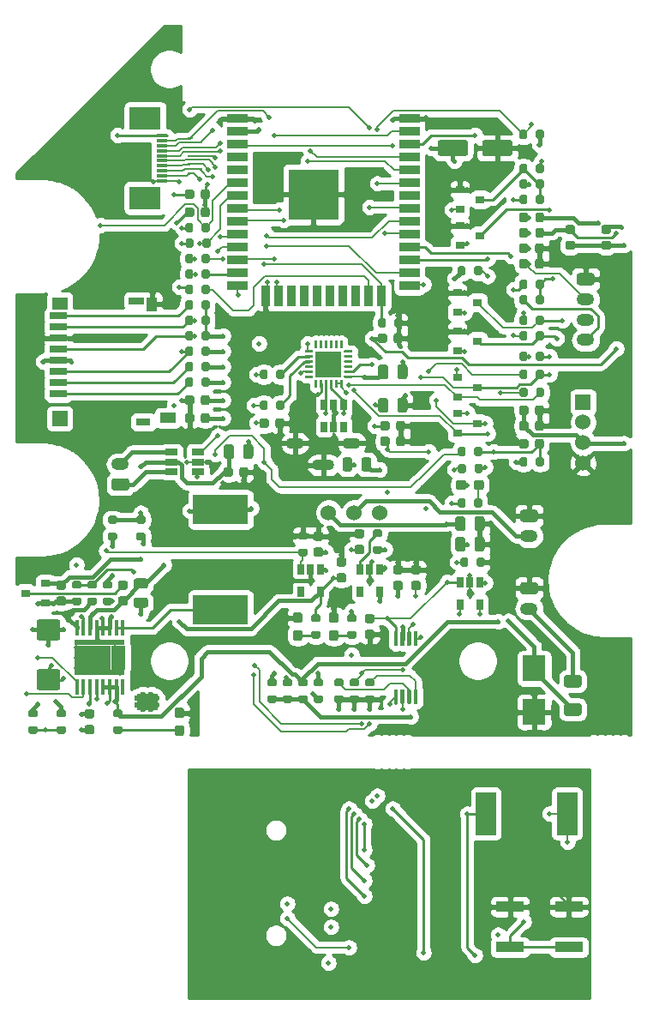
<source format=gtl>
%TF.GenerationSoftware,KiCad,Pcbnew,(5.1.8)-1*%
%TF.CreationDate,2020-12-22T12:44:13-05:00*%
%TF.ProjectId,uratt,75726174-742e-46b6-9963-61645f706362,rev?*%
%TF.SameCoordinates,Original*%
%TF.FileFunction,Copper,L1,Top*%
%TF.FilePolarity,Positive*%
%FSLAX46Y46*%
G04 Gerber Fmt 4.6, Leading zero omitted, Abs format (unit mm)*
G04 Created by KiCad (PCBNEW (5.1.8)-1) date 2020-12-22 12:44:13*
%MOMM*%
%LPD*%
G01*
G04 APERTURE LIST*
%TA.AperFunction,EtchedComponent*%
%ADD10C,0.100000*%
%TD*%
%TA.AperFunction,SMDPad,CuDef*%
%ADD11R,2.800000X1.000000*%
%TD*%
%TA.AperFunction,ComponentPad*%
%ADD12C,1.524000*%
%TD*%
%TA.AperFunction,ComponentPad*%
%ADD13R,1.524000X1.524000*%
%TD*%
%TA.AperFunction,SMDPad,CuDef*%
%ADD14R,2.300000X2.500000*%
%TD*%
%TA.AperFunction,SMDPad,CuDef*%
%ADD15R,3.100000X2.300000*%
%TD*%
%TA.AperFunction,SMDPad,CuDef*%
%ADD16R,1.100000X0.300000*%
%TD*%
%TA.AperFunction,ComponentPad*%
%ADD17O,2.200000X1.100000*%
%TD*%
%TA.AperFunction,ComponentPad*%
%ADD18O,1.800000X1.100000*%
%TD*%
%TA.AperFunction,SMDPad,CuDef*%
%ADD19C,0.600000*%
%TD*%
%TA.AperFunction,SMDPad,CuDef*%
%ADD20R,5.000000X0.470000*%
%TD*%
%TA.AperFunction,SMDPad,CuDef*%
%ADD21R,1.350000X2.460000*%
%TD*%
%TA.AperFunction,SMDPad,CuDef*%
%ADD22R,2.310000X2.460000*%
%TD*%
%TA.AperFunction,SMDPad,CuDef*%
%ADD23R,0.450000X1.500000*%
%TD*%
%TA.AperFunction,SMDPad,CuDef*%
%ADD24R,2.000000X4.200000*%
%TD*%
%TA.AperFunction,ComponentPad*%
%ADD25O,1.750000X1.200000*%
%TD*%
%TA.AperFunction,SMDPad,CuDef*%
%ADD26R,0.900000X0.800000*%
%TD*%
%TA.AperFunction,SMDPad,CuDef*%
%ADD27R,1.220000X0.650000*%
%TD*%
%TA.AperFunction,SMDPad,CuDef*%
%ADD28R,0.650000X1.060000*%
%TD*%
%TA.AperFunction,SMDPad,CuDef*%
%ADD29R,2.000000X0.900000*%
%TD*%
%TA.AperFunction,SMDPad,CuDef*%
%ADD30R,0.900000X2.000000*%
%TD*%
%TA.AperFunction,SMDPad,CuDef*%
%ADD31R,5.000000X5.000000*%
%TD*%
%TA.AperFunction,SMDPad,CuDef*%
%ADD32R,2.600000X2.600000*%
%TD*%
%TA.AperFunction,SMDPad,CuDef*%
%ADD33R,5.400000X2.900000*%
%TD*%
%TA.AperFunction,SMDPad,CuDef*%
%ADD34R,1.550000X1.000000*%
%TD*%
%TA.AperFunction,SMDPad,CuDef*%
%ADD35R,1.500000X1.500000*%
%TD*%
%TA.AperFunction,SMDPad,CuDef*%
%ADD36R,1.750000X0.700000*%
%TD*%
%TA.AperFunction,SMDPad,CuDef*%
%ADD37R,1.400000X0.800000*%
%TD*%
%TA.AperFunction,SMDPad,CuDef*%
%ADD38R,1.000000X1.450000*%
%TD*%
%TA.AperFunction,SMDPad,CuDef*%
%ADD39R,1.500000X0.800000*%
%TD*%
%TA.AperFunction,SMDPad,CuDef*%
%ADD40R,1.500000X1.300000*%
%TD*%
%TA.AperFunction,SMDPad,CuDef*%
%ADD41R,0.600000X0.200000*%
%TD*%
%TA.AperFunction,ViaPad*%
%ADD42C,0.500000*%
%TD*%
%TA.AperFunction,Conductor*%
%ADD43C,0.200000*%
%TD*%
%TA.AperFunction,Conductor*%
%ADD44C,0.400000*%
%TD*%
%TA.AperFunction,Conductor*%
%ADD45C,0.250000*%
%TD*%
%TA.AperFunction,Conductor*%
%ADD46C,0.254000*%
%TD*%
%TA.AperFunction,Conductor*%
%ADD47C,0.100000*%
%TD*%
G04 APERTURE END LIST*
D10*
%TO.C,GT1*%
G36*
X37719000Y-89275501D02*
G01*
X39687500Y-89275501D01*
X39687500Y-90736001D01*
X37719000Y-90736001D01*
X37719000Y-89275501D01*
G37*
X37719000Y-89275501D02*
X39687500Y-89275501D01*
X39687500Y-90736001D01*
X37719000Y-90736001D01*
X37719000Y-89275501D01*
%TD*%
D11*
%TO.P,SW3,2*%
%TO.N,Net-(C32-Pad1)*%
X80370000Y-114268000D03*
X74570000Y-114268000D03*
%TO.P,SW3,1*%
%TO.N,GND1*%
X80370000Y-110268000D03*
X74570000Y-110268000D03*
%TD*%
%TO.P,JP6,2*%
%TO.N,Net-(C30-Pad1)*%
%TA.AperFunction,SMDPad,CuDef*%
G36*
G01*
X38375000Y-72473000D02*
X37825000Y-72473000D01*
G75*
G02*
X37625000Y-72273000I0J200000D01*
G01*
X37625000Y-71873000D01*
G75*
G02*
X37825000Y-71673000I200000J0D01*
G01*
X38375000Y-71673000D01*
G75*
G02*
X38575000Y-71873000I0J-200000D01*
G01*
X38575000Y-72273000D01*
G75*
G02*
X38375000Y-72473000I-200000J0D01*
G01*
G37*
%TD.AperFunction*%
%TO.P,JP6,1*%
%TO.N,+10VSW*%
%TA.AperFunction,SMDPad,CuDef*%
G36*
G01*
X38375000Y-74123000D02*
X37825000Y-74123000D01*
G75*
G02*
X37625000Y-73923000I0J200000D01*
G01*
X37625000Y-73523000D01*
G75*
G02*
X37825000Y-73323000I200000J0D01*
G01*
X38375000Y-73323000D01*
G75*
G02*
X38575000Y-73523000I0J-200000D01*
G01*
X38575000Y-73923000D01*
G75*
G02*
X38375000Y-74123000I-200000J0D01*
G01*
G37*
%TD.AperFunction*%
%TD*%
%TO.P,JP5,2*%
%TO.N,Net-(C30-Pad1)*%
%TA.AperFunction,SMDPad,CuDef*%
G36*
G01*
X35581000Y-72473000D02*
X35031000Y-72473000D01*
G75*
G02*
X34831000Y-72273000I0J200000D01*
G01*
X34831000Y-71873000D01*
G75*
G02*
X35031000Y-71673000I200000J0D01*
G01*
X35581000Y-71673000D01*
G75*
G02*
X35781000Y-71873000I0J-200000D01*
G01*
X35781000Y-72273000D01*
G75*
G02*
X35581000Y-72473000I-200000J0D01*
G01*
G37*
%TD.AperFunction*%
%TO.P,JP5,1*%
%TO.N,+5VSW*%
%TA.AperFunction,SMDPad,CuDef*%
G36*
G01*
X35581000Y-74123000D02*
X35031000Y-74123000D01*
G75*
G02*
X34831000Y-73923000I0J200000D01*
G01*
X34831000Y-73523000D01*
G75*
G02*
X35031000Y-73323000I200000J0D01*
G01*
X35581000Y-73323000D01*
G75*
G02*
X35781000Y-73523000I0J-200000D01*
G01*
X35781000Y-73923000D01*
G75*
G02*
X35581000Y-74123000I-200000J0D01*
G01*
G37*
%TD.AperFunction*%
%TD*%
%TO.P,R55,2*%
%TO.N,+3V3*%
%TA.AperFunction,SMDPad,CuDef*%
G36*
G01*
X77133000Y-34311000D02*
X77133000Y-33761000D01*
G75*
G02*
X77333000Y-33561000I200000J0D01*
G01*
X77733000Y-33561000D01*
G75*
G02*
X77933000Y-33761000I0J-200000D01*
G01*
X77933000Y-34311000D01*
G75*
G02*
X77733000Y-34511000I-200000J0D01*
G01*
X77333000Y-34511000D01*
G75*
G02*
X77133000Y-34311000I0J200000D01*
G01*
G37*
%TD.AperFunction*%
%TO.P,R55,1*%
%TO.N,EXP_SDA*%
%TA.AperFunction,SMDPad,CuDef*%
G36*
G01*
X75483000Y-34311000D02*
X75483000Y-33761000D01*
G75*
G02*
X75683000Y-33561000I200000J0D01*
G01*
X76083000Y-33561000D01*
G75*
G02*
X76283000Y-33761000I0J-200000D01*
G01*
X76283000Y-34311000D01*
G75*
G02*
X76083000Y-34511000I-200000J0D01*
G01*
X75683000Y-34511000D01*
G75*
G02*
X75483000Y-34311000I0J200000D01*
G01*
G37*
%TD.AperFunction*%
%TD*%
%TO.P,R54,2*%
%TO.N,+3V3*%
%TA.AperFunction,SMDPad,CuDef*%
G36*
G01*
X70187000Y-47223000D02*
X70187000Y-47773000D01*
G75*
G02*
X69987000Y-47973000I-200000J0D01*
G01*
X69587000Y-47973000D01*
G75*
G02*
X69387000Y-47773000I0J200000D01*
G01*
X69387000Y-47223000D01*
G75*
G02*
X69587000Y-47023000I200000J0D01*
G01*
X69987000Y-47023000D01*
G75*
G02*
X70187000Y-47223000I0J-200000D01*
G01*
G37*
%TD.AperFunction*%
%TO.P,R54,1*%
%TO.N,ALARM_SCL*%
%TA.AperFunction,SMDPad,CuDef*%
G36*
G01*
X71837000Y-47223000D02*
X71837000Y-47773000D01*
G75*
G02*
X71637000Y-47973000I-200000J0D01*
G01*
X71237000Y-47973000D01*
G75*
G02*
X71037000Y-47773000I0J200000D01*
G01*
X71037000Y-47223000D01*
G75*
G02*
X71237000Y-47023000I200000J0D01*
G01*
X71637000Y-47023000D01*
G75*
G02*
X71837000Y-47223000I0J-200000D01*
G01*
G37*
%TD.AperFunction*%
%TD*%
D12*
%TO.P,J5,4*%
%TO.N,GND*%
X81788000Y-66452000D03*
%TO.P,J5,3*%
%TO.N,Net-(C13-Pad1)*%
X81788000Y-64452000D03*
%TO.P,J5,2*%
%TO.N,Net-(D4-Pad3)*%
X81788000Y-62452000D03*
D13*
%TO.P,J5,1*%
%TO.N,Net-(D5-Pad3)*%
X81788000Y-60452000D03*
%TD*%
%TO.P,FB4,2*%
%TO.N,+3V3*%
%TA.AperFunction,SMDPad,CuDef*%
G36*
G01*
X84330250Y-43846000D02*
X83817750Y-43846000D01*
G75*
G02*
X83599000Y-43627250I0J218750D01*
G01*
X83599000Y-43189750D01*
G75*
G02*
X83817750Y-42971000I218750J0D01*
G01*
X84330250Y-42971000D01*
G75*
G02*
X84549000Y-43189750I0J-218750D01*
G01*
X84549000Y-43627250D01*
G75*
G02*
X84330250Y-43846000I-218750J0D01*
G01*
G37*
%TD.AperFunction*%
%TO.P,FB4,1*%
%TO.N,Net-(C13-Pad1)*%
%TA.AperFunction,SMDPad,CuDef*%
G36*
G01*
X84330250Y-45421000D02*
X83817750Y-45421000D01*
G75*
G02*
X83599000Y-45202250I0J218750D01*
G01*
X83599000Y-44764750D01*
G75*
G02*
X83817750Y-44546000I218750J0D01*
G01*
X84330250Y-44546000D01*
G75*
G02*
X84549000Y-44764750I0J-218750D01*
G01*
X84549000Y-45202250D01*
G75*
G02*
X84330250Y-45421000I-218750J0D01*
G01*
G37*
%TD.AperFunction*%
%TD*%
%TO.P,FB3,2*%
%TO.N,+3.3VSW*%
%TA.AperFunction,SMDPad,CuDef*%
G36*
G01*
X80774250Y-43846000D02*
X80261750Y-43846000D01*
G75*
G02*
X80043000Y-43627250I0J218750D01*
G01*
X80043000Y-43189750D01*
G75*
G02*
X80261750Y-42971000I218750J0D01*
G01*
X80774250Y-42971000D01*
G75*
G02*
X80993000Y-43189750I0J-218750D01*
G01*
X80993000Y-43627250D01*
G75*
G02*
X80774250Y-43846000I-218750J0D01*
G01*
G37*
%TD.AperFunction*%
%TO.P,FB3,1*%
%TO.N,Net-(C13-Pad1)*%
%TA.AperFunction,SMDPad,CuDef*%
G36*
G01*
X80774250Y-45421000D02*
X80261750Y-45421000D01*
G75*
G02*
X80043000Y-45202250I0J218750D01*
G01*
X80043000Y-44764750D01*
G75*
G02*
X80261750Y-44546000I218750J0D01*
G01*
X80774250Y-44546000D01*
G75*
G02*
X80993000Y-44764750I0J-218750D01*
G01*
X80993000Y-45202250D01*
G75*
G02*
X80774250Y-45421000I-218750J0D01*
G01*
G37*
%TD.AperFunction*%
%TD*%
%TO.P,F1,2*%
%TO.N,Net-(F1-Pad2)*%
%TA.AperFunction,SMDPad,CuDef*%
G36*
G01*
X81397000Y-88633000D02*
X80147000Y-88633000D01*
G75*
G02*
X79897000Y-88383000I0J250000D01*
G01*
X79897000Y-87633000D01*
G75*
G02*
X80147000Y-87383000I250000J0D01*
G01*
X81397000Y-87383000D01*
G75*
G02*
X81647000Y-87633000I0J-250000D01*
G01*
X81647000Y-88383000D01*
G75*
G02*
X81397000Y-88633000I-250000J0D01*
G01*
G37*
%TD.AperFunction*%
%TO.P,F1,1*%
%TO.N,+5VIN*%
%TA.AperFunction,SMDPad,CuDef*%
G36*
G01*
X81397000Y-91433000D02*
X80147000Y-91433000D01*
G75*
G02*
X79897000Y-91183000I0J250000D01*
G01*
X79897000Y-90433000D01*
G75*
G02*
X80147000Y-90183000I250000J0D01*
G01*
X81397000Y-90183000D01*
G75*
G02*
X81647000Y-90433000I0J-250000D01*
G01*
X81647000Y-91183000D01*
G75*
G02*
X81397000Y-91433000I-250000J0D01*
G01*
G37*
%TD.AperFunction*%
%TD*%
D14*
%TO.P,D12,2*%
%TO.N,GND*%
X76962000Y-91050000D03*
%TO.P,D12,1*%
%TO.N,+5VIN*%
X76962000Y-86750000D03*
%TD*%
D12*
%TO.P,SW4,3*%
%TO.N,+VBATT*%
X56642000Y-71374000D03*
%TO.P,SW4,2*%
%TO.N,Net-(J7-Pad2)*%
X59182000Y-71374000D03*
%TO.P,SW4,1*%
%TO.N,Net-(SW4-Pad1)*%
X61722000Y-71374000D03*
%TD*%
D15*
%TO.P,J3,MP*%
%TO.N,N/C*%
X38512000Y-40300001D03*
X38512000Y-32460001D03*
D16*
%TO.P,J3,10*%
%TO.N,GND*%
X40212000Y-38630001D03*
%TO.P,J3,9*%
%TO.N,FP_TOUCH_BTN*%
X40212000Y-38130001D03*
%TO.P,J3,8*%
%TO.N,BEEPER*%
X40212000Y-37630001D03*
%TO.P,J3,7*%
%TO.N,LCD_MOSI*%
X40212000Y-37130001D03*
%TO.P,J3,6*%
%TO.N,LCD_CLK*%
X40212000Y-36630001D03*
%TO.P,J3,5*%
%TO.N,LCD_DC*%
X40212000Y-36130001D03*
%TO.P,J3,4*%
%TO.N,LCD_RESET*%
X40212000Y-35630001D03*
%TO.P,J3,3*%
%TO.N,LCD_CS*%
X40212000Y-35130001D03*
%TO.P,J3,2*%
%TO.N,LCD_BL*%
X40212000Y-34630001D03*
%TO.P,J3,1*%
%TO.N,+3.3VSW*%
X40212000Y-34130001D03*
%TD*%
D17*
%TO.P,J1,6*%
%TO.N,GND*%
X56134000Y-66665001D03*
D18*
X53334000Y-64515001D03*
X58934000Y-64515001D03*
%TD*%
%TO.P,D1,2*%
%TO.N,Net-(D1-Pad2)*%
%TA.AperFunction,SMDPad,CuDef*%
G36*
G01*
X58986000Y-66149751D02*
X58986000Y-67062251D01*
G75*
G02*
X58742250Y-67306001I-243750J0D01*
G01*
X58254750Y-67306001D01*
G75*
G02*
X58011000Y-67062251I0J243750D01*
G01*
X58011000Y-66149751D01*
G75*
G02*
X58254750Y-65906001I243750J0D01*
G01*
X58742250Y-65906001D01*
G75*
G02*
X58986000Y-66149751I0J-243750D01*
G01*
G37*
%TD.AperFunction*%
%TO.P,D1,1*%
%TO.N,+5VUSB*%
%TA.AperFunction,SMDPad,CuDef*%
G36*
G01*
X60861000Y-66149751D02*
X60861000Y-67062251D01*
G75*
G02*
X60617250Y-67306001I-243750J0D01*
G01*
X60129750Y-67306001D01*
G75*
G02*
X59886000Y-67062251I0J243750D01*
G01*
X59886000Y-66149751D01*
G75*
G02*
X60129750Y-65906001I243750J0D01*
G01*
X60617250Y-65906001D01*
G75*
G02*
X60861000Y-66149751I0J-243750D01*
G01*
G37*
%TD.AperFunction*%
%TD*%
%TO.P,R24,2*%
%TO.N,ALARM_SCL*%
%TA.AperFunction,SMDPad,CuDef*%
G36*
G01*
X76283000Y-52107001D02*
X76283000Y-52657001D01*
G75*
G02*
X76083000Y-52857001I-200000J0D01*
G01*
X75683000Y-52857001D01*
G75*
G02*
X75483000Y-52657001I0J200000D01*
G01*
X75483000Y-52107001D01*
G75*
G02*
X75683000Y-51907001I200000J0D01*
G01*
X76083000Y-51907001D01*
G75*
G02*
X76283000Y-52107001I0J-200000D01*
G01*
G37*
%TD.AperFunction*%
%TO.P,R24,1*%
%TO.N,Net-(D5-Pad3)*%
%TA.AperFunction,SMDPad,CuDef*%
G36*
G01*
X77933000Y-52107001D02*
X77933000Y-52657001D01*
G75*
G02*
X77733000Y-52857001I-200000J0D01*
G01*
X77333000Y-52857001D01*
G75*
G02*
X77133000Y-52657001I0J200000D01*
G01*
X77133000Y-52107001D01*
G75*
G02*
X77333000Y-51907001I200000J0D01*
G01*
X77733000Y-51907001D01*
G75*
G02*
X77933000Y-52107001I0J-200000D01*
G01*
G37*
%TD.AperFunction*%
%TD*%
D19*
%TO.P,GT1,2*%
%TO.N,GNDPWR*%
X37719000Y-90355001D03*
X37719000Y-89656501D03*
X38290500Y-89339001D03*
X38290500Y-90037501D03*
X38290500Y-90736001D03*
%TO.P,GT1,1*%
%TO.N,GND*%
X39687500Y-90355001D03*
X39687500Y-89656501D03*
X39116000Y-89339001D03*
X39116000Y-90037501D03*
X39116000Y-90736001D03*
%TD*%
D20*
%TO.P,U6,P*%
%TO.N,GNDPWR*%
X34036000Y-84195501D03*
X34036000Y-87116501D03*
D21*
X35866000Y-85656001D03*
X32206000Y-85656001D03*
D22*
X34036000Y-85656001D03*
D23*
%TO.P,U6,8*%
%TO.N,GND*%
X31761000Y-82756001D03*
%TO.P,U6,9*%
%TO.N,PWR_ENABLE*%
X31761000Y-88556001D03*
%TO.P,U6,7*%
%TO.N,Net-(R32-Pad1)*%
X32411000Y-82756001D03*
%TO.P,U6,10*%
%TO.N,LOW_BAT*%
X32411000Y-88556001D03*
%TO.P,U6,6*%
%TO.N,+VSW*%
X33061000Y-82756001D03*
%TO.P,U6,11*%
%TO.N,GND*%
X33061000Y-88556001D03*
%TO.P,U6,5*%
%TO.N,GNDPWR*%
X33711000Y-82756001D03*
%TO.P,U6,12*%
%TO.N,Net-(R39-Pad1)*%
X33711000Y-88556001D03*
%TO.P,U6,4*%
%TO.N,GNDPWR*%
X34361000Y-82756001D03*
%TO.P,U6,13*%
%TO.N,+5VSW*%
X34361000Y-88556001D03*
%TO.P,U6,3*%
%TO.N,GNDPWR*%
X35011000Y-82756001D03*
%TO.P,U6,14*%
%TO.N,+5VSW*%
X35011000Y-88556001D03*
%TO.P,U6,2*%
%TO.N,Net-(L1-Pad2)*%
X35661000Y-82756001D03*
%TO.P,U6,15*%
%TO.N,+5VSW*%
X35661000Y-88556001D03*
%TO.P,U6,1*%
%TO.N,Net-(L1-Pad2)*%
X36311000Y-82756001D03*
%TO.P,U6,16*%
%TO.N,Net-(U6-Pad16)*%
X36311000Y-88556001D03*
%TD*%
%TO.P,C28,2*%
%TO.N,GNDPWR*%
%TA.AperFunction,SMDPad,CuDef*%
G36*
G01*
X28031000Y-86827001D02*
X29881000Y-86827001D01*
G75*
G02*
X30131000Y-87077001I0J-250000D01*
G01*
X30131000Y-88652001D01*
G75*
G02*
X29881000Y-88902001I-250000J0D01*
G01*
X28031000Y-88902001D01*
G75*
G02*
X27781000Y-88652001I0J250000D01*
G01*
X27781000Y-87077001D01*
G75*
G02*
X28031000Y-86827001I250000J0D01*
G01*
G37*
%TD.AperFunction*%
%TO.P,C28,1*%
%TO.N,+5VSW*%
%TA.AperFunction,SMDPad,CuDef*%
G36*
G01*
X28031000Y-81902001D02*
X29881000Y-81902001D01*
G75*
G02*
X30131000Y-82152001I0J-250000D01*
G01*
X30131000Y-83727001D01*
G75*
G02*
X29881000Y-83977001I-250000J0D01*
G01*
X28031000Y-83977001D01*
G75*
G02*
X27781000Y-83727001I0J250000D01*
G01*
X27781000Y-82152001D01*
G75*
G02*
X28031000Y-81902001I250000J0D01*
G01*
G37*
%TD.AperFunction*%
%TD*%
D24*
%TO.P,BZ1,2*%
%TO.N,Net-(BZ1-Pad2)*%
X72200000Y-101076000D03*
%TO.P,BZ1,1*%
%TO.N,Net-(BZ1-Pad1)*%
X80200000Y-101076000D03*
%TD*%
D25*
%TO.P,J8,2*%
%TO.N,Net-(J8-Pad2)*%
X36068000Y-66580000D03*
%TO.P,J8,1*%
%TO.N,Net-(J8-Pad1)*%
%TA.AperFunction,ComponentPad*%
G36*
G01*
X36693001Y-69180000D02*
X35442999Y-69180000D01*
G75*
G02*
X35193000Y-68930001I0J249999D01*
G01*
X35193000Y-68229999D01*
G75*
G02*
X35442999Y-67980000I249999J0D01*
G01*
X36693001Y-67980000D01*
G75*
G02*
X36943000Y-68229999I0J-249999D01*
G01*
X36943000Y-68930001D01*
G75*
G02*
X36693001Y-69180000I-249999J0D01*
G01*
G37*
%TD.AperFunction*%
%TD*%
%TO.P,J7,2*%
%TO.N,Net-(J7-Pad2)*%
X76454000Y-73686001D03*
%TO.P,J7,1*%
%TO.N,GND*%
%TA.AperFunction,ComponentPad*%
G36*
G01*
X75828999Y-71086001D02*
X77079001Y-71086001D01*
G75*
G02*
X77329000Y-71336000I0J-249999D01*
G01*
X77329000Y-72036002D01*
G75*
G02*
X77079001Y-72286001I-249999J0D01*
G01*
X75828999Y-72286001D01*
G75*
G02*
X75579000Y-72036002I0J249999D01*
G01*
X75579000Y-71336000D01*
G75*
G02*
X75828999Y-71086001I249999J0D01*
G01*
G37*
%TD.AperFunction*%
%TD*%
%TO.P,J6,2*%
%TO.N,Net-(F1-Pad2)*%
X76454000Y-80830001D03*
%TO.P,J6,1*%
%TO.N,GND*%
%TA.AperFunction,ComponentPad*%
G36*
G01*
X75828999Y-78230001D02*
X77079001Y-78230001D01*
G75*
G02*
X77329000Y-78480000I0J-249999D01*
G01*
X77329000Y-79180002D01*
G75*
G02*
X77079001Y-79430001I-249999J0D01*
G01*
X75828999Y-79430001D01*
G75*
G02*
X75579000Y-79180002I0J249999D01*
G01*
X75579000Y-78480000D01*
G75*
G02*
X75828999Y-78230001I249999J0D01*
G01*
G37*
%TD.AperFunction*%
%TD*%
%TO.P,J4,4*%
%TO.N,Net-(J4-Pad4)*%
X82042000Y-54318001D03*
%TO.P,J4,3*%
%TO.N,Net-(J4-Pad3)*%
X82042000Y-52318001D03*
%TO.P,J4,2*%
%TO.N,Net-(C15-Pad1)*%
X82042000Y-50318001D03*
%TO.P,J4,1*%
%TO.N,GND*%
%TA.AperFunction,ComponentPad*%
G36*
G01*
X81416999Y-47718001D02*
X82667001Y-47718001D01*
G75*
G02*
X82917000Y-47968000I0J-249999D01*
G01*
X82917000Y-48668002D01*
G75*
G02*
X82667001Y-48918001I-249999J0D01*
G01*
X81416999Y-48918001D01*
G75*
G02*
X81167000Y-48668002I0J249999D01*
G01*
X81167000Y-47968000D01*
G75*
G02*
X81416999Y-47718001I249999J0D01*
G01*
G37*
%TD.AperFunction*%
%TD*%
D26*
%TO.P,Q2,3*%
%TO.N,IO0*%
X71358000Y-58986001D03*
%TO.P,Q2,2*%
%TO.N,/DTR*%
X69358000Y-59936001D03*
%TO.P,Q2,1*%
%TO.N,Net-(Q2-Pad1)*%
X69358000Y-58036001D03*
%TD*%
%TO.P,Q1,3*%
%TO.N,EN*%
X71358000Y-62542001D03*
%TO.P,Q1,2*%
%TO.N,/RTS*%
X69358000Y-63492001D03*
%TO.P,Q1,1*%
%TO.N,Net-(Q1-Pad1)*%
X69358000Y-61592001D03*
%TD*%
D27*
%TO.P,U9,6*%
%TO.N,Net-(J8-Pad1)*%
X41108000Y-67302001D03*
%TO.P,U9,5*%
%TO.N,Net-(C30-Pad1)*%
X41108000Y-66352001D03*
%TO.P,U9,4*%
%TO.N,Net-(J8-Pad2)*%
X41108000Y-65402001D03*
%TO.P,U9,3*%
%TO.N,MOTOR_O2*%
X43728000Y-65402001D03*
%TO.P,U9,2*%
%TO.N,GND*%
X43728000Y-66352001D03*
%TO.P,U9,1*%
%TO.N,MOTOR_O1*%
X43728000Y-67302001D03*
%TD*%
D28*
%TO.P,U8,5*%
%TO.N,+3V3*%
X61656000Y-79136001D03*
%TO.P,U8,4*%
%TO.N,Net-(U8-Pad4)*%
X59756000Y-79136001D03*
%TO.P,U8,3*%
%TO.N,Net-(R35-Pad1)*%
X59756000Y-76936001D03*
%TO.P,U8,2*%
%TO.N,GND*%
X60706000Y-76936001D03*
%TO.P,U8,1*%
%TO.N,+VSW*%
X61656000Y-76936001D03*
%TD*%
%TO.P,U7,5*%
%TO.N,+3.3VSW*%
X55814000Y-79136001D03*
%TO.P,U7,4*%
%TO.N,Net-(U7-Pad4)*%
X53914000Y-79136001D03*
%TO.P,U7,3*%
%TO.N,PWR_ENABLE*%
X53914000Y-76936001D03*
%TO.P,U7,2*%
%TO.N,GND*%
X54864000Y-76936001D03*
%TO.P,U7,1*%
%TO.N,+VSW*%
X55814000Y-76936001D03*
%TD*%
%TO.P,U5,8*%
%TO.N,+VBATT*%
%TA.AperFunction,SMDPad,CuDef*%
G36*
G01*
X63387000Y-84547001D02*
X63187000Y-84547001D01*
G75*
G02*
X63087000Y-84447001I0J100000D01*
G01*
X63087000Y-83172001D01*
G75*
G02*
X63187000Y-83072001I100000J0D01*
G01*
X63387000Y-83072001D01*
G75*
G02*
X63487000Y-83172001I0J-100000D01*
G01*
X63487000Y-84447001D01*
G75*
G02*
X63387000Y-84547001I-100000J0D01*
G01*
G37*
%TD.AperFunction*%
%TO.P,U5,7*%
%TO.N,+VSW*%
%TA.AperFunction,SMDPad,CuDef*%
G36*
G01*
X64037000Y-84547001D02*
X63837000Y-84547001D01*
G75*
G02*
X63737000Y-84447001I0J100000D01*
G01*
X63737000Y-83172001D01*
G75*
G02*
X63837000Y-83072001I100000J0D01*
G01*
X64037000Y-83072001D01*
G75*
G02*
X64137000Y-83172001I0J-100000D01*
G01*
X64137000Y-84447001D01*
G75*
G02*
X64037000Y-84547001I-100000J0D01*
G01*
G37*
%TD.AperFunction*%
%TO.P,U5,6*%
%TO.N,+5VIN*%
%TA.AperFunction,SMDPad,CuDef*%
G36*
G01*
X64687000Y-84547001D02*
X64487000Y-84547001D01*
G75*
G02*
X64387000Y-84447001I0J100000D01*
G01*
X64387000Y-83172001D01*
G75*
G02*
X64487000Y-83072001I100000J0D01*
G01*
X64687000Y-83072001D01*
G75*
G02*
X64787000Y-83172001I0J-100000D01*
G01*
X64787000Y-84447001D01*
G75*
G02*
X64687000Y-84547001I-100000J0D01*
G01*
G37*
%TD.AperFunction*%
%TO.P,U5,5*%
%TO.N,GND*%
%TA.AperFunction,SMDPad,CuDef*%
G36*
G01*
X65337000Y-84547001D02*
X65137000Y-84547001D01*
G75*
G02*
X65037000Y-84447001I0J100000D01*
G01*
X65037000Y-83172001D01*
G75*
G02*
X65137000Y-83072001I100000J0D01*
G01*
X65337000Y-83072001D01*
G75*
G02*
X65437000Y-83172001I0J-100000D01*
G01*
X65437000Y-84447001D01*
G75*
G02*
X65337000Y-84547001I-100000J0D01*
G01*
G37*
%TD.AperFunction*%
%TO.P,U5,4*%
%TO.N,Net-(R29-Pad2)*%
%TA.AperFunction,SMDPad,CuDef*%
G36*
G01*
X65337000Y-90272001D02*
X65137000Y-90272001D01*
G75*
G02*
X65037000Y-90172001I0J100000D01*
G01*
X65037000Y-88897001D01*
G75*
G02*
X65137000Y-88797001I100000J0D01*
G01*
X65337000Y-88797001D01*
G75*
G02*
X65437000Y-88897001I0J-100000D01*
G01*
X65437000Y-90172001D01*
G75*
G02*
X65337000Y-90272001I-100000J0D01*
G01*
G37*
%TD.AperFunction*%
%TO.P,U5,3*%
%TO.N,Net-(R28-Pad2)*%
%TA.AperFunction,SMDPad,CuDef*%
G36*
G01*
X64687000Y-90272001D02*
X64487000Y-90272001D01*
G75*
G02*
X64387000Y-90172001I0J100000D01*
G01*
X64387000Y-88897001D01*
G75*
G02*
X64487000Y-88797001I100000J0D01*
G01*
X64687000Y-88797001D01*
G75*
G02*
X64787000Y-88897001I0J-100000D01*
G01*
X64787000Y-90172001D01*
G75*
G02*
X64687000Y-90272001I-100000J0D01*
G01*
G37*
%TD.AperFunction*%
%TO.P,U5,2*%
%TO.N,SHUTDOWN*%
%TA.AperFunction,SMDPad,CuDef*%
G36*
G01*
X64037000Y-90272001D02*
X63837000Y-90272001D01*
G75*
G02*
X63737000Y-90172001I0J100000D01*
G01*
X63737000Y-88897001D01*
G75*
G02*
X63837000Y-88797001I100000J0D01*
G01*
X64037000Y-88797001D01*
G75*
G02*
X64137000Y-88897001I0J-100000D01*
G01*
X64137000Y-90172001D01*
G75*
G02*
X64037000Y-90272001I-100000J0D01*
G01*
G37*
%TD.AperFunction*%
%TO.P,U5,1*%
%TO.N,N_PWR_LOSS*%
%TA.AperFunction,SMDPad,CuDef*%
G36*
G01*
X63387000Y-90272001D02*
X63187000Y-90272001D01*
G75*
G02*
X63087000Y-90172001I0J100000D01*
G01*
X63087000Y-88897001D01*
G75*
G02*
X63187000Y-88797001I100000J0D01*
G01*
X63387000Y-88797001D01*
G75*
G02*
X63487000Y-88897001I0J-100000D01*
G01*
X63487000Y-90172001D01*
G75*
G02*
X63387000Y-90272001I-100000J0D01*
G01*
G37*
%TD.AperFunction*%
%TD*%
%TO.P,U4,5*%
%TO.N,Net-(R26-Pad2)*%
X71562000Y-80406001D03*
%TO.P,U4,4*%
%TO.N,+5VIN*%
X69662000Y-80406001D03*
%TO.P,U4,3*%
%TO.N,+VBATT*%
X69662000Y-78206001D03*
%TO.P,U4,2*%
%TO.N,GND*%
X70612000Y-78206001D03*
%TO.P,U4,1*%
%TO.N,CHARGE_STATUS*%
X71562000Y-78206001D03*
%TD*%
D29*
%TO.P,U3,38*%
%TO.N,GND*%
X64634000Y-32443001D03*
%TO.P,U3,37*%
%TO.N,LCD_MOSI*%
X64634000Y-33713001D03*
%TO.P,U3,36*%
%TO.N,ALARM_SCL*%
X64634000Y-34983001D03*
%TO.P,U3,35*%
%TO.N,TXD0*%
X64634000Y-36253001D03*
%TO.P,U3,34*%
%TO.N,RXD0*%
X64634000Y-37523001D03*
%TO.P,U3,33*%
%TO.N,EXP_SDA*%
X64634000Y-38793001D03*
%TO.P,U3,32*%
%TO.N,Net-(U3-Pad32)*%
X64634000Y-40063001D03*
%TO.P,U3,31*%
%TO.N,PWR_ENABLE*%
X64634000Y-41333001D03*
%TO.P,U3,30*%
%TO.N,LCD_CLK*%
X64634000Y-42603001D03*
%TO.P,U3,29*%
%TO.N,LCD_CS*%
X64634000Y-43873001D03*
%TO.P,U3,28*%
%TO.N,TXD1*%
X64634000Y-45143001D03*
%TO.P,U3,27*%
%TO.N,RXD1*%
X64634000Y-46413001D03*
%TO.P,U3,26*%
%TO.N,BEEPER*%
X64634000Y-47683001D03*
%TO.P,U3,25*%
%TO.N,IO0*%
X64634000Y-48953001D03*
D30*
%TO.P,U3,24*%
%TO.N,SD_DAT0*%
X61849000Y-49953001D03*
%TO.P,U3,23*%
%TO.N,SD_CMD*%
X60579000Y-49953001D03*
%TO.P,U3,22*%
%TO.N,Net-(U3-Pad22)*%
X59309000Y-49953001D03*
%TO.P,U3,21*%
%TO.N,Net-(U3-Pad21)*%
X58039000Y-49953001D03*
%TO.P,U3,20*%
%TO.N,Net-(U3-Pad20)*%
X56769000Y-49953001D03*
%TO.P,U3,19*%
%TO.N,Net-(U3-Pad19)*%
X55499000Y-49953001D03*
%TO.P,U3,18*%
%TO.N,Net-(U3-Pad18)*%
X54229000Y-49953001D03*
%TO.P,U3,17*%
%TO.N,Net-(U3-Pad17)*%
X52959000Y-49953001D03*
%TO.P,U3,16*%
%TO.N,FP_TOUCH_BTN*%
X51689000Y-49953001D03*
%TO.P,U3,15*%
%TO.N,GND*%
X50419000Y-49953001D03*
D29*
%TO.P,U3,14*%
%TO.N,SHUTDOWN*%
X47634000Y-48953001D03*
%TO.P,U3,13*%
%TO.N,SD_CLK*%
X47634000Y-47683001D03*
%TO.P,U3,12*%
%TO.N,LCD_DC*%
X47634000Y-46413001D03*
%TO.P,U3,11*%
%TO.N,MOTOR_O2*%
X47634000Y-45143001D03*
%TO.P,U3,10*%
%TO.N,MOTOR_O1*%
X47634000Y-43873001D03*
%TO.P,U3,9*%
%TO.N,LCD_BL*%
X47634000Y-42603001D03*
%TO.P,U3,8*%
%TO.N,LCD_RESET*%
X47634000Y-41333001D03*
%TO.P,U3,7*%
%TO.N,N_PWR_LOSS*%
X47634000Y-40063001D03*
%TO.P,U3,6*%
%TO.N,LOW_BAT*%
X47634000Y-38793001D03*
%TO.P,U3,5*%
%TO.N,Net-(U3-Pad5)*%
X47634000Y-37523001D03*
%TO.P,U3,4*%
%TO.N,Net-(U3-Pad4)*%
X47634000Y-36253001D03*
%TO.P,U3,3*%
%TO.N,EN*%
X47634000Y-34983001D03*
%TO.P,U3,2*%
%TO.N,+3V3*%
X47634000Y-33713001D03*
%TO.P,U3,1*%
%TO.N,GND*%
X47634000Y-32443001D03*
D31*
%TO.P,U3,39*%
X55134000Y-39943001D03*
%TD*%
D32*
%TO.P,U2,25*%
%TO.N,GND*%
X56642000Y-56700001D03*
%TO.P,U2,24*%
%TO.N,Net-(U2-Pad24)*%
%TA.AperFunction,SMDPad,CuDef*%
G36*
G01*
X55054500Y-58075001D02*
X54354500Y-58075001D01*
G75*
G02*
X54292000Y-58012501I0J62500D01*
G01*
X54292000Y-57887501D01*
G75*
G02*
X54354500Y-57825001I62500J0D01*
G01*
X55054500Y-57825001D01*
G75*
G02*
X55117000Y-57887501I0J-62500D01*
G01*
X55117000Y-58012501D01*
G75*
G02*
X55054500Y-58075001I-62500J0D01*
G01*
G37*
%TD.AperFunction*%
%TO.P,U2,23*%
%TO.N,/DTR*%
%TA.AperFunction,SMDPad,CuDef*%
G36*
G01*
X55054500Y-57575001D02*
X54354500Y-57575001D01*
G75*
G02*
X54292000Y-57512501I0J62500D01*
G01*
X54292000Y-57387501D01*
G75*
G02*
X54354500Y-57325001I62500J0D01*
G01*
X55054500Y-57325001D01*
G75*
G02*
X55117000Y-57387501I0J-62500D01*
G01*
X55117000Y-57512501D01*
G75*
G02*
X55054500Y-57575001I-62500J0D01*
G01*
G37*
%TD.AperFunction*%
%TO.P,U2,22*%
%TO.N,Net-(U2-Pad22)*%
%TA.AperFunction,SMDPad,CuDef*%
G36*
G01*
X55054500Y-57075001D02*
X54354500Y-57075001D01*
G75*
G02*
X54292000Y-57012501I0J62500D01*
G01*
X54292000Y-56887501D01*
G75*
G02*
X54354500Y-56825001I62500J0D01*
G01*
X55054500Y-56825001D01*
G75*
G02*
X55117000Y-56887501I0J-62500D01*
G01*
X55117000Y-57012501D01*
G75*
G02*
X55054500Y-57075001I-62500J0D01*
G01*
G37*
%TD.AperFunction*%
%TO.P,U2,21*%
%TO.N,Net-(R10-Pad2)*%
%TA.AperFunction,SMDPad,CuDef*%
G36*
G01*
X55054500Y-56575001D02*
X54354500Y-56575001D01*
G75*
G02*
X54292000Y-56512501I0J62500D01*
G01*
X54292000Y-56387501D01*
G75*
G02*
X54354500Y-56325001I62500J0D01*
G01*
X55054500Y-56325001D01*
G75*
G02*
X55117000Y-56387501I0J-62500D01*
G01*
X55117000Y-56512501D01*
G75*
G02*
X55054500Y-56575001I-62500J0D01*
G01*
G37*
%TD.AperFunction*%
%TO.P,U2,20*%
%TO.N,Net-(R11-Pad2)*%
%TA.AperFunction,SMDPad,CuDef*%
G36*
G01*
X55054500Y-56075001D02*
X54354500Y-56075001D01*
G75*
G02*
X54292000Y-56012501I0J62500D01*
G01*
X54292000Y-55887501D01*
G75*
G02*
X54354500Y-55825001I62500J0D01*
G01*
X55054500Y-55825001D01*
G75*
G02*
X55117000Y-55887501I0J-62500D01*
G01*
X55117000Y-56012501D01*
G75*
G02*
X55054500Y-56075001I-62500J0D01*
G01*
G37*
%TD.AperFunction*%
%TO.P,U2,19*%
%TO.N,/RTS*%
%TA.AperFunction,SMDPad,CuDef*%
G36*
G01*
X55054500Y-55575001D02*
X54354500Y-55575001D01*
G75*
G02*
X54292000Y-55512501I0J62500D01*
G01*
X54292000Y-55387501D01*
G75*
G02*
X54354500Y-55325001I62500J0D01*
G01*
X55054500Y-55325001D01*
G75*
G02*
X55117000Y-55387501I0J-62500D01*
G01*
X55117000Y-55512501D01*
G75*
G02*
X55054500Y-55575001I-62500J0D01*
G01*
G37*
%TD.AperFunction*%
%TO.P,U2,18*%
%TO.N,Net-(U2-Pad18)*%
%TA.AperFunction,SMDPad,CuDef*%
G36*
G01*
X55454500Y-55175001D02*
X55329500Y-55175001D01*
G75*
G02*
X55267000Y-55112501I0J62500D01*
G01*
X55267000Y-54412501D01*
G75*
G02*
X55329500Y-54350001I62500J0D01*
G01*
X55454500Y-54350001D01*
G75*
G02*
X55517000Y-54412501I0J-62500D01*
G01*
X55517000Y-55112501D01*
G75*
G02*
X55454500Y-55175001I-62500J0D01*
G01*
G37*
%TD.AperFunction*%
%TO.P,U2,17*%
%TO.N,Net-(U2-Pad17)*%
%TA.AperFunction,SMDPad,CuDef*%
G36*
G01*
X55954500Y-55175001D02*
X55829500Y-55175001D01*
G75*
G02*
X55767000Y-55112501I0J62500D01*
G01*
X55767000Y-54412501D01*
G75*
G02*
X55829500Y-54350001I62500J0D01*
G01*
X55954500Y-54350001D01*
G75*
G02*
X56017000Y-54412501I0J-62500D01*
G01*
X56017000Y-55112501D01*
G75*
G02*
X55954500Y-55175001I-62500J0D01*
G01*
G37*
%TD.AperFunction*%
%TO.P,U2,16*%
%TO.N,Net-(U2-Pad16)*%
%TA.AperFunction,SMDPad,CuDef*%
G36*
G01*
X56454500Y-55175001D02*
X56329500Y-55175001D01*
G75*
G02*
X56267000Y-55112501I0J62500D01*
G01*
X56267000Y-54412501D01*
G75*
G02*
X56329500Y-54350001I62500J0D01*
G01*
X56454500Y-54350001D01*
G75*
G02*
X56517000Y-54412501I0J-62500D01*
G01*
X56517000Y-55112501D01*
G75*
G02*
X56454500Y-55175001I-62500J0D01*
G01*
G37*
%TD.AperFunction*%
%TO.P,U2,15*%
%TO.N,Net-(U2-Pad15)*%
%TA.AperFunction,SMDPad,CuDef*%
G36*
G01*
X56954500Y-55175001D02*
X56829500Y-55175001D01*
G75*
G02*
X56767000Y-55112501I0J62500D01*
G01*
X56767000Y-54412501D01*
G75*
G02*
X56829500Y-54350001I62500J0D01*
G01*
X56954500Y-54350001D01*
G75*
G02*
X57017000Y-54412501I0J-62500D01*
G01*
X57017000Y-55112501D01*
G75*
G02*
X56954500Y-55175001I-62500J0D01*
G01*
G37*
%TD.AperFunction*%
%TO.P,U2,14*%
%TO.N,Net-(U2-Pad14)*%
%TA.AperFunction,SMDPad,CuDef*%
G36*
G01*
X57454500Y-55175001D02*
X57329500Y-55175001D01*
G75*
G02*
X57267000Y-55112501I0J62500D01*
G01*
X57267000Y-54412501D01*
G75*
G02*
X57329500Y-54350001I62500J0D01*
G01*
X57454500Y-54350001D01*
G75*
G02*
X57517000Y-54412501I0J-62500D01*
G01*
X57517000Y-55112501D01*
G75*
G02*
X57454500Y-55175001I-62500J0D01*
G01*
G37*
%TD.AperFunction*%
%TO.P,U2,13*%
%TO.N,Net-(U2-Pad13)*%
%TA.AperFunction,SMDPad,CuDef*%
G36*
G01*
X57954500Y-55175001D02*
X57829500Y-55175001D01*
G75*
G02*
X57767000Y-55112501I0J62500D01*
G01*
X57767000Y-54412501D01*
G75*
G02*
X57829500Y-54350001I62500J0D01*
G01*
X57954500Y-54350001D01*
G75*
G02*
X58017000Y-54412501I0J-62500D01*
G01*
X58017000Y-55112501D01*
G75*
G02*
X57954500Y-55175001I-62500J0D01*
G01*
G37*
%TD.AperFunction*%
%TO.P,U2,12*%
%TO.N,Net-(U2-Pad12)*%
%TA.AperFunction,SMDPad,CuDef*%
G36*
G01*
X58929500Y-55575001D02*
X58229500Y-55575001D01*
G75*
G02*
X58167000Y-55512501I0J62500D01*
G01*
X58167000Y-55387501D01*
G75*
G02*
X58229500Y-55325001I62500J0D01*
G01*
X58929500Y-55325001D01*
G75*
G02*
X58992000Y-55387501I0J-62500D01*
G01*
X58992000Y-55512501D01*
G75*
G02*
X58929500Y-55575001I-62500J0D01*
G01*
G37*
%TD.AperFunction*%
%TO.P,U2,11*%
%TO.N,Net-(U2-Pad11)*%
%TA.AperFunction,SMDPad,CuDef*%
G36*
G01*
X58929500Y-56075001D02*
X58229500Y-56075001D01*
G75*
G02*
X58167000Y-56012501I0J62500D01*
G01*
X58167000Y-55887501D01*
G75*
G02*
X58229500Y-55825001I62500J0D01*
G01*
X58929500Y-55825001D01*
G75*
G02*
X58992000Y-55887501I0J-62500D01*
G01*
X58992000Y-56012501D01*
G75*
G02*
X58929500Y-56075001I-62500J0D01*
G01*
G37*
%TD.AperFunction*%
%TO.P,U2,10*%
%TO.N,Net-(U2-Pad10)*%
%TA.AperFunction,SMDPad,CuDef*%
G36*
G01*
X58929500Y-56575001D02*
X58229500Y-56575001D01*
G75*
G02*
X58167000Y-56512501I0J62500D01*
G01*
X58167000Y-56387501D01*
G75*
G02*
X58229500Y-56325001I62500J0D01*
G01*
X58929500Y-56325001D01*
G75*
G02*
X58992000Y-56387501I0J-62500D01*
G01*
X58992000Y-56512501D01*
G75*
G02*
X58929500Y-56575001I-62500J0D01*
G01*
G37*
%TD.AperFunction*%
%TO.P,U2,9*%
%TO.N,Net-(U2-Pad9)*%
%TA.AperFunction,SMDPad,CuDef*%
G36*
G01*
X58929500Y-57075001D02*
X58229500Y-57075001D01*
G75*
G02*
X58167000Y-57012501I0J62500D01*
G01*
X58167000Y-56887501D01*
G75*
G02*
X58229500Y-56825001I62500J0D01*
G01*
X58929500Y-56825001D01*
G75*
G02*
X58992000Y-56887501I0J-62500D01*
G01*
X58992000Y-57012501D01*
G75*
G02*
X58929500Y-57075001I-62500J0D01*
G01*
G37*
%TD.AperFunction*%
%TO.P,U2,8*%
%TO.N,+5VUSB*%
%TA.AperFunction,SMDPad,CuDef*%
G36*
G01*
X58929500Y-57575001D02*
X58229500Y-57575001D01*
G75*
G02*
X58167000Y-57512501I0J62500D01*
G01*
X58167000Y-57387501D01*
G75*
G02*
X58229500Y-57325001I62500J0D01*
G01*
X58929500Y-57325001D01*
G75*
G02*
X58992000Y-57387501I0J-62500D01*
G01*
X58992000Y-57512501D01*
G75*
G02*
X58929500Y-57575001I-62500J0D01*
G01*
G37*
%TD.AperFunction*%
%TO.P,U2,7*%
%TO.N,+3.3VSW*%
%TA.AperFunction,SMDPad,CuDef*%
G36*
G01*
X58929500Y-58075001D02*
X58229500Y-58075001D01*
G75*
G02*
X58167000Y-58012501I0J62500D01*
G01*
X58167000Y-57887501D01*
G75*
G02*
X58229500Y-57825001I62500J0D01*
G01*
X58929500Y-57825001D01*
G75*
G02*
X58992000Y-57887501I0J-62500D01*
G01*
X58992000Y-58012501D01*
G75*
G02*
X58929500Y-58075001I-62500J0D01*
G01*
G37*
%TD.AperFunction*%
%TO.P,U2,6*%
%TA.AperFunction,SMDPad,CuDef*%
G36*
G01*
X57954500Y-59050001D02*
X57829500Y-59050001D01*
G75*
G02*
X57767000Y-58987501I0J62500D01*
G01*
X57767000Y-58287501D01*
G75*
G02*
X57829500Y-58225001I62500J0D01*
G01*
X57954500Y-58225001D01*
G75*
G02*
X58017000Y-58287501I0J-62500D01*
G01*
X58017000Y-58987501D01*
G75*
G02*
X57954500Y-59050001I-62500J0D01*
G01*
G37*
%TD.AperFunction*%
%TO.P,U2,5*%
%TA.AperFunction,SMDPad,CuDef*%
G36*
G01*
X57454500Y-59050001D02*
X57329500Y-59050001D01*
G75*
G02*
X57267000Y-58987501I0J62500D01*
G01*
X57267000Y-58287501D01*
G75*
G02*
X57329500Y-58225001I62500J0D01*
G01*
X57454500Y-58225001D01*
G75*
G02*
X57517000Y-58287501I0J-62500D01*
G01*
X57517000Y-58987501D01*
G75*
G02*
X57454500Y-59050001I-62500J0D01*
G01*
G37*
%TD.AperFunction*%
%TO.P,U2,4*%
%TO.N,/USB_DN*%
%TA.AperFunction,SMDPad,CuDef*%
G36*
G01*
X56954500Y-59050001D02*
X56829500Y-59050001D01*
G75*
G02*
X56767000Y-58987501I0J62500D01*
G01*
X56767000Y-58287501D01*
G75*
G02*
X56829500Y-58225001I62500J0D01*
G01*
X56954500Y-58225001D01*
G75*
G02*
X57017000Y-58287501I0J-62500D01*
G01*
X57017000Y-58987501D01*
G75*
G02*
X56954500Y-59050001I-62500J0D01*
G01*
G37*
%TD.AperFunction*%
%TO.P,U2,3*%
%TO.N,/USB_DP*%
%TA.AperFunction,SMDPad,CuDef*%
G36*
G01*
X56454500Y-59050001D02*
X56329500Y-59050001D01*
G75*
G02*
X56267000Y-58987501I0J62500D01*
G01*
X56267000Y-58287501D01*
G75*
G02*
X56329500Y-58225001I62500J0D01*
G01*
X56454500Y-58225001D01*
G75*
G02*
X56517000Y-58287501I0J-62500D01*
G01*
X56517000Y-58987501D01*
G75*
G02*
X56454500Y-59050001I-62500J0D01*
G01*
G37*
%TD.AperFunction*%
%TO.P,U2,2*%
%TO.N,GND*%
%TA.AperFunction,SMDPad,CuDef*%
G36*
G01*
X55954500Y-59050001D02*
X55829500Y-59050001D01*
G75*
G02*
X55767000Y-58987501I0J62500D01*
G01*
X55767000Y-58287501D01*
G75*
G02*
X55829500Y-58225001I62500J0D01*
G01*
X55954500Y-58225001D01*
G75*
G02*
X56017000Y-58287501I0J-62500D01*
G01*
X56017000Y-58987501D01*
G75*
G02*
X55954500Y-59050001I-62500J0D01*
G01*
G37*
%TD.AperFunction*%
%TO.P,U2,1*%
%TO.N,Net-(U2-Pad1)*%
%TA.AperFunction,SMDPad,CuDef*%
G36*
G01*
X55454500Y-59050001D02*
X55329500Y-59050001D01*
G75*
G02*
X55267000Y-58987501I0J62500D01*
G01*
X55267000Y-58287501D01*
G75*
G02*
X55329500Y-58225001I62500J0D01*
G01*
X55454500Y-58225001D01*
G75*
G02*
X55517000Y-58287501I0J-62500D01*
G01*
X55517000Y-58987501D01*
G75*
G02*
X55454500Y-59050001I-62500J0D01*
G01*
G37*
%TD.AperFunction*%
%TD*%
D28*
%TO.P,U1,5*%
%TO.N,GND*%
X57150000Y-60680001D03*
%TO.P,U1,6*%
%TO.N,/USB_DP*%
X56200000Y-60680001D03*
%TO.P,U1,4*%
%TO.N,/USB_DN*%
X58100000Y-60680001D03*
%TO.P,U1,3*%
%TO.N,Net-(U1-Pad3)*%
X58100000Y-62880001D03*
%TO.P,U1,2*%
%TO.N,GND*%
X57150000Y-62880001D03*
%TO.P,U1,1*%
%TO.N,Net-(U1-Pad1)*%
X56200000Y-62880001D03*
%TD*%
%TO.P,R42,1*%
%TO.N,Net-(D11-Pad2)*%
%TA.AperFunction,SMDPad,CuDef*%
G36*
G01*
X36089000Y-93231001D02*
X35539000Y-93231001D01*
G75*
G02*
X35339000Y-93031001I0J200000D01*
G01*
X35339000Y-92631001D01*
G75*
G02*
X35539000Y-92431001I200000J0D01*
G01*
X36089000Y-92431001D01*
G75*
G02*
X36289000Y-92631001I0J-200000D01*
G01*
X36289000Y-93031001D01*
G75*
G02*
X36089000Y-93231001I-200000J0D01*
G01*
G37*
%TD.AperFunction*%
%TO.P,R42,2*%
%TO.N,+5VSW*%
%TA.AperFunction,SMDPad,CuDef*%
G36*
G01*
X36089000Y-91581001D02*
X35539000Y-91581001D01*
G75*
G02*
X35339000Y-91381001I0J200000D01*
G01*
X35339000Y-90981001D01*
G75*
G02*
X35539000Y-90781001I200000J0D01*
G01*
X36089000Y-90781001D01*
G75*
G02*
X36289000Y-90981001I0J-200000D01*
G01*
X36289000Y-91381001D01*
G75*
G02*
X36089000Y-91581001I-200000J0D01*
G01*
G37*
%TD.AperFunction*%
%TD*%
%TO.P,R41,2*%
%TO.N,+3V3*%
%TA.AperFunction,SMDPad,CuDef*%
G36*
G01*
X43263000Y-42963001D02*
X43263000Y-43513001D01*
G75*
G02*
X43063000Y-43713001I-200000J0D01*
G01*
X42663000Y-43713001D01*
G75*
G02*
X42463000Y-43513001I0J200000D01*
G01*
X42463000Y-42963001D01*
G75*
G02*
X42663000Y-42763001I200000J0D01*
G01*
X43063000Y-42763001D01*
G75*
G02*
X43263000Y-42963001I0J-200000D01*
G01*
G37*
%TD.AperFunction*%
%TO.P,R41,1*%
%TO.N,LOW_BAT*%
%TA.AperFunction,SMDPad,CuDef*%
G36*
G01*
X44913000Y-42963001D02*
X44913000Y-43513001D01*
G75*
G02*
X44713000Y-43713001I-200000J0D01*
G01*
X44313000Y-43713001D01*
G75*
G02*
X44113000Y-43513001I0J200000D01*
G01*
X44113000Y-42963001D01*
G75*
G02*
X44313000Y-42763001I200000J0D01*
G01*
X44713000Y-42763001D01*
G75*
G02*
X44913000Y-42963001I0J-200000D01*
G01*
G37*
%TD.AperFunction*%
%TD*%
%TO.P,R40,2*%
%TO.N,Net-(R39-Pad1)*%
%TA.AperFunction,SMDPad,CuDef*%
G36*
G01*
X33549000Y-78881001D02*
X32999000Y-78881001D01*
G75*
G02*
X32799000Y-78681001I0J200000D01*
G01*
X32799000Y-78281001D01*
G75*
G02*
X32999000Y-78081001I200000J0D01*
G01*
X33549000Y-78081001D01*
G75*
G02*
X33749000Y-78281001I0J-200000D01*
G01*
X33749000Y-78681001D01*
G75*
G02*
X33549000Y-78881001I-200000J0D01*
G01*
G37*
%TD.AperFunction*%
%TO.P,R40,1*%
%TO.N,GND*%
%TA.AperFunction,SMDPad,CuDef*%
G36*
G01*
X33549000Y-80531001D02*
X32999000Y-80531001D01*
G75*
G02*
X32799000Y-80331001I0J200000D01*
G01*
X32799000Y-79931001D01*
G75*
G02*
X32999000Y-79731001I200000J0D01*
G01*
X33549000Y-79731001D01*
G75*
G02*
X33749000Y-79931001I0J-200000D01*
G01*
X33749000Y-80331001D01*
G75*
G02*
X33549000Y-80531001I-200000J0D01*
G01*
G37*
%TD.AperFunction*%
%TD*%
%TO.P,R39,2*%
%TO.N,+5VSW*%
%TA.AperFunction,SMDPad,CuDef*%
G36*
G01*
X31475000Y-79731001D02*
X32025000Y-79731001D01*
G75*
G02*
X32225000Y-79931001I0J-200000D01*
G01*
X32225000Y-80331001D01*
G75*
G02*
X32025000Y-80531001I-200000J0D01*
G01*
X31475000Y-80531001D01*
G75*
G02*
X31275000Y-80331001I0J200000D01*
G01*
X31275000Y-79931001D01*
G75*
G02*
X31475000Y-79731001I200000J0D01*
G01*
G37*
%TD.AperFunction*%
%TO.P,R39,1*%
%TO.N,Net-(R39-Pad1)*%
%TA.AperFunction,SMDPad,CuDef*%
G36*
G01*
X31475000Y-78081001D02*
X32025000Y-78081001D01*
G75*
G02*
X32225000Y-78281001I0J-200000D01*
G01*
X32225000Y-78681001D01*
G75*
G02*
X32025000Y-78881001I-200000J0D01*
G01*
X31475000Y-78881001D01*
G75*
G02*
X31275000Y-78681001I0J200000D01*
G01*
X31275000Y-78281001D01*
G75*
G02*
X31475000Y-78081001I200000J0D01*
G01*
G37*
%TD.AperFunction*%
%TD*%
%TO.P,R38,2*%
%TO.N,+3V3*%
%TA.AperFunction,SMDPad,CuDef*%
G36*
G01*
X59203000Y-82183001D02*
X58653000Y-82183001D01*
G75*
G02*
X58453000Y-81983001I0J200000D01*
G01*
X58453000Y-81583001D01*
G75*
G02*
X58653000Y-81383001I200000J0D01*
G01*
X59203000Y-81383001D01*
G75*
G02*
X59403000Y-81583001I0J-200000D01*
G01*
X59403000Y-81983001D01*
G75*
G02*
X59203000Y-82183001I-200000J0D01*
G01*
G37*
%TD.AperFunction*%
%TO.P,R38,1*%
%TO.N,Net-(D9-Pad2)*%
%TA.AperFunction,SMDPad,CuDef*%
G36*
G01*
X59203000Y-83833001D02*
X58653000Y-83833001D01*
G75*
G02*
X58453000Y-83633001I0J200000D01*
G01*
X58453000Y-83233001D01*
G75*
G02*
X58653000Y-83033001I200000J0D01*
G01*
X59203000Y-83033001D01*
G75*
G02*
X59403000Y-83233001I0J-200000D01*
G01*
X59403000Y-83633001D01*
G75*
G02*
X59203000Y-83833001I-200000J0D01*
G01*
G37*
%TD.AperFunction*%
%TD*%
%TO.P,R37,2*%
%TO.N,+3.3VSW*%
%TA.AperFunction,SMDPad,CuDef*%
G36*
G01*
X55647000Y-82183001D02*
X55097000Y-82183001D01*
G75*
G02*
X54897000Y-81983001I0J200000D01*
G01*
X54897000Y-81583001D01*
G75*
G02*
X55097000Y-81383001I200000J0D01*
G01*
X55647000Y-81383001D01*
G75*
G02*
X55847000Y-81583001I0J-200000D01*
G01*
X55847000Y-81983001D01*
G75*
G02*
X55647000Y-82183001I-200000J0D01*
G01*
G37*
%TD.AperFunction*%
%TO.P,R37,1*%
%TO.N,Net-(D8-Pad2)*%
%TA.AperFunction,SMDPad,CuDef*%
G36*
G01*
X55647000Y-83833001D02*
X55097000Y-83833001D01*
G75*
G02*
X54897000Y-83633001I0J200000D01*
G01*
X54897000Y-83233001D01*
G75*
G02*
X55097000Y-83033001I200000J0D01*
G01*
X55647000Y-83033001D01*
G75*
G02*
X55847000Y-83233001I0J-200000D01*
G01*
X55847000Y-83633001D01*
G75*
G02*
X55647000Y-83833001I-200000J0D01*
G01*
G37*
%TD.AperFunction*%
%TD*%
%TO.P,R36,2*%
%TO.N,PWR_ENABLE*%
%TA.AperFunction,SMDPad,CuDef*%
G36*
G01*
X53827000Y-74905001D02*
X54377000Y-74905001D01*
G75*
G02*
X54577000Y-75105001I0J-200000D01*
G01*
X54577000Y-75505001D01*
G75*
G02*
X54377000Y-75705001I-200000J0D01*
G01*
X53827000Y-75705001D01*
G75*
G02*
X53627000Y-75505001I0J200000D01*
G01*
X53627000Y-75105001D01*
G75*
G02*
X53827000Y-74905001I200000J0D01*
G01*
G37*
%TD.AperFunction*%
%TO.P,R36,1*%
%TO.N,GND*%
%TA.AperFunction,SMDPad,CuDef*%
G36*
G01*
X53827000Y-73255001D02*
X54377000Y-73255001D01*
G75*
G02*
X54577000Y-73455001I0J-200000D01*
G01*
X54577000Y-73855001D01*
G75*
G02*
X54377000Y-74055001I-200000J0D01*
G01*
X53827000Y-74055001D01*
G75*
G02*
X53627000Y-73855001I0J200000D01*
G01*
X53627000Y-73455001D01*
G75*
G02*
X53827000Y-73255001I200000J0D01*
G01*
G37*
%TD.AperFunction*%
%TD*%
%TO.P,R35,2*%
%TO.N,+VSW*%
%TA.AperFunction,SMDPad,CuDef*%
G36*
G01*
X61193000Y-74651001D02*
X61743000Y-74651001D01*
G75*
G02*
X61943000Y-74851001I0J-200000D01*
G01*
X61943000Y-75251001D01*
G75*
G02*
X61743000Y-75451001I-200000J0D01*
G01*
X61193000Y-75451001D01*
G75*
G02*
X60993000Y-75251001I0J200000D01*
G01*
X60993000Y-74851001D01*
G75*
G02*
X61193000Y-74651001I200000J0D01*
G01*
G37*
%TD.AperFunction*%
%TO.P,R35,1*%
%TO.N,Net-(R35-Pad1)*%
%TA.AperFunction,SMDPad,CuDef*%
G36*
G01*
X61193000Y-73001001D02*
X61743000Y-73001001D01*
G75*
G02*
X61943000Y-73201001I0J-200000D01*
G01*
X61943000Y-73601001D01*
G75*
G02*
X61743000Y-73801001I-200000J0D01*
G01*
X61193000Y-73801001D01*
G75*
G02*
X60993000Y-73601001I0J200000D01*
G01*
X60993000Y-73201001D01*
G75*
G02*
X61193000Y-73001001I200000J0D01*
G01*
G37*
%TD.AperFunction*%
%TD*%
%TO.P,R34,2*%
%TO.N,PWR_ENABLE*%
%TA.AperFunction,SMDPad,CuDef*%
G36*
G01*
X34523000Y-79731001D02*
X35073000Y-79731001D01*
G75*
G02*
X35273000Y-79931001I0J-200000D01*
G01*
X35273000Y-80331001D01*
G75*
G02*
X35073000Y-80531001I-200000J0D01*
G01*
X34523000Y-80531001D01*
G75*
G02*
X34323000Y-80331001I0J200000D01*
G01*
X34323000Y-79931001D01*
G75*
G02*
X34523000Y-79731001I200000J0D01*
G01*
G37*
%TD.AperFunction*%
%TO.P,R34,1*%
%TO.N,GND*%
%TA.AperFunction,SMDPad,CuDef*%
G36*
G01*
X34523000Y-78081001D02*
X35073000Y-78081001D01*
G75*
G02*
X35273000Y-78281001I0J-200000D01*
G01*
X35273000Y-78681001D01*
G75*
G02*
X35073000Y-78881001I-200000J0D01*
G01*
X34523000Y-78881001D01*
G75*
G02*
X34323000Y-78681001I0J200000D01*
G01*
X34323000Y-78281001D01*
G75*
G02*
X34523000Y-78081001I200000J0D01*
G01*
G37*
%TD.AperFunction*%
%TD*%
%TO.P,R33,2*%
%TO.N,Net-(R32-Pad1)*%
%TA.AperFunction,SMDPad,CuDef*%
G36*
G01*
X27157000Y-92431001D02*
X27707000Y-92431001D01*
G75*
G02*
X27907000Y-92631001I0J-200000D01*
G01*
X27907000Y-93031001D01*
G75*
G02*
X27707000Y-93231001I-200000J0D01*
G01*
X27157000Y-93231001D01*
G75*
G02*
X26957000Y-93031001I0J200000D01*
G01*
X26957000Y-92631001D01*
G75*
G02*
X27157000Y-92431001I200000J0D01*
G01*
G37*
%TD.AperFunction*%
%TO.P,R33,1*%
%TO.N,GNDPWR*%
%TA.AperFunction,SMDPad,CuDef*%
G36*
G01*
X27157000Y-90781001D02*
X27707000Y-90781001D01*
G75*
G02*
X27907000Y-90981001I0J-200000D01*
G01*
X27907000Y-91381001D01*
G75*
G02*
X27707000Y-91581001I-200000J0D01*
G01*
X27157000Y-91581001D01*
G75*
G02*
X26957000Y-91381001I0J200000D01*
G01*
X26957000Y-90981001D01*
G75*
G02*
X27157000Y-90781001I200000J0D01*
G01*
G37*
%TD.AperFunction*%
%TD*%
%TO.P,R32,2*%
%TO.N,+VSW*%
%TA.AperFunction,SMDPad,CuDef*%
G36*
G01*
X30501000Y-91581001D02*
X29951000Y-91581001D01*
G75*
G02*
X29751000Y-91381001I0J200000D01*
G01*
X29751000Y-90981001D01*
G75*
G02*
X29951000Y-90781001I200000J0D01*
G01*
X30501000Y-90781001D01*
G75*
G02*
X30701000Y-90981001I0J-200000D01*
G01*
X30701000Y-91381001D01*
G75*
G02*
X30501000Y-91581001I-200000J0D01*
G01*
G37*
%TD.AperFunction*%
%TO.P,R32,1*%
%TO.N,Net-(R32-Pad1)*%
%TA.AperFunction,SMDPad,CuDef*%
G36*
G01*
X30501000Y-93231001D02*
X29951000Y-93231001D01*
G75*
G02*
X29751000Y-93031001I0J200000D01*
G01*
X29751000Y-92631001D01*
G75*
G02*
X29951000Y-92431001I200000J0D01*
G01*
X30501000Y-92431001D01*
G75*
G02*
X30701000Y-92631001I0J-200000D01*
G01*
X30701000Y-93031001D01*
G75*
G02*
X30501000Y-93231001I-200000J0D01*
G01*
G37*
%TD.AperFunction*%
%TD*%
%TO.P,R31,2*%
%TO.N,+3V3*%
%TA.AperFunction,SMDPad,CuDef*%
G36*
G01*
X43326000Y-44487001D02*
X43326000Y-45037001D01*
G75*
G02*
X43126000Y-45237001I-200000J0D01*
G01*
X42726000Y-45237001D01*
G75*
G02*
X42526000Y-45037001I0J200000D01*
G01*
X42526000Y-44487001D01*
G75*
G02*
X42726000Y-44287001I200000J0D01*
G01*
X43126000Y-44287001D01*
G75*
G02*
X43326000Y-44487001I0J-200000D01*
G01*
G37*
%TD.AperFunction*%
%TO.P,R31,1*%
%TO.N,N_PWR_LOSS*%
%TA.AperFunction,SMDPad,CuDef*%
G36*
G01*
X44976000Y-44487001D02*
X44976000Y-45037001D01*
G75*
G02*
X44776000Y-45237001I-200000J0D01*
G01*
X44376000Y-45237001D01*
G75*
G02*
X44176000Y-45037001I0J200000D01*
G01*
X44176000Y-44487001D01*
G75*
G02*
X44376000Y-44287001I200000J0D01*
G01*
X44776000Y-44287001D01*
G75*
G02*
X44976000Y-44487001I0J-200000D01*
G01*
G37*
%TD.AperFunction*%
%TD*%
%TO.P,R30,2*%
%TO.N,+5VIN*%
%TA.AperFunction,SMDPad,CuDef*%
G36*
G01*
X70187000Y-70141001D02*
X70187000Y-70691001D01*
G75*
G02*
X69987000Y-70891001I-200000J0D01*
G01*
X69587000Y-70891001D01*
G75*
G02*
X69387000Y-70691001I0J200000D01*
G01*
X69387000Y-70141001D01*
G75*
G02*
X69587000Y-69941001I200000J0D01*
G01*
X69987000Y-69941001D01*
G75*
G02*
X70187000Y-70141001I0J-200000D01*
G01*
G37*
%TD.AperFunction*%
%TO.P,R30,1*%
%TO.N,Net-(D7-Pad2)*%
%TA.AperFunction,SMDPad,CuDef*%
G36*
G01*
X71837000Y-70141001D02*
X71837000Y-70691001D01*
G75*
G02*
X71637000Y-70891001I-200000J0D01*
G01*
X71237000Y-70891001D01*
G75*
G02*
X71037000Y-70691001I0J200000D01*
G01*
X71037000Y-70141001D01*
G75*
G02*
X71237000Y-69941001I200000J0D01*
G01*
X71637000Y-69941001D01*
G75*
G02*
X71837000Y-70141001I0J-200000D01*
G01*
G37*
%TD.AperFunction*%
%TD*%
%TO.P,R29,2*%
%TO.N,Net-(R29-Pad2)*%
%TA.AperFunction,SMDPad,CuDef*%
G36*
G01*
X60981000Y-88533001D02*
X60431000Y-88533001D01*
G75*
G02*
X60231000Y-88333001I0J200000D01*
G01*
X60231000Y-87933001D01*
G75*
G02*
X60431000Y-87733001I200000J0D01*
G01*
X60981000Y-87733001D01*
G75*
G02*
X61181000Y-87933001I0J-200000D01*
G01*
X61181000Y-88333001D01*
G75*
G02*
X60981000Y-88533001I-200000J0D01*
G01*
G37*
%TD.AperFunction*%
%TO.P,R29,1*%
%TO.N,GND*%
%TA.AperFunction,SMDPad,CuDef*%
G36*
G01*
X60981000Y-90183001D02*
X60431000Y-90183001D01*
G75*
G02*
X60231000Y-89983001I0J200000D01*
G01*
X60231000Y-89583001D01*
G75*
G02*
X60431000Y-89383001I200000J0D01*
G01*
X60981000Y-89383001D01*
G75*
G02*
X61181000Y-89583001I0J-200000D01*
G01*
X61181000Y-89983001D01*
G75*
G02*
X60981000Y-90183001I-200000J0D01*
G01*
G37*
%TD.AperFunction*%
%TD*%
%TO.P,R28,2*%
%TO.N,Net-(R28-Pad2)*%
%TA.AperFunction,SMDPad,CuDef*%
G36*
G01*
X57933000Y-88533001D02*
X57383000Y-88533001D01*
G75*
G02*
X57183000Y-88333001I0J200000D01*
G01*
X57183000Y-87933001D01*
G75*
G02*
X57383000Y-87733001I200000J0D01*
G01*
X57933000Y-87733001D01*
G75*
G02*
X58133000Y-87933001I0J-200000D01*
G01*
X58133000Y-88333001D01*
G75*
G02*
X57933000Y-88533001I-200000J0D01*
G01*
G37*
%TD.AperFunction*%
%TO.P,R28,1*%
%TO.N,GND*%
%TA.AperFunction,SMDPad,CuDef*%
G36*
G01*
X57933000Y-90183001D02*
X57383000Y-90183001D01*
G75*
G02*
X57183000Y-89983001I0J200000D01*
G01*
X57183000Y-89583001D01*
G75*
G02*
X57383000Y-89383001I200000J0D01*
G01*
X57933000Y-89383001D01*
G75*
G02*
X58133000Y-89583001I0J-200000D01*
G01*
X58133000Y-89983001D01*
G75*
G02*
X57933000Y-90183001I-200000J0D01*
G01*
G37*
%TD.AperFunction*%
%TD*%
%TO.P,R27,2*%
%TO.N,SHUTDOWN*%
%TA.AperFunction,SMDPad,CuDef*%
G36*
G01*
X59457000Y-88533001D02*
X58907000Y-88533001D01*
G75*
G02*
X58707000Y-88333001I0J200000D01*
G01*
X58707000Y-87933001D01*
G75*
G02*
X58907000Y-87733001I200000J0D01*
G01*
X59457000Y-87733001D01*
G75*
G02*
X59657000Y-87933001I0J-200000D01*
G01*
X59657000Y-88333001D01*
G75*
G02*
X59457000Y-88533001I-200000J0D01*
G01*
G37*
%TD.AperFunction*%
%TO.P,R27,1*%
%TO.N,GND*%
%TA.AperFunction,SMDPad,CuDef*%
G36*
G01*
X59457000Y-90183001D02*
X58907000Y-90183001D01*
G75*
G02*
X58707000Y-89983001I0J200000D01*
G01*
X58707000Y-89583001D01*
G75*
G02*
X58907000Y-89383001I200000J0D01*
G01*
X59457000Y-89383001D01*
G75*
G02*
X59657000Y-89583001I0J-200000D01*
G01*
X59657000Y-89983001D01*
G75*
G02*
X59457000Y-90183001I-200000J0D01*
G01*
G37*
%TD.AperFunction*%
%TD*%
%TO.P,R26,2*%
%TO.N,Net-(R26-Pad2)*%
%TA.AperFunction,SMDPad,CuDef*%
G36*
G01*
X70441000Y-75983001D02*
X70441000Y-76533001D01*
G75*
G02*
X70241000Y-76733001I-200000J0D01*
G01*
X69841000Y-76733001D01*
G75*
G02*
X69641000Y-76533001I0J200000D01*
G01*
X69641000Y-75983001D01*
G75*
G02*
X69841000Y-75783001I200000J0D01*
G01*
X70241000Y-75783001D01*
G75*
G02*
X70441000Y-75983001I0J-200000D01*
G01*
G37*
%TD.AperFunction*%
%TO.P,R26,1*%
%TO.N,GND*%
%TA.AperFunction,SMDPad,CuDef*%
G36*
G01*
X72091000Y-75983001D02*
X72091000Y-76533001D01*
G75*
G02*
X71891000Y-76733001I-200000J0D01*
G01*
X71491000Y-76733001D01*
G75*
G02*
X71291000Y-76533001I0J200000D01*
G01*
X71291000Y-75983001D01*
G75*
G02*
X71491000Y-75783001I200000J0D01*
G01*
X71891000Y-75783001D01*
G75*
G02*
X72091000Y-75983001I0J-200000D01*
G01*
G37*
%TD.AperFunction*%
%TD*%
%TO.P,JP4,2*%
%TO.N,+3V3*%
%TA.AperFunction,SMDPad,CuDef*%
G36*
G01*
X55901000Y-88533001D02*
X55351000Y-88533001D01*
G75*
G02*
X55151000Y-88333001I0J200000D01*
G01*
X55151000Y-87933001D01*
G75*
G02*
X55351000Y-87733001I200000J0D01*
G01*
X55901000Y-87733001D01*
G75*
G02*
X56101000Y-87933001I0J-200000D01*
G01*
X56101000Y-88333001D01*
G75*
G02*
X55901000Y-88533001I-200000J0D01*
G01*
G37*
%TD.AperFunction*%
%TO.P,JP4,1*%
%TO.N,+3.3VSW*%
%TA.AperFunction,SMDPad,CuDef*%
G36*
G01*
X55901000Y-90183001D02*
X55351000Y-90183001D01*
G75*
G02*
X55151000Y-89983001I0J200000D01*
G01*
X55151000Y-89583001D01*
G75*
G02*
X55351000Y-89383001I200000J0D01*
G01*
X55901000Y-89383001D01*
G75*
G02*
X56101000Y-89583001I0J-200000D01*
G01*
X56101000Y-89983001D01*
G75*
G02*
X55901000Y-90183001I-200000J0D01*
G01*
G37*
%TD.AperFunction*%
%TD*%
%TO.P,JP3,2*%
%TO.N,+5VIN*%
%TA.AperFunction,SMDPad,CuDef*%
G36*
G01*
X53827000Y-89383001D02*
X54377000Y-89383001D01*
G75*
G02*
X54577000Y-89583001I0J-200000D01*
G01*
X54577000Y-89983001D01*
G75*
G02*
X54377000Y-90183001I-200000J0D01*
G01*
X53827000Y-90183001D01*
G75*
G02*
X53627000Y-89983001I0J200000D01*
G01*
X53627000Y-89583001D01*
G75*
G02*
X53827000Y-89383001I200000J0D01*
G01*
G37*
%TD.AperFunction*%
%TO.P,JP3,1*%
%TO.N,+5VSW*%
%TA.AperFunction,SMDPad,CuDef*%
G36*
G01*
X53827000Y-87733001D02*
X54377000Y-87733001D01*
G75*
G02*
X54577000Y-87933001I0J-200000D01*
G01*
X54577000Y-88333001D01*
G75*
G02*
X54377000Y-88533001I-200000J0D01*
G01*
X53827000Y-88533001D01*
G75*
G02*
X53627000Y-88333001I0J200000D01*
G01*
X53627000Y-87933001D01*
G75*
G02*
X53827000Y-87733001I200000J0D01*
G01*
G37*
%TD.AperFunction*%
%TD*%
%TO.P,JP2,2*%
%TO.N,+5VIN*%
%TA.AperFunction,SMDPad,CuDef*%
G36*
G01*
X52303000Y-89383001D02*
X52853000Y-89383001D01*
G75*
G02*
X53053000Y-89583001I0J-200000D01*
G01*
X53053000Y-89983001D01*
G75*
G02*
X52853000Y-90183001I-200000J0D01*
G01*
X52303000Y-90183001D01*
G75*
G02*
X52103000Y-89983001I0J200000D01*
G01*
X52103000Y-89583001D01*
G75*
G02*
X52303000Y-89383001I200000J0D01*
G01*
G37*
%TD.AperFunction*%
%TO.P,JP2,1*%
%TO.N,+VSW*%
%TA.AperFunction,SMDPad,CuDef*%
G36*
G01*
X52303000Y-87733001D02*
X52853000Y-87733001D01*
G75*
G02*
X53053000Y-87933001I0J-200000D01*
G01*
X53053000Y-88333001D01*
G75*
G02*
X52853000Y-88533001I-200000J0D01*
G01*
X52303000Y-88533001D01*
G75*
G02*
X52103000Y-88333001I0J200000D01*
G01*
X52103000Y-87933001D01*
G75*
G02*
X52303000Y-87733001I200000J0D01*
G01*
G37*
%TD.AperFunction*%
%TD*%
%TO.P,JP1,2*%
%TO.N,+5VUSB*%
%TA.AperFunction,SMDPad,CuDef*%
G36*
G01*
X51329000Y-88533001D02*
X50779000Y-88533001D01*
G75*
G02*
X50579000Y-88333001I0J200000D01*
G01*
X50579000Y-87933001D01*
G75*
G02*
X50779000Y-87733001I200000J0D01*
G01*
X51329000Y-87733001D01*
G75*
G02*
X51529000Y-87933001I0J-200000D01*
G01*
X51529000Y-88333001D01*
G75*
G02*
X51329000Y-88533001I-200000J0D01*
G01*
G37*
%TD.AperFunction*%
%TO.P,JP1,1*%
%TO.N,+5VIN*%
%TA.AperFunction,SMDPad,CuDef*%
G36*
G01*
X51329000Y-90183001D02*
X50779000Y-90183001D01*
G75*
G02*
X50579000Y-89983001I0J200000D01*
G01*
X50579000Y-89583001D01*
G75*
G02*
X50779000Y-89383001I200000J0D01*
G01*
X51329000Y-89383001D01*
G75*
G02*
X51529000Y-89583001I0J-200000D01*
G01*
X51529000Y-89983001D01*
G75*
G02*
X51329000Y-90183001I-200000J0D01*
G01*
G37*
%TD.AperFunction*%
%TD*%
%TO.P,R25,2*%
%TO.N,Net-(D6-Pad3)*%
%TA.AperFunction,SMDPad,CuDef*%
G36*
G01*
X77133000Y-40719001D02*
X77133000Y-40169001D01*
G75*
G02*
X77333000Y-39969001I200000J0D01*
G01*
X77733000Y-39969001D01*
G75*
G02*
X77933000Y-40169001I0J-200000D01*
G01*
X77933000Y-40719001D01*
G75*
G02*
X77733000Y-40919001I-200000J0D01*
G01*
X77333000Y-40919001D01*
G75*
G02*
X77133000Y-40719001I0J200000D01*
G01*
G37*
%TD.AperFunction*%
%TO.P,R25,1*%
%TO.N,RXD1*%
%TA.AperFunction,SMDPad,CuDef*%
G36*
G01*
X75483000Y-40719001D02*
X75483000Y-40169001D01*
G75*
G02*
X75683000Y-39969001I200000J0D01*
G01*
X76083000Y-39969001D01*
G75*
G02*
X76283000Y-40169001I0J-200000D01*
G01*
X76283000Y-40719001D01*
G75*
G02*
X76083000Y-40919001I-200000J0D01*
G01*
X75683000Y-40919001D01*
G75*
G02*
X75483000Y-40719001I0J200000D01*
G01*
G37*
%TD.AperFunction*%
%TD*%
%TO.P,R23,2*%
%TO.N,Net-(D3-Pad3)*%
%TA.AperFunction,SMDPad,CuDef*%
G36*
G01*
X77133000Y-50625001D02*
X77133000Y-50075001D01*
G75*
G02*
X77333000Y-49875001I200000J0D01*
G01*
X77733000Y-49875001D01*
G75*
G02*
X77933000Y-50075001I0J-200000D01*
G01*
X77933000Y-50625001D01*
G75*
G02*
X77733000Y-50825001I-200000J0D01*
G01*
X77333000Y-50825001D01*
G75*
G02*
X77133000Y-50625001I0J200000D01*
G01*
G37*
%TD.AperFunction*%
%TO.P,R23,1*%
%TO.N,Net-(J4-Pad4)*%
%TA.AperFunction,SMDPad,CuDef*%
G36*
G01*
X75483000Y-50625001D02*
X75483000Y-50075001D01*
G75*
G02*
X75683000Y-49875001I200000J0D01*
G01*
X76083000Y-49875001D01*
G75*
G02*
X76283000Y-50075001I0J-200000D01*
G01*
X76283000Y-50625001D01*
G75*
G02*
X76083000Y-50825001I-200000J0D01*
G01*
X75683000Y-50825001D01*
G75*
G02*
X75483000Y-50625001I0J200000D01*
G01*
G37*
%TD.AperFunction*%
%TD*%
%TO.P,R22,2*%
%TO.N,Net-(D6-Pad3)*%
%TA.AperFunction,SMDPad,CuDef*%
G36*
G01*
X77133000Y-39195001D02*
X77133000Y-38645001D01*
G75*
G02*
X77333000Y-38445001I200000J0D01*
G01*
X77733000Y-38445001D01*
G75*
G02*
X77933000Y-38645001I0J-200000D01*
G01*
X77933000Y-39195001D01*
G75*
G02*
X77733000Y-39395001I-200000J0D01*
G01*
X77333000Y-39395001D01*
G75*
G02*
X77133000Y-39195001I0J200000D01*
G01*
G37*
%TD.AperFunction*%
%TO.P,R22,1*%
%TO.N,GND*%
%TA.AperFunction,SMDPad,CuDef*%
G36*
G01*
X75483000Y-39195001D02*
X75483000Y-38645001D01*
G75*
G02*
X75683000Y-38445001I200000J0D01*
G01*
X76083000Y-38445001D01*
G75*
G02*
X76283000Y-38645001I0J-200000D01*
G01*
X76283000Y-39195001D01*
G75*
G02*
X76083000Y-39395001I-200000J0D01*
G01*
X75683000Y-39395001D01*
G75*
G02*
X75483000Y-39195001I0J200000D01*
G01*
G37*
%TD.AperFunction*%
%TD*%
%TO.P,R21,2*%
%TO.N,Net-(J4-Pad3)*%
%TA.AperFunction,SMDPad,CuDef*%
G36*
G01*
X77133000Y-37671001D02*
X77133000Y-37121001D01*
G75*
G02*
X77333000Y-36921001I200000J0D01*
G01*
X77733000Y-36921001D01*
G75*
G02*
X77933000Y-37121001I0J-200000D01*
G01*
X77933000Y-37671001D01*
G75*
G02*
X77733000Y-37871001I-200000J0D01*
G01*
X77333000Y-37871001D01*
G75*
G02*
X77133000Y-37671001I0J200000D01*
G01*
G37*
%TD.AperFunction*%
%TO.P,R21,1*%
%TO.N,Net-(D6-Pad3)*%
%TA.AperFunction,SMDPad,CuDef*%
G36*
G01*
X75483000Y-37671001D02*
X75483000Y-37121001D01*
G75*
G02*
X75683000Y-36921001I200000J0D01*
G01*
X76083000Y-36921001D01*
G75*
G02*
X76283000Y-37121001I0J-200000D01*
G01*
X76283000Y-37671001D01*
G75*
G02*
X76083000Y-37871001I-200000J0D01*
G01*
X75683000Y-37871001D01*
G75*
G02*
X75483000Y-37671001I0J200000D01*
G01*
G37*
%TD.AperFunction*%
%TD*%
%TO.P,R20,2*%
%TO.N,EXP_SDA*%
%TA.AperFunction,SMDPad,CuDef*%
G36*
G01*
X76283000Y-53631001D02*
X76283000Y-54181001D01*
G75*
G02*
X76083000Y-54381001I-200000J0D01*
G01*
X75683000Y-54381001D01*
G75*
G02*
X75483000Y-54181001I0J200000D01*
G01*
X75483000Y-53631001D01*
G75*
G02*
X75683000Y-53431001I200000J0D01*
G01*
X76083000Y-53431001D01*
G75*
G02*
X76283000Y-53631001I0J-200000D01*
G01*
G37*
%TD.AperFunction*%
%TO.P,R20,1*%
%TO.N,Net-(D4-Pad3)*%
%TA.AperFunction,SMDPad,CuDef*%
G36*
G01*
X77933000Y-53631001D02*
X77933000Y-54181001D01*
G75*
G02*
X77733000Y-54381001I-200000J0D01*
G01*
X77333000Y-54381001D01*
G75*
G02*
X77133000Y-54181001I0J200000D01*
G01*
X77133000Y-53631001D01*
G75*
G02*
X77333000Y-53431001I200000J0D01*
G01*
X77733000Y-53431001D01*
G75*
G02*
X77933000Y-53631001I0J-200000D01*
G01*
G37*
%TD.AperFunction*%
%TD*%
%TO.P,R19,2*%
%TO.N,TXD1*%
%TA.AperFunction,SMDPad,CuDef*%
G36*
G01*
X76283000Y-48551001D02*
X76283000Y-49101001D01*
G75*
G02*
X76083000Y-49301001I-200000J0D01*
G01*
X75683000Y-49301001D01*
G75*
G02*
X75483000Y-49101001I0J200000D01*
G01*
X75483000Y-48551001D01*
G75*
G02*
X75683000Y-48351001I200000J0D01*
G01*
X76083000Y-48351001D01*
G75*
G02*
X76283000Y-48551001I0J-200000D01*
G01*
G37*
%TD.AperFunction*%
%TO.P,R19,1*%
%TO.N,Net-(D3-Pad3)*%
%TA.AperFunction,SMDPad,CuDef*%
G36*
G01*
X77933000Y-48551001D02*
X77933000Y-49101001D01*
G75*
G02*
X77733000Y-49301001I-200000J0D01*
G01*
X77333000Y-49301001D01*
G75*
G02*
X77133000Y-49101001I0J200000D01*
G01*
X77133000Y-48551001D01*
G75*
G02*
X77333000Y-48351001I200000J0D01*
G01*
X77733000Y-48351001D01*
G75*
G02*
X77933000Y-48551001I0J-200000D01*
G01*
G37*
%TD.AperFunction*%
%TD*%
%TO.P,R18,2*%
%TO.N,SD_DAT0*%
%TA.AperFunction,SMDPad,CuDef*%
G36*
G01*
X62313000Y-52361001D02*
X62313000Y-52911001D01*
G75*
G02*
X62113000Y-53111001I-200000J0D01*
G01*
X61713000Y-53111001D01*
G75*
G02*
X61513000Y-52911001I0J200000D01*
G01*
X61513000Y-52361001D01*
G75*
G02*
X61713000Y-52161001I200000J0D01*
G01*
X62113000Y-52161001D01*
G75*
G02*
X62313000Y-52361001I0J-200000D01*
G01*
G37*
%TD.AperFunction*%
%TO.P,R18,1*%
%TO.N,GND*%
%TA.AperFunction,SMDPad,CuDef*%
G36*
G01*
X63963000Y-52361001D02*
X63963000Y-52911001D01*
G75*
G02*
X63763000Y-53111001I-200000J0D01*
G01*
X63363000Y-53111001D01*
G75*
G02*
X63163000Y-52911001I0J200000D01*
G01*
X63163000Y-52361001D01*
G75*
G02*
X63363000Y-52161001I200000J0D01*
G01*
X63763000Y-52161001D01*
G75*
G02*
X63963000Y-52361001I0J-200000D01*
G01*
G37*
%TD.AperFunction*%
%TD*%
%TO.P,R17,2*%
%TO.N,+3V3*%
%TA.AperFunction,SMDPad,CuDef*%
G36*
G01*
X76283000Y-55663001D02*
X76283000Y-56213001D01*
G75*
G02*
X76083000Y-56413001I-200000J0D01*
G01*
X75683000Y-56413001D01*
G75*
G02*
X75483000Y-56213001I0J200000D01*
G01*
X75483000Y-55663001D01*
G75*
G02*
X75683000Y-55463001I200000J0D01*
G01*
X76083000Y-55463001D01*
G75*
G02*
X76283000Y-55663001I0J-200000D01*
G01*
G37*
%TD.AperFunction*%
%TO.P,R17,1*%
%TO.N,IO0*%
%TA.AperFunction,SMDPad,CuDef*%
G36*
G01*
X77933000Y-55663001D02*
X77933000Y-56213001D01*
G75*
G02*
X77733000Y-56413001I-200000J0D01*
G01*
X77333000Y-56413001D01*
G75*
G02*
X77133000Y-56213001I0J200000D01*
G01*
X77133000Y-55663001D01*
G75*
G02*
X77333000Y-55463001I200000J0D01*
G01*
X77733000Y-55463001D01*
G75*
G02*
X77933000Y-55663001I0J-200000D01*
G01*
G37*
%TD.AperFunction*%
%TD*%
%TO.P,R16,2*%
%TO.N,+3V3*%
%TA.AperFunction,SMDPad,CuDef*%
G36*
G01*
X76283000Y-66077001D02*
X76283000Y-66627001D01*
G75*
G02*
X76083000Y-66827001I-200000J0D01*
G01*
X75683000Y-66827001D01*
G75*
G02*
X75483000Y-66627001I0J200000D01*
G01*
X75483000Y-66077001D01*
G75*
G02*
X75683000Y-65877001I200000J0D01*
G01*
X76083000Y-65877001D01*
G75*
G02*
X76283000Y-66077001I0J-200000D01*
G01*
G37*
%TD.AperFunction*%
%TO.P,R16,1*%
%TO.N,EN*%
%TA.AperFunction,SMDPad,CuDef*%
G36*
G01*
X77933000Y-66077001D02*
X77933000Y-66627001D01*
G75*
G02*
X77733000Y-66827001I-200000J0D01*
G01*
X77333000Y-66827001D01*
G75*
G02*
X77133000Y-66627001I0J200000D01*
G01*
X77133000Y-66077001D01*
G75*
G02*
X77333000Y-65877001I200000J0D01*
G01*
X77733000Y-65877001D01*
G75*
G02*
X77933000Y-66077001I0J-200000D01*
G01*
G37*
%TD.AperFunction*%
%TD*%
%TO.P,R15,2*%
%TO.N,Net-(C8-Pad1)*%
%TA.AperFunction,SMDPad,CuDef*%
G36*
G01*
X76283000Y-57441001D02*
X76283000Y-57991001D01*
G75*
G02*
X76083000Y-58191001I-200000J0D01*
G01*
X75683000Y-58191001D01*
G75*
G02*
X75483000Y-57991001I0J200000D01*
G01*
X75483000Y-57441001D01*
G75*
G02*
X75683000Y-57241001I200000J0D01*
G01*
X76083000Y-57241001D01*
G75*
G02*
X76283000Y-57441001I0J-200000D01*
G01*
G37*
%TD.AperFunction*%
%TO.P,R15,1*%
%TO.N,IO0*%
%TA.AperFunction,SMDPad,CuDef*%
G36*
G01*
X77933000Y-57441001D02*
X77933000Y-57991001D01*
G75*
G02*
X77733000Y-58191001I-200000J0D01*
G01*
X77333000Y-58191001D01*
G75*
G02*
X77133000Y-57991001I0J200000D01*
G01*
X77133000Y-57441001D01*
G75*
G02*
X77333000Y-57241001I200000J0D01*
G01*
X77733000Y-57241001D01*
G75*
G02*
X77933000Y-57441001I0J-200000D01*
G01*
G37*
%TD.AperFunction*%
%TD*%
%TO.P,R14,2*%
%TO.N,Net-(C7-Pad1)*%
%TA.AperFunction,SMDPad,CuDef*%
G36*
G01*
X70187000Y-65061001D02*
X70187000Y-65611001D01*
G75*
G02*
X69987000Y-65811001I-200000J0D01*
G01*
X69587000Y-65811001D01*
G75*
G02*
X69387000Y-65611001I0J200000D01*
G01*
X69387000Y-65061001D01*
G75*
G02*
X69587000Y-64861001I200000J0D01*
G01*
X69987000Y-64861001D01*
G75*
G02*
X70187000Y-65061001I0J-200000D01*
G01*
G37*
%TD.AperFunction*%
%TO.P,R14,1*%
%TO.N,EN*%
%TA.AperFunction,SMDPad,CuDef*%
G36*
G01*
X71837000Y-65061001D02*
X71837000Y-65611001D01*
G75*
G02*
X71637000Y-65811001I-200000J0D01*
G01*
X71237000Y-65811001D01*
G75*
G02*
X71037000Y-65611001I0J200000D01*
G01*
X71037000Y-65061001D01*
G75*
G02*
X71237000Y-64861001I200000J0D01*
G01*
X71637000Y-64861001D01*
G75*
G02*
X71837000Y-65061001I0J-200000D01*
G01*
G37*
%TD.AperFunction*%
%TD*%
%TO.P,R13,2*%
%TO.N,/RTS*%
%TA.AperFunction,SMDPad,CuDef*%
G36*
G01*
X71061000Y-67291001D02*
X71061000Y-66741001D01*
G75*
G02*
X71261000Y-66541001I200000J0D01*
G01*
X71661000Y-66541001D01*
G75*
G02*
X71861000Y-66741001I0J-200000D01*
G01*
X71861000Y-67291001D01*
G75*
G02*
X71661000Y-67491001I-200000J0D01*
G01*
X71261000Y-67491001D01*
G75*
G02*
X71061000Y-67291001I0J200000D01*
G01*
G37*
%TD.AperFunction*%
%TO.P,R13,1*%
%TO.N,Net-(Q2-Pad1)*%
%TA.AperFunction,SMDPad,CuDef*%
G36*
G01*
X69411000Y-67291001D02*
X69411000Y-66741001D01*
G75*
G02*
X69611000Y-66541001I200000J0D01*
G01*
X70011000Y-66541001D01*
G75*
G02*
X70211000Y-66741001I0J-200000D01*
G01*
X70211000Y-67291001D01*
G75*
G02*
X70011000Y-67491001I-200000J0D01*
G01*
X69611000Y-67491001D01*
G75*
G02*
X69411000Y-67291001I0J200000D01*
G01*
G37*
%TD.AperFunction*%
%TD*%
%TO.P,R12,2*%
%TO.N,/DTR*%
%TA.AperFunction,SMDPad,CuDef*%
G36*
G01*
X77157000Y-59769001D02*
X77157000Y-59219001D01*
G75*
G02*
X77357000Y-59019001I200000J0D01*
G01*
X77757000Y-59019001D01*
G75*
G02*
X77957000Y-59219001I0J-200000D01*
G01*
X77957000Y-59769001D01*
G75*
G02*
X77757000Y-59969001I-200000J0D01*
G01*
X77357000Y-59969001D01*
G75*
G02*
X77157000Y-59769001I0J200000D01*
G01*
G37*
%TD.AperFunction*%
%TO.P,R12,1*%
%TO.N,Net-(Q1-Pad1)*%
%TA.AperFunction,SMDPad,CuDef*%
G36*
G01*
X75507000Y-59769001D02*
X75507000Y-59219001D01*
G75*
G02*
X75707000Y-59019001I200000J0D01*
G01*
X76107000Y-59019001D01*
G75*
G02*
X76307000Y-59219001I0J-200000D01*
G01*
X76307000Y-59769001D01*
G75*
G02*
X76107000Y-59969001I-200000J0D01*
G01*
X75707000Y-59969001D01*
G75*
G02*
X75507000Y-59769001I0J200000D01*
G01*
G37*
%TD.AperFunction*%
%TD*%
%TO.P,R11,2*%
%TO.N,Net-(R11-Pad2)*%
%TA.AperFunction,SMDPad,CuDef*%
G36*
G01*
X51479000Y-57991001D02*
X51479000Y-57441001D01*
G75*
G02*
X51679000Y-57241001I200000J0D01*
G01*
X52079000Y-57241001D01*
G75*
G02*
X52279000Y-57441001I0J-200000D01*
G01*
X52279000Y-57991001D01*
G75*
G02*
X52079000Y-58191001I-200000J0D01*
G01*
X51679000Y-58191001D01*
G75*
G02*
X51479000Y-57991001I0J200000D01*
G01*
G37*
%TD.AperFunction*%
%TO.P,R11,1*%
%TO.N,TXD0*%
%TA.AperFunction,SMDPad,CuDef*%
G36*
G01*
X49829000Y-57991001D02*
X49829000Y-57441001D01*
G75*
G02*
X50029000Y-57241001I200000J0D01*
G01*
X50429000Y-57241001D01*
G75*
G02*
X50629000Y-57441001I0J-200000D01*
G01*
X50629000Y-57991001D01*
G75*
G02*
X50429000Y-58191001I-200000J0D01*
G01*
X50029000Y-58191001D01*
G75*
G02*
X49829000Y-57991001I0J200000D01*
G01*
G37*
%TD.AperFunction*%
%TD*%
%TO.P,R10,2*%
%TO.N,Net-(R10-Pad2)*%
%TA.AperFunction,SMDPad,CuDef*%
G36*
G01*
X51479000Y-61039001D02*
X51479000Y-60489001D01*
G75*
G02*
X51679000Y-60289001I200000J0D01*
G01*
X52079000Y-60289001D01*
G75*
G02*
X52279000Y-60489001I0J-200000D01*
G01*
X52279000Y-61039001D01*
G75*
G02*
X52079000Y-61239001I-200000J0D01*
G01*
X51679000Y-61239001D01*
G75*
G02*
X51479000Y-61039001I0J200000D01*
G01*
G37*
%TD.AperFunction*%
%TO.P,R10,1*%
%TO.N,RXD0*%
%TA.AperFunction,SMDPad,CuDef*%
G36*
G01*
X49829000Y-61039001D02*
X49829000Y-60489001D01*
G75*
G02*
X50029000Y-60289001I200000J0D01*
G01*
X50429000Y-60289001D01*
G75*
G02*
X50629000Y-60489001I0J-200000D01*
G01*
X50629000Y-61039001D01*
G75*
G02*
X50429000Y-61239001I-200000J0D01*
G01*
X50029000Y-61239001D01*
G75*
G02*
X49829000Y-61039001I0J200000D01*
G01*
G37*
%TD.AperFunction*%
%TD*%
%TO.P,R9,2*%
%TO.N,Net-(J2-Pad8)*%
%TA.AperFunction,SMDPad,CuDef*%
G36*
G01*
X43263000Y-50583001D02*
X43263000Y-51133001D01*
G75*
G02*
X43063000Y-51333001I-200000J0D01*
G01*
X42663000Y-51333001D01*
G75*
G02*
X42463000Y-51133001I0J200000D01*
G01*
X42463000Y-50583001D01*
G75*
G02*
X42663000Y-50383001I200000J0D01*
G01*
X43063000Y-50383001D01*
G75*
G02*
X43263000Y-50583001I0J-200000D01*
G01*
G37*
%TD.AperFunction*%
%TO.P,R9,1*%
%TO.N,+3.3VSW*%
%TA.AperFunction,SMDPad,CuDef*%
G36*
G01*
X44913000Y-50583001D02*
X44913000Y-51133001D01*
G75*
G02*
X44713000Y-51333001I-200000J0D01*
G01*
X44313000Y-51333001D01*
G75*
G02*
X44113000Y-51133001I0J200000D01*
G01*
X44113000Y-50583001D01*
G75*
G02*
X44313000Y-50383001I200000J0D01*
G01*
X44713000Y-50383001D01*
G75*
G02*
X44913000Y-50583001I0J-200000D01*
G01*
G37*
%TD.AperFunction*%
%TD*%
%TO.P,R8,2*%
%TO.N,Net-(J2-Pad1)*%
%TA.AperFunction,SMDPad,CuDef*%
G36*
G01*
X43263000Y-58203001D02*
X43263000Y-58753001D01*
G75*
G02*
X43063000Y-58953001I-200000J0D01*
G01*
X42663000Y-58953001D01*
G75*
G02*
X42463000Y-58753001I0J200000D01*
G01*
X42463000Y-58203001D01*
G75*
G02*
X42663000Y-58003001I200000J0D01*
G01*
X43063000Y-58003001D01*
G75*
G02*
X43263000Y-58203001I0J-200000D01*
G01*
G37*
%TD.AperFunction*%
%TO.P,R8,1*%
%TO.N,+3.3VSW*%
%TA.AperFunction,SMDPad,CuDef*%
G36*
G01*
X44913000Y-58203001D02*
X44913000Y-58753001D01*
G75*
G02*
X44713000Y-58953001I-200000J0D01*
G01*
X44313000Y-58953001D01*
G75*
G02*
X44113000Y-58753001I0J200000D01*
G01*
X44113000Y-58203001D01*
G75*
G02*
X44313000Y-58003001I200000J0D01*
G01*
X44713000Y-58003001D01*
G75*
G02*
X44913000Y-58203001I0J-200000D01*
G01*
G37*
%TD.AperFunction*%
%TD*%
%TO.P,R7,2*%
%TO.N,Net-(J2-Pad2)*%
%TA.AperFunction,SMDPad,CuDef*%
G36*
G01*
X43263000Y-56679001D02*
X43263000Y-57229001D01*
G75*
G02*
X43063000Y-57429001I-200000J0D01*
G01*
X42663000Y-57429001D01*
G75*
G02*
X42463000Y-57229001I0J200000D01*
G01*
X42463000Y-56679001D01*
G75*
G02*
X42663000Y-56479001I200000J0D01*
G01*
X43063000Y-56479001D01*
G75*
G02*
X43263000Y-56679001I0J-200000D01*
G01*
G37*
%TD.AperFunction*%
%TO.P,R7,1*%
%TO.N,+3.3VSW*%
%TA.AperFunction,SMDPad,CuDef*%
G36*
G01*
X44913000Y-56679001D02*
X44913000Y-57229001D01*
G75*
G02*
X44713000Y-57429001I-200000J0D01*
G01*
X44313000Y-57429001D01*
G75*
G02*
X44113000Y-57229001I0J200000D01*
G01*
X44113000Y-56679001D01*
G75*
G02*
X44313000Y-56479001I200000J0D01*
G01*
X44713000Y-56479001D01*
G75*
G02*
X44913000Y-56679001I0J-200000D01*
G01*
G37*
%TD.AperFunction*%
%TD*%
%TO.P,R6,2*%
%TO.N,Net-(J2-Pad3)*%
%TA.AperFunction,SMDPad,CuDef*%
G36*
G01*
X43263000Y-55155001D02*
X43263000Y-55705001D01*
G75*
G02*
X43063000Y-55905001I-200000J0D01*
G01*
X42663000Y-55905001D01*
G75*
G02*
X42463000Y-55705001I0J200000D01*
G01*
X42463000Y-55155001D01*
G75*
G02*
X42663000Y-54955001I200000J0D01*
G01*
X43063000Y-54955001D01*
G75*
G02*
X43263000Y-55155001I0J-200000D01*
G01*
G37*
%TD.AperFunction*%
%TO.P,R6,1*%
%TO.N,+3.3VSW*%
%TA.AperFunction,SMDPad,CuDef*%
G36*
G01*
X44913000Y-55155001D02*
X44913000Y-55705001D01*
G75*
G02*
X44713000Y-55905001I-200000J0D01*
G01*
X44313000Y-55905001D01*
G75*
G02*
X44113000Y-55705001I0J200000D01*
G01*
X44113000Y-55155001D01*
G75*
G02*
X44313000Y-54955001I200000J0D01*
G01*
X44713000Y-54955001D01*
G75*
G02*
X44913000Y-55155001I0J-200000D01*
G01*
G37*
%TD.AperFunction*%
%TD*%
%TO.P,R5,2*%
%TO.N,Net-(J2-Pad5)*%
%TA.AperFunction,SMDPad,CuDef*%
G36*
G01*
X43263000Y-53631001D02*
X43263000Y-54181001D01*
G75*
G02*
X43063000Y-54381001I-200000J0D01*
G01*
X42663000Y-54381001D01*
G75*
G02*
X42463000Y-54181001I0J200000D01*
G01*
X42463000Y-53631001D01*
G75*
G02*
X42663000Y-53431001I200000J0D01*
G01*
X43063000Y-53431001D01*
G75*
G02*
X43263000Y-53631001I0J-200000D01*
G01*
G37*
%TD.AperFunction*%
%TO.P,R5,1*%
%TO.N,+3.3VSW*%
%TA.AperFunction,SMDPad,CuDef*%
G36*
G01*
X44913000Y-53631001D02*
X44913000Y-54181001D01*
G75*
G02*
X44713000Y-54381001I-200000J0D01*
G01*
X44313000Y-54381001D01*
G75*
G02*
X44113000Y-54181001I0J200000D01*
G01*
X44113000Y-53631001D01*
G75*
G02*
X44313000Y-53431001I200000J0D01*
G01*
X44713000Y-53431001D01*
G75*
G02*
X44913000Y-53631001I0J-200000D01*
G01*
G37*
%TD.AperFunction*%
%TD*%
%TO.P,R4,2*%
%TO.N,Net-(J2-Pad7)*%
%TA.AperFunction,SMDPad,CuDef*%
G36*
G01*
X43263000Y-52107001D02*
X43263000Y-52657001D01*
G75*
G02*
X43063000Y-52857001I-200000J0D01*
G01*
X42663000Y-52857001D01*
G75*
G02*
X42463000Y-52657001I0J200000D01*
G01*
X42463000Y-52107001D01*
G75*
G02*
X42663000Y-51907001I200000J0D01*
G01*
X43063000Y-51907001D01*
G75*
G02*
X43263000Y-52107001I0J-200000D01*
G01*
G37*
%TD.AperFunction*%
%TO.P,R4,1*%
%TO.N,+3.3VSW*%
%TA.AperFunction,SMDPad,CuDef*%
G36*
G01*
X44913000Y-52107001D02*
X44913000Y-52657001D01*
G75*
G02*
X44713000Y-52857001I-200000J0D01*
G01*
X44313000Y-52857001D01*
G75*
G02*
X44113000Y-52657001I0J200000D01*
G01*
X44113000Y-52107001D01*
G75*
G02*
X44313000Y-51907001I200000J0D01*
G01*
X44713000Y-51907001D01*
G75*
G02*
X44913000Y-52107001I0J-200000D01*
G01*
G37*
%TD.AperFunction*%
%TD*%
%TO.P,R3,2*%
%TO.N,SD_DAT0*%
%TA.AperFunction,SMDPad,CuDef*%
G36*
G01*
X44113000Y-46561001D02*
X44113000Y-46011001D01*
G75*
G02*
X44313000Y-45811001I200000J0D01*
G01*
X44713000Y-45811001D01*
G75*
G02*
X44913000Y-46011001I0J-200000D01*
G01*
X44913000Y-46561001D01*
G75*
G02*
X44713000Y-46761001I-200000J0D01*
G01*
X44313000Y-46761001D01*
G75*
G02*
X44113000Y-46561001I0J200000D01*
G01*
G37*
%TD.AperFunction*%
%TO.P,R3,1*%
%TO.N,Net-(J2-Pad7)*%
%TA.AperFunction,SMDPad,CuDef*%
G36*
G01*
X42463000Y-46561001D02*
X42463000Y-46011001D01*
G75*
G02*
X42663000Y-45811001I200000J0D01*
G01*
X43063000Y-45811001D01*
G75*
G02*
X43263000Y-46011001I0J-200000D01*
G01*
X43263000Y-46561001D01*
G75*
G02*
X43063000Y-46761001I-200000J0D01*
G01*
X42663000Y-46761001D01*
G75*
G02*
X42463000Y-46561001I0J200000D01*
G01*
G37*
%TD.AperFunction*%
%TD*%
%TO.P,R2,2*%
%TO.N,SD_CMD*%
%TA.AperFunction,SMDPad,CuDef*%
G36*
G01*
X44113000Y-49609001D02*
X44113000Y-49059001D01*
G75*
G02*
X44313000Y-48859001I200000J0D01*
G01*
X44713000Y-48859001D01*
G75*
G02*
X44913000Y-49059001I0J-200000D01*
G01*
X44913000Y-49609001D01*
G75*
G02*
X44713000Y-49809001I-200000J0D01*
G01*
X44313000Y-49809001D01*
G75*
G02*
X44113000Y-49609001I0J200000D01*
G01*
G37*
%TD.AperFunction*%
%TO.P,R2,1*%
%TO.N,Net-(J2-Pad3)*%
%TA.AperFunction,SMDPad,CuDef*%
G36*
G01*
X42463000Y-49609001D02*
X42463000Y-49059001D01*
G75*
G02*
X42663000Y-48859001I200000J0D01*
G01*
X43063000Y-48859001D01*
G75*
G02*
X43263000Y-49059001I0J-200000D01*
G01*
X43263000Y-49609001D01*
G75*
G02*
X43063000Y-49809001I-200000J0D01*
G01*
X42663000Y-49809001D01*
G75*
G02*
X42463000Y-49609001I0J200000D01*
G01*
G37*
%TD.AperFunction*%
%TD*%
%TO.P,R1,2*%
%TO.N,SD_CLK*%
%TA.AperFunction,SMDPad,CuDef*%
G36*
G01*
X44113000Y-48085001D02*
X44113000Y-47535001D01*
G75*
G02*
X44313000Y-47335001I200000J0D01*
G01*
X44713000Y-47335001D01*
G75*
G02*
X44913000Y-47535001I0J-200000D01*
G01*
X44913000Y-48085001D01*
G75*
G02*
X44713000Y-48285001I-200000J0D01*
G01*
X44313000Y-48285001D01*
G75*
G02*
X44113000Y-48085001I0J200000D01*
G01*
G37*
%TD.AperFunction*%
%TO.P,R1,1*%
%TO.N,Net-(J2-Pad5)*%
%TA.AperFunction,SMDPad,CuDef*%
G36*
G01*
X42463000Y-48085001D02*
X42463000Y-47535001D01*
G75*
G02*
X42663000Y-47335001I200000J0D01*
G01*
X43063000Y-47335001D01*
G75*
G02*
X43263000Y-47535001I0J-200000D01*
G01*
X43263000Y-48085001D01*
G75*
G02*
X43063000Y-48285001I-200000J0D01*
G01*
X42663000Y-48285001D01*
G75*
G02*
X42463000Y-48085001I0J200000D01*
G01*
G37*
%TD.AperFunction*%
%TD*%
D33*
%TO.P,L1,2*%
%TO.N,Net-(L1-Pad2)*%
X45974000Y-80954001D03*
%TO.P,L1,1*%
%TO.N,+VSW*%
X45974000Y-71054001D03*
%TD*%
D34*
%TO.P,J2,10*%
%TO.N,N/C*%
X40756000Y-62021001D03*
D35*
%TO.P,J2,11*%
X30081000Y-62071001D03*
D36*
%TO.P,J2,1*%
%TO.N,Net-(J2-Pad1)*%
X29956000Y-59621001D03*
%TO.P,J2,2*%
%TO.N,Net-(J2-Pad2)*%
X29956000Y-58521001D03*
%TO.P,J2,3*%
%TO.N,Net-(J2-Pad3)*%
X29956000Y-57421001D03*
%TO.P,J2,4*%
%TO.N,+3.3VSW*%
X29956000Y-56321001D03*
%TO.P,J2,5*%
%TO.N,Net-(J2-Pad5)*%
X29956000Y-55221001D03*
%TO.P,J2,6*%
%TO.N,GND*%
X29956000Y-54121001D03*
%TO.P,J2,7*%
%TO.N,Net-(J2-Pad7)*%
X29956000Y-53021001D03*
D37*
%TO.P,J2,11*%
%TO.N,N/C*%
X38331000Y-62421001D03*
D38*
%TO.P,J2,9*%
%TO.N,GND*%
X39181000Y-50796001D03*
D39*
%TO.P,J2,11*%
%TO.N,N/C*%
X37681000Y-50471001D03*
D40*
X30081000Y-50721001D03*
D36*
%TO.P,J2,8*%
%TO.N,Net-(J2-Pad8)*%
X29956000Y-51921001D03*
%TD*%
%TO.P,FB2,2*%
%TO.N,+5VSW*%
%TA.AperFunction,SMDPad,CuDef*%
G36*
G01*
X77058000Y-42478251D02*
X77058000Y-41965751D01*
G75*
G02*
X77276750Y-41747001I218750J0D01*
G01*
X77714250Y-41747001D01*
G75*
G02*
X77933000Y-41965751I0J-218750D01*
G01*
X77933000Y-42478251D01*
G75*
G02*
X77714250Y-42697001I-218750J0D01*
G01*
X77276750Y-42697001D01*
G75*
G02*
X77058000Y-42478251I0J218750D01*
G01*
G37*
%TD.AperFunction*%
%TO.P,FB2,1*%
%TO.N,Net-(C15-Pad1)*%
%TA.AperFunction,SMDPad,CuDef*%
G36*
G01*
X75483000Y-42478251D02*
X75483000Y-41965751D01*
G75*
G02*
X75701750Y-41747001I218750J0D01*
G01*
X76139250Y-41747001D01*
G75*
G02*
X76358000Y-41965751I0J-218750D01*
G01*
X76358000Y-42478251D01*
G75*
G02*
X76139250Y-42697001I-218750J0D01*
G01*
X75701750Y-42697001D01*
G75*
G02*
X75483000Y-42478251I0J218750D01*
G01*
G37*
%TD.AperFunction*%
%TD*%
%TO.P,FB1,2*%
%TO.N,+3.3VSW*%
%TA.AperFunction,SMDPad,CuDef*%
G36*
G01*
X77058000Y-44002251D02*
X77058000Y-43489751D01*
G75*
G02*
X77276750Y-43271001I218750J0D01*
G01*
X77714250Y-43271001D01*
G75*
G02*
X77933000Y-43489751I0J-218750D01*
G01*
X77933000Y-44002251D01*
G75*
G02*
X77714250Y-44221001I-218750J0D01*
G01*
X77276750Y-44221001D01*
G75*
G02*
X77058000Y-44002251I0J218750D01*
G01*
G37*
%TD.AperFunction*%
%TO.P,FB1,1*%
%TO.N,Net-(C15-Pad1)*%
%TA.AperFunction,SMDPad,CuDef*%
G36*
G01*
X75483000Y-44002251D02*
X75483000Y-43489751D01*
G75*
G02*
X75701750Y-43271001I218750J0D01*
G01*
X76139250Y-43271001D01*
G75*
G02*
X76358000Y-43489751I0J-218750D01*
G01*
X76358000Y-44002251D01*
G75*
G02*
X76139250Y-44221001I-218750J0D01*
G01*
X75701750Y-44221001D01*
G75*
G02*
X75483000Y-44002251I0J218750D01*
G01*
G37*
%TD.AperFunction*%
%TD*%
%TO.P,D11,1*%
%TO.N,GND*%
%TA.AperFunction,SMDPad,CuDef*%
G36*
G01*
X41672500Y-90606001D02*
X42147500Y-90606001D01*
G75*
G02*
X42385000Y-90843501I0J-237500D01*
G01*
X42385000Y-91418501D01*
G75*
G02*
X42147500Y-91656001I-237500J0D01*
G01*
X41672500Y-91656001D01*
G75*
G02*
X41435000Y-91418501I0J237500D01*
G01*
X41435000Y-90843501D01*
G75*
G02*
X41672500Y-90606001I237500J0D01*
G01*
G37*
%TD.AperFunction*%
%TO.P,D11,2*%
%TO.N,Net-(D11-Pad2)*%
%TA.AperFunction,SMDPad,CuDef*%
G36*
G01*
X41672500Y-92356001D02*
X42147500Y-92356001D01*
G75*
G02*
X42385000Y-92593501I0J-237500D01*
G01*
X42385000Y-93168501D01*
G75*
G02*
X42147500Y-93406001I-237500J0D01*
G01*
X41672500Y-93406001D01*
G75*
G02*
X41435000Y-93168501I0J237500D01*
G01*
X41435000Y-92593501D01*
G75*
G02*
X41672500Y-92356001I237500J0D01*
G01*
G37*
%TD.AperFunction*%
%TD*%
D26*
%TO.P,D10,3*%
%TO.N,Net-(C24-Pad1)*%
X26686000Y-79306001D03*
%TO.P,D10,2*%
%TO.N,+10VSW*%
X28686000Y-78356001D03*
%TO.P,D10,1*%
%TO.N,+5VSW*%
X28686000Y-80256001D03*
%TD*%
%TO.P,D9,2*%
%TO.N,Net-(D9-Pad2)*%
%TA.AperFunction,SMDPad,CuDef*%
G36*
G01*
X56912500Y-82958001D02*
X57387500Y-82958001D01*
G75*
G02*
X57625000Y-83195501I0J-237500D01*
G01*
X57625000Y-83770501D01*
G75*
G02*
X57387500Y-84008001I-237500J0D01*
G01*
X56912500Y-84008001D01*
G75*
G02*
X56675000Y-83770501I0J237500D01*
G01*
X56675000Y-83195501D01*
G75*
G02*
X56912500Y-82958001I237500J0D01*
G01*
G37*
%TD.AperFunction*%
%TO.P,D9,1*%
%TO.N,GND*%
%TA.AperFunction,SMDPad,CuDef*%
G36*
G01*
X56912500Y-81208001D02*
X57387500Y-81208001D01*
G75*
G02*
X57625000Y-81445501I0J-237500D01*
G01*
X57625000Y-82020501D01*
G75*
G02*
X57387500Y-82258001I-237500J0D01*
G01*
X56912500Y-82258001D01*
G75*
G02*
X56675000Y-82020501I0J237500D01*
G01*
X56675000Y-81445501D01*
G75*
G02*
X56912500Y-81208001I237500J0D01*
G01*
G37*
%TD.AperFunction*%
%TD*%
%TO.P,D8,2*%
%TO.N,Net-(D8-Pad2)*%
%TA.AperFunction,SMDPad,CuDef*%
G36*
G01*
X53356500Y-82958001D02*
X53831500Y-82958001D01*
G75*
G02*
X54069000Y-83195501I0J-237500D01*
G01*
X54069000Y-83770501D01*
G75*
G02*
X53831500Y-84008001I-237500J0D01*
G01*
X53356500Y-84008001D01*
G75*
G02*
X53119000Y-83770501I0J237500D01*
G01*
X53119000Y-83195501D01*
G75*
G02*
X53356500Y-82958001I237500J0D01*
G01*
G37*
%TD.AperFunction*%
%TO.P,D8,1*%
%TO.N,GND*%
%TA.AperFunction,SMDPad,CuDef*%
G36*
G01*
X53356500Y-81208001D02*
X53831500Y-81208001D01*
G75*
G02*
X54069000Y-81445501I0J-237500D01*
G01*
X54069000Y-82020501D01*
G75*
G02*
X53831500Y-82258001I-237500J0D01*
G01*
X53356500Y-82258001D01*
G75*
G02*
X53119000Y-82020501I0J237500D01*
G01*
X53119000Y-81445501D01*
G75*
G02*
X53356500Y-81208001I237500J0D01*
G01*
G37*
%TD.AperFunction*%
%TD*%
%TO.P,D7,2*%
%TO.N,Net-(D7-Pad2)*%
%TA.AperFunction,SMDPad,CuDef*%
G36*
G01*
X70962000Y-68875501D02*
X70962000Y-68400501D01*
G75*
G02*
X71199500Y-68163001I237500J0D01*
G01*
X71774500Y-68163001D01*
G75*
G02*
X72012000Y-68400501I0J-237500D01*
G01*
X72012000Y-68875501D01*
G75*
G02*
X71774500Y-69113001I-237500J0D01*
G01*
X71199500Y-69113001D01*
G75*
G02*
X70962000Y-68875501I0J237500D01*
G01*
G37*
%TD.AperFunction*%
%TO.P,D7,1*%
%TO.N,CHARGE_STATUS*%
%TA.AperFunction,SMDPad,CuDef*%
G36*
G01*
X69212000Y-68875501D02*
X69212000Y-68400501D01*
G75*
G02*
X69449500Y-68163001I237500J0D01*
G01*
X70024500Y-68163001D01*
G75*
G02*
X70262000Y-68400501I0J-237500D01*
G01*
X70262000Y-68875501D01*
G75*
G02*
X70024500Y-69113001I-237500J0D01*
G01*
X69449500Y-69113001D01*
G75*
G02*
X69212000Y-68875501I0J237500D01*
G01*
G37*
%TD.AperFunction*%
%TD*%
%TO.P,D6,3*%
%TO.N,Net-(D6-Pad3)*%
X71612000Y-40444001D03*
%TO.P,D6,2*%
%TO.N,+3V3*%
X69612000Y-41394001D03*
%TO.P,D6,1*%
%TO.N,GND*%
X69612000Y-39494001D03*
%TD*%
%TO.P,D5,3*%
%TO.N,Net-(D5-Pad3)*%
X71358000Y-50604001D03*
%TO.P,D5,2*%
%TO.N,+3V3*%
X69358000Y-51554001D03*
%TO.P,D5,1*%
%TO.N,GND*%
X69358000Y-49654001D03*
%TD*%
%TO.P,D4,3*%
%TO.N,Net-(D4-Pad3)*%
X71358000Y-54414001D03*
%TO.P,D4,2*%
%TO.N,+3V3*%
X69358000Y-55364001D03*
%TO.P,D4,1*%
%TO.N,GND*%
X69358000Y-53464001D03*
%TD*%
%TO.P,D3,3*%
%TO.N,Net-(D3-Pad3)*%
X71612000Y-44000001D03*
%TO.P,D3,2*%
%TO.N,+3V3*%
X69612000Y-44950001D03*
%TO.P,D3,1*%
%TO.N,GND*%
X69612000Y-43050001D03*
%TD*%
D41*
%TO.P,D2,9*%
%TO.N,LCD_CS*%
X43909000Y-34826001D03*
%TO.P,D2,8*%
%TO.N,LCD_DC*%
X43909000Y-35726001D03*
%TO.P,D2,7*%
%TO.N,LCD_CLK*%
X43909000Y-36526001D03*
%TO.P,D2,6*%
%TO.N,BEEPER*%
X43909000Y-37426001D03*
%TO.P,D2,5*%
%TO.N,FP_TOUCH_BTN*%
X42959000Y-37826001D03*
%TO.P,D2,4*%
%TO.N,LCD_MOSI*%
X42959000Y-36926001D03*
%TO.P,D2,3*%
%TO.N,GND*%
X42959000Y-36126001D03*
%TO.P,D2,2*%
%TO.N,LCD_RESET*%
X42959000Y-35326001D03*
%TO.P,D2,1*%
%TO.N,LCD_BL*%
X42959000Y-34426001D03*
%TD*%
%TO.P,C31,2*%
%TO.N,GND*%
%TA.AperFunction,SMDPad,CuDef*%
G36*
G01*
X48202000Y-65811001D02*
X48202000Y-64861001D01*
G75*
G02*
X48452000Y-64611001I250000J0D01*
G01*
X48952000Y-64611001D01*
G75*
G02*
X49202000Y-64861001I0J-250000D01*
G01*
X49202000Y-65811001D01*
G75*
G02*
X48952000Y-66061001I-250000J0D01*
G01*
X48452000Y-66061001D01*
G75*
G02*
X48202000Y-65811001I0J250000D01*
G01*
G37*
%TD.AperFunction*%
%TO.P,C31,1*%
%TO.N,Net-(C30-Pad1)*%
%TA.AperFunction,SMDPad,CuDef*%
G36*
G01*
X46302000Y-65811001D02*
X46302000Y-64861001D01*
G75*
G02*
X46552000Y-64611001I250000J0D01*
G01*
X47052000Y-64611001D01*
G75*
G02*
X47302000Y-64861001I0J-250000D01*
G01*
X47302000Y-65811001D01*
G75*
G02*
X47052000Y-66061001I-250000J0D01*
G01*
X46552000Y-66061001D01*
G75*
G02*
X46302000Y-65811001I0J250000D01*
G01*
G37*
%TD.AperFunction*%
%TD*%
%TO.P,C30,2*%
%TO.N,GND*%
%TA.AperFunction,SMDPad,CuDef*%
G36*
G01*
X47823000Y-67618001D02*
X47823000Y-67118001D01*
G75*
G02*
X48048000Y-66893001I225000J0D01*
G01*
X48498000Y-66893001D01*
G75*
G02*
X48723000Y-67118001I0J-225000D01*
G01*
X48723000Y-67618001D01*
G75*
G02*
X48498000Y-67843001I-225000J0D01*
G01*
X48048000Y-67843001D01*
G75*
G02*
X47823000Y-67618001I0J225000D01*
G01*
G37*
%TD.AperFunction*%
%TO.P,C30,1*%
%TO.N,Net-(C30-Pad1)*%
%TA.AperFunction,SMDPad,CuDef*%
G36*
G01*
X46273000Y-67618001D02*
X46273000Y-67118001D01*
G75*
G02*
X46498000Y-66893001I225000J0D01*
G01*
X46948000Y-66893001D01*
G75*
G02*
X47173000Y-67118001I0J-225000D01*
G01*
X47173000Y-67618001D01*
G75*
G02*
X46948000Y-67843001I-225000J0D01*
G01*
X46498000Y-67843001D01*
G75*
G02*
X46273000Y-67618001I0J225000D01*
G01*
G37*
%TD.AperFunction*%
%TD*%
%TO.P,C29,2*%
%TO.N,+5VSW*%
%TA.AperFunction,SMDPad,CuDef*%
G36*
G01*
X29976000Y-79631001D02*
X30476000Y-79631001D01*
G75*
G02*
X30701000Y-79856001I0J-225000D01*
G01*
X30701000Y-80306001D01*
G75*
G02*
X30476000Y-80531001I-225000J0D01*
G01*
X29976000Y-80531001D01*
G75*
G02*
X29751000Y-80306001I0J225000D01*
G01*
X29751000Y-79856001D01*
G75*
G02*
X29976000Y-79631001I225000J0D01*
G01*
G37*
%TD.AperFunction*%
%TO.P,C29,1*%
%TO.N,+10VSW*%
%TA.AperFunction,SMDPad,CuDef*%
G36*
G01*
X29976000Y-78081001D02*
X30476000Y-78081001D01*
G75*
G02*
X30701000Y-78306001I0J-225000D01*
G01*
X30701000Y-78756001D01*
G75*
G02*
X30476000Y-78981001I-225000J0D01*
G01*
X29976000Y-78981001D01*
G75*
G02*
X29751000Y-78756001I0J225000D01*
G01*
X29751000Y-78306001D01*
G75*
G02*
X29976000Y-78081001I225000J0D01*
G01*
G37*
%TD.AperFunction*%
%TD*%
%TO.P,C27,2*%
%TO.N,GNDPWR*%
%TA.AperFunction,SMDPad,CuDef*%
G36*
G01*
X32770000Y-92331001D02*
X33270000Y-92331001D01*
G75*
G02*
X33495000Y-92556001I0J-225000D01*
G01*
X33495000Y-93006001D01*
G75*
G02*
X33270000Y-93231001I-225000J0D01*
G01*
X32770000Y-93231001D01*
G75*
G02*
X32545000Y-93006001I0J225000D01*
G01*
X32545000Y-92556001D01*
G75*
G02*
X32770000Y-92331001I225000J0D01*
G01*
G37*
%TD.AperFunction*%
%TO.P,C27,1*%
%TO.N,+5VSW*%
%TA.AperFunction,SMDPad,CuDef*%
G36*
G01*
X32770000Y-90781001D02*
X33270000Y-90781001D01*
G75*
G02*
X33495000Y-91006001I0J-225000D01*
G01*
X33495000Y-91456001D01*
G75*
G02*
X33270000Y-91681001I-225000J0D01*
G01*
X32770000Y-91681001D01*
G75*
G02*
X32545000Y-91456001I0J225000D01*
G01*
X32545000Y-91006001D01*
G75*
G02*
X32770000Y-90781001I225000J0D01*
G01*
G37*
%TD.AperFunction*%
%TD*%
%TO.P,C26,2*%
%TO.N,GND*%
%TA.AperFunction,SMDPad,CuDef*%
G36*
G01*
X63750000Y-77457001D02*
X63250000Y-77457001D01*
G75*
G02*
X63025000Y-77232001I0J225000D01*
G01*
X63025000Y-76782001D01*
G75*
G02*
X63250000Y-76557001I225000J0D01*
G01*
X63750000Y-76557001D01*
G75*
G02*
X63975000Y-76782001I0J-225000D01*
G01*
X63975000Y-77232001D01*
G75*
G02*
X63750000Y-77457001I-225000J0D01*
G01*
G37*
%TD.AperFunction*%
%TO.P,C26,1*%
%TO.N,+3V3*%
%TA.AperFunction,SMDPad,CuDef*%
G36*
G01*
X63750000Y-79007001D02*
X63250000Y-79007001D01*
G75*
G02*
X63025000Y-78782001I0J225000D01*
G01*
X63025000Y-78332001D01*
G75*
G02*
X63250000Y-78107001I225000J0D01*
G01*
X63750000Y-78107001D01*
G75*
G02*
X63975000Y-78332001I0J-225000D01*
G01*
X63975000Y-78782001D01*
G75*
G02*
X63750000Y-79007001I-225000J0D01*
G01*
G37*
%TD.AperFunction*%
%TD*%
%TO.P,C25,2*%
%TO.N,GND*%
%TA.AperFunction,SMDPad,CuDef*%
G36*
G01*
X58162000Y-76695001D02*
X57662000Y-76695001D01*
G75*
G02*
X57437000Y-76470001I0J225000D01*
G01*
X57437000Y-76020001D01*
G75*
G02*
X57662000Y-75795001I225000J0D01*
G01*
X58162000Y-75795001D01*
G75*
G02*
X58387000Y-76020001I0J-225000D01*
G01*
X58387000Y-76470001D01*
G75*
G02*
X58162000Y-76695001I-225000J0D01*
G01*
G37*
%TD.AperFunction*%
%TO.P,C25,1*%
%TO.N,+3.3VSW*%
%TA.AperFunction,SMDPad,CuDef*%
G36*
G01*
X58162000Y-78245001D02*
X57662000Y-78245001D01*
G75*
G02*
X57437000Y-78020001I0J225000D01*
G01*
X57437000Y-77570001D01*
G75*
G02*
X57662000Y-77345001I225000J0D01*
G01*
X58162000Y-77345001D01*
G75*
G02*
X58387000Y-77570001I0J-225000D01*
G01*
X58387000Y-78020001D01*
G75*
G02*
X58162000Y-78245001I-225000J0D01*
G01*
G37*
%TD.AperFunction*%
%TD*%
%TO.P,C24,2*%
%TO.N,+VSW*%
%TA.AperFunction,SMDPad,CuDef*%
G36*
G01*
X36072000Y-79631001D02*
X36572000Y-79631001D01*
G75*
G02*
X36797000Y-79856001I0J-225000D01*
G01*
X36797000Y-80306001D01*
G75*
G02*
X36572000Y-80531001I-225000J0D01*
G01*
X36072000Y-80531001D01*
G75*
G02*
X35847000Y-80306001I0J225000D01*
G01*
X35847000Y-79856001D01*
G75*
G02*
X36072000Y-79631001I225000J0D01*
G01*
G37*
%TD.AperFunction*%
%TO.P,C24,1*%
%TO.N,Net-(C24-Pad1)*%
%TA.AperFunction,SMDPad,CuDef*%
G36*
G01*
X36072000Y-78081001D02*
X36572000Y-78081001D01*
G75*
G02*
X36797000Y-78306001I0J-225000D01*
G01*
X36797000Y-78756001D01*
G75*
G02*
X36572000Y-78981001I-225000J0D01*
G01*
X36072000Y-78981001D01*
G75*
G02*
X35847000Y-78756001I0J225000D01*
G01*
X35847000Y-78306001D01*
G75*
G02*
X36072000Y-78081001I225000J0D01*
G01*
G37*
%TD.AperFunction*%
%TD*%
%TO.P,C23,2*%
%TO.N,GNDPWR*%
%TA.AperFunction,SMDPad,CuDef*%
G36*
G01*
X37625000Y-79756001D02*
X38575000Y-79756001D01*
G75*
G02*
X38825000Y-80006001I0J-250000D01*
G01*
X38825000Y-80506001D01*
G75*
G02*
X38575000Y-80756001I-250000J0D01*
G01*
X37625000Y-80756001D01*
G75*
G02*
X37375000Y-80506001I0J250000D01*
G01*
X37375000Y-80006001D01*
G75*
G02*
X37625000Y-79756001I250000J0D01*
G01*
G37*
%TD.AperFunction*%
%TO.P,C23,1*%
%TO.N,+VSW*%
%TA.AperFunction,SMDPad,CuDef*%
G36*
G01*
X37625000Y-77856001D02*
X38575000Y-77856001D01*
G75*
G02*
X38825000Y-78106001I0J-250000D01*
G01*
X38825000Y-78606001D01*
G75*
G02*
X38575000Y-78856001I-250000J0D01*
G01*
X37625000Y-78856001D01*
G75*
G02*
X37375000Y-78606001I0J250000D01*
G01*
X37375000Y-78106001D01*
G75*
G02*
X37625000Y-77856001I250000J0D01*
G01*
G37*
%TD.AperFunction*%
%TD*%
%TO.P,C22,2*%
%TO.N,GND*%
%TA.AperFunction,SMDPad,CuDef*%
G36*
G01*
X55876000Y-74155001D02*
X55376000Y-74155001D01*
G75*
G02*
X55151000Y-73930001I0J225000D01*
G01*
X55151000Y-73480001D01*
G75*
G02*
X55376000Y-73255001I225000J0D01*
G01*
X55876000Y-73255001D01*
G75*
G02*
X56101000Y-73480001I0J-225000D01*
G01*
X56101000Y-73930001D01*
G75*
G02*
X55876000Y-74155001I-225000J0D01*
G01*
G37*
%TD.AperFunction*%
%TO.P,C22,1*%
%TO.N,+VSW*%
%TA.AperFunction,SMDPad,CuDef*%
G36*
G01*
X55876000Y-75705001D02*
X55376000Y-75705001D01*
G75*
G02*
X55151000Y-75480001I0J225000D01*
G01*
X55151000Y-75030001D01*
G75*
G02*
X55376000Y-74805001I225000J0D01*
G01*
X55876000Y-74805001D01*
G75*
G02*
X56101000Y-75030001I0J-225000D01*
G01*
X56101000Y-75480001D01*
G75*
G02*
X55876000Y-75705001I-225000J0D01*
G01*
G37*
%TD.AperFunction*%
%TD*%
%TO.P,C21,2*%
%TO.N,GND*%
%TA.AperFunction,SMDPad,CuDef*%
G36*
G01*
X59940000Y-73901001D02*
X59440000Y-73901001D01*
G75*
G02*
X59215000Y-73676001I0J225000D01*
G01*
X59215000Y-73226001D01*
G75*
G02*
X59440000Y-73001001I225000J0D01*
G01*
X59940000Y-73001001D01*
G75*
G02*
X60165000Y-73226001I0J-225000D01*
G01*
X60165000Y-73676001D01*
G75*
G02*
X59940000Y-73901001I-225000J0D01*
G01*
G37*
%TD.AperFunction*%
%TO.P,C21,1*%
%TO.N,+VSW*%
%TA.AperFunction,SMDPad,CuDef*%
G36*
G01*
X59940000Y-75451001D02*
X59440000Y-75451001D01*
G75*
G02*
X59215000Y-75226001I0J225000D01*
G01*
X59215000Y-74776001D01*
G75*
G02*
X59440000Y-74551001I225000J0D01*
G01*
X59940000Y-74551001D01*
G75*
G02*
X60165000Y-74776001I0J-225000D01*
G01*
X60165000Y-75226001D01*
G75*
G02*
X59940000Y-75451001I-225000J0D01*
G01*
G37*
%TD.AperFunction*%
%TD*%
%TO.P,C20,2*%
%TO.N,GND*%
%TA.AperFunction,SMDPad,CuDef*%
G36*
G01*
X71062000Y-72923001D02*
X71062000Y-71973001D01*
G75*
G02*
X71312000Y-71723001I250000J0D01*
G01*
X71812000Y-71723001D01*
G75*
G02*
X72062000Y-71973001I0J-250000D01*
G01*
X72062000Y-72923001D01*
G75*
G02*
X71812000Y-73173001I-250000J0D01*
G01*
X71312000Y-73173001D01*
G75*
G02*
X71062000Y-72923001I0J250000D01*
G01*
G37*
%TD.AperFunction*%
%TO.P,C20,1*%
%TO.N,+VBATT*%
%TA.AperFunction,SMDPad,CuDef*%
G36*
G01*
X69162000Y-72923001D02*
X69162000Y-71973001D01*
G75*
G02*
X69412000Y-71723001I250000J0D01*
G01*
X69912000Y-71723001D01*
G75*
G02*
X70162000Y-71973001I0J-250000D01*
G01*
X70162000Y-72923001D01*
G75*
G02*
X69912000Y-73173001I-250000J0D01*
G01*
X69412000Y-73173001D01*
G75*
G02*
X69162000Y-72923001I0J250000D01*
G01*
G37*
%TD.AperFunction*%
%TD*%
%TO.P,C19,1*%
%TO.N,+5VIN*%
%TA.AperFunction,SMDPad,CuDef*%
G36*
G01*
X65528000Y-79007001D02*
X65028000Y-79007001D01*
G75*
G02*
X64803000Y-78782001I0J225000D01*
G01*
X64803000Y-78332001D01*
G75*
G02*
X65028000Y-78107001I225000J0D01*
G01*
X65528000Y-78107001D01*
G75*
G02*
X65753000Y-78332001I0J-225000D01*
G01*
X65753000Y-78782001D01*
G75*
G02*
X65528000Y-79007001I-225000J0D01*
G01*
G37*
%TD.AperFunction*%
%TO.P,C19,2*%
%TO.N,GND*%
%TA.AperFunction,SMDPad,CuDef*%
G36*
G01*
X65528000Y-77457001D02*
X65028000Y-77457001D01*
G75*
G02*
X64803000Y-77232001I0J225000D01*
G01*
X64803000Y-76782001D01*
G75*
G02*
X65028000Y-76557001I225000J0D01*
G01*
X65528000Y-76557001D01*
G75*
G02*
X65753000Y-76782001I0J-225000D01*
G01*
X65753000Y-77232001D01*
G75*
G02*
X65528000Y-77457001I-225000J0D01*
G01*
G37*
%TD.AperFunction*%
%TD*%
%TO.P,C18,2*%
%TO.N,GND*%
%TA.AperFunction,SMDPad,CuDef*%
G36*
G01*
X60456000Y-82933001D02*
X60956000Y-82933001D01*
G75*
G02*
X61181000Y-83158001I0J-225000D01*
G01*
X61181000Y-83608001D01*
G75*
G02*
X60956000Y-83833001I-225000J0D01*
G01*
X60456000Y-83833001D01*
G75*
G02*
X60231000Y-83608001I0J225000D01*
G01*
X60231000Y-83158001D01*
G75*
G02*
X60456000Y-82933001I225000J0D01*
G01*
G37*
%TD.AperFunction*%
%TO.P,C18,1*%
%TO.N,+VBATT*%
%TA.AperFunction,SMDPad,CuDef*%
G36*
G01*
X60456000Y-81383001D02*
X60956000Y-81383001D01*
G75*
G02*
X61181000Y-81608001I0J-225000D01*
G01*
X61181000Y-82058001D01*
G75*
G02*
X60956000Y-82283001I-225000J0D01*
G01*
X60456000Y-82283001D01*
G75*
G02*
X60231000Y-82058001I0J225000D01*
G01*
X60231000Y-81608001D01*
G75*
G02*
X60456000Y-81383001I225000J0D01*
G01*
G37*
%TD.AperFunction*%
%TD*%
%TO.P,C17,2*%
%TO.N,GND*%
%TA.AperFunction,SMDPad,CuDef*%
G36*
G01*
X71062000Y-74955001D02*
X71062000Y-74005001D01*
G75*
G02*
X71312000Y-73755001I250000J0D01*
G01*
X71812000Y-73755001D01*
G75*
G02*
X72062000Y-74005001I0J-250000D01*
G01*
X72062000Y-74955001D01*
G75*
G02*
X71812000Y-75205001I-250000J0D01*
G01*
X71312000Y-75205001D01*
G75*
G02*
X71062000Y-74955001I0J250000D01*
G01*
G37*
%TD.AperFunction*%
%TO.P,C17,1*%
%TO.N,+5VIN*%
%TA.AperFunction,SMDPad,CuDef*%
G36*
G01*
X69162000Y-74955001D02*
X69162000Y-74005001D01*
G75*
G02*
X69412000Y-73755001I250000J0D01*
G01*
X69912000Y-73755001D01*
G75*
G02*
X70162000Y-74005001I0J-250000D01*
G01*
X70162000Y-74955001D01*
G75*
G02*
X69912000Y-75205001I-250000J0D01*
G01*
X69412000Y-75205001D01*
G75*
G02*
X69162000Y-74955001I0J250000D01*
G01*
G37*
%TD.AperFunction*%
%TD*%
%TO.P,C16,2*%
%TO.N,GND*%
%TA.AperFunction,SMDPad,CuDef*%
G36*
G01*
X77033000Y-47044001D02*
X77033000Y-46544001D01*
G75*
G02*
X77258000Y-46319001I225000J0D01*
G01*
X77708000Y-46319001D01*
G75*
G02*
X77933000Y-46544001I0J-225000D01*
G01*
X77933000Y-47044001D01*
G75*
G02*
X77708000Y-47269001I-225000J0D01*
G01*
X77258000Y-47269001D01*
G75*
G02*
X77033000Y-47044001I0J225000D01*
G01*
G37*
%TD.AperFunction*%
%TO.P,C16,1*%
%TO.N,Net-(C15-Pad1)*%
%TA.AperFunction,SMDPad,CuDef*%
G36*
G01*
X75483000Y-47044001D02*
X75483000Y-46544001D01*
G75*
G02*
X75708000Y-46319001I225000J0D01*
G01*
X76158000Y-46319001D01*
G75*
G02*
X76383000Y-46544001I0J-225000D01*
G01*
X76383000Y-47044001D01*
G75*
G02*
X76158000Y-47269001I-225000J0D01*
G01*
X75708000Y-47269001D01*
G75*
G02*
X75483000Y-47044001I0J225000D01*
G01*
G37*
%TD.AperFunction*%
%TD*%
%TO.P,C15,2*%
%TO.N,GND*%
%TA.AperFunction,SMDPad,CuDef*%
G36*
G01*
X77033000Y-45520001D02*
X77033000Y-45020001D01*
G75*
G02*
X77258000Y-44795001I225000J0D01*
G01*
X77708000Y-44795001D01*
G75*
G02*
X77933000Y-45020001I0J-225000D01*
G01*
X77933000Y-45520001D01*
G75*
G02*
X77708000Y-45745001I-225000J0D01*
G01*
X77258000Y-45745001D01*
G75*
G02*
X77033000Y-45520001I0J225000D01*
G01*
G37*
%TD.AperFunction*%
%TO.P,C15,1*%
%TO.N,Net-(C15-Pad1)*%
%TA.AperFunction,SMDPad,CuDef*%
G36*
G01*
X75483000Y-45520001D02*
X75483000Y-45020001D01*
G75*
G02*
X75708000Y-44795001I225000J0D01*
G01*
X76158000Y-44795001D01*
G75*
G02*
X76383000Y-45020001I0J-225000D01*
G01*
X76383000Y-45520001D01*
G75*
G02*
X76158000Y-45745001I-225000J0D01*
G01*
X75708000Y-45745001D01*
G75*
G02*
X75483000Y-45520001I0J225000D01*
G01*
G37*
%TD.AperFunction*%
%TD*%
%TO.P,C14,2*%
%TO.N,GND*%
%TA.AperFunction,SMDPad,CuDef*%
G36*
G01*
X77033000Y-61522001D02*
X77033000Y-61022001D01*
G75*
G02*
X77258000Y-60797001I225000J0D01*
G01*
X77708000Y-60797001D01*
G75*
G02*
X77933000Y-61022001I0J-225000D01*
G01*
X77933000Y-61522001D01*
G75*
G02*
X77708000Y-61747001I-225000J0D01*
G01*
X77258000Y-61747001D01*
G75*
G02*
X77033000Y-61522001I0J225000D01*
G01*
G37*
%TD.AperFunction*%
%TO.P,C14,1*%
%TO.N,Net-(C13-Pad1)*%
%TA.AperFunction,SMDPad,CuDef*%
G36*
G01*
X75483000Y-61522001D02*
X75483000Y-61022001D01*
G75*
G02*
X75708000Y-60797001I225000J0D01*
G01*
X76158000Y-60797001D01*
G75*
G02*
X76383000Y-61022001I0J-225000D01*
G01*
X76383000Y-61522001D01*
G75*
G02*
X76158000Y-61747001I-225000J0D01*
G01*
X75708000Y-61747001D01*
G75*
G02*
X75483000Y-61522001I0J225000D01*
G01*
G37*
%TD.AperFunction*%
%TD*%
%TO.P,C13,2*%
%TO.N,GND*%
%TA.AperFunction,SMDPad,CuDef*%
G36*
G01*
X77033000Y-63046001D02*
X77033000Y-62546001D01*
G75*
G02*
X77258000Y-62321001I225000J0D01*
G01*
X77708000Y-62321001D01*
G75*
G02*
X77933000Y-62546001I0J-225000D01*
G01*
X77933000Y-63046001D01*
G75*
G02*
X77708000Y-63271001I-225000J0D01*
G01*
X77258000Y-63271001D01*
G75*
G02*
X77033000Y-63046001I0J225000D01*
G01*
G37*
%TD.AperFunction*%
%TO.P,C13,1*%
%TO.N,Net-(C13-Pad1)*%
%TA.AperFunction,SMDPad,CuDef*%
G36*
G01*
X75483000Y-63046001D02*
X75483000Y-62546001D01*
G75*
G02*
X75708000Y-62321001I225000J0D01*
G01*
X76158000Y-62321001D01*
G75*
G02*
X76383000Y-62546001I0J-225000D01*
G01*
X76383000Y-63046001D01*
G75*
G02*
X76158000Y-63271001I-225000J0D01*
G01*
X75708000Y-63271001D01*
G75*
G02*
X75483000Y-63046001I0J225000D01*
G01*
G37*
%TD.AperFunction*%
%TD*%
%TO.P,C12,2*%
%TO.N,GND*%
%TA.AperFunction,SMDPad,CuDef*%
G36*
G01*
X71820000Y-35914001D02*
X71820000Y-34814001D01*
G75*
G02*
X72070000Y-34564001I250000J0D01*
G01*
X74570000Y-34564001D01*
G75*
G02*
X74820000Y-34814001I0J-250000D01*
G01*
X74820000Y-35914001D01*
G75*
G02*
X74570000Y-36164001I-250000J0D01*
G01*
X72070000Y-36164001D01*
G75*
G02*
X71820000Y-35914001I0J250000D01*
G01*
G37*
%TD.AperFunction*%
%TO.P,C12,1*%
%TO.N,+3V3*%
%TA.AperFunction,SMDPad,CuDef*%
G36*
G01*
X67420000Y-35914001D02*
X67420000Y-34814001D01*
G75*
G02*
X67670000Y-34564001I250000J0D01*
G01*
X70170000Y-34564001D01*
G75*
G02*
X70420000Y-34814001I0J-250000D01*
G01*
X70420000Y-35914001D01*
G75*
G02*
X70170000Y-36164001I-250000J0D01*
G01*
X67670000Y-36164001D01*
G75*
G02*
X67420000Y-35914001I0J250000D01*
G01*
G37*
%TD.AperFunction*%
%TD*%
%TO.P,C11,2*%
%TO.N,GND*%
%TA.AperFunction,SMDPad,CuDef*%
G36*
G01*
X44013000Y-40186001D02*
X44013000Y-39686001D01*
G75*
G02*
X44238000Y-39461001I225000J0D01*
G01*
X44688000Y-39461001D01*
G75*
G02*
X44913000Y-39686001I0J-225000D01*
G01*
X44913000Y-40186001D01*
G75*
G02*
X44688000Y-40411001I-225000J0D01*
G01*
X44238000Y-40411001D01*
G75*
G02*
X44013000Y-40186001I0J225000D01*
G01*
G37*
%TD.AperFunction*%
%TO.P,C11,1*%
%TO.N,+3V3*%
%TA.AperFunction,SMDPad,CuDef*%
G36*
G01*
X42463000Y-40186001D02*
X42463000Y-39686001D01*
G75*
G02*
X42688000Y-39461001I225000J0D01*
G01*
X43138000Y-39461001D01*
G75*
G02*
X43363000Y-39686001I0J-225000D01*
G01*
X43363000Y-40186001D01*
G75*
G02*
X43138000Y-40411001I-225000J0D01*
G01*
X42688000Y-40411001D01*
G75*
G02*
X42463000Y-40186001I0J225000D01*
G01*
G37*
%TD.AperFunction*%
%TD*%
%TO.P,C10,2*%
%TO.N,GND*%
%TA.AperFunction,SMDPad,CuDef*%
G36*
G01*
X44013000Y-41964001D02*
X44013000Y-41464001D01*
G75*
G02*
X44238000Y-41239001I225000J0D01*
G01*
X44688000Y-41239001D01*
G75*
G02*
X44913000Y-41464001I0J-225000D01*
G01*
X44913000Y-41964001D01*
G75*
G02*
X44688000Y-42189001I-225000J0D01*
G01*
X44238000Y-42189001D01*
G75*
G02*
X44013000Y-41964001I0J225000D01*
G01*
G37*
%TD.AperFunction*%
%TO.P,C10,1*%
%TO.N,+3V3*%
%TA.AperFunction,SMDPad,CuDef*%
G36*
G01*
X42463000Y-41964001D02*
X42463000Y-41464001D01*
G75*
G02*
X42688000Y-41239001I225000J0D01*
G01*
X43138000Y-41239001D01*
G75*
G02*
X43363000Y-41464001I0J-225000D01*
G01*
X43363000Y-41964001D01*
G75*
G02*
X43138000Y-42189001I-225000J0D01*
G01*
X42688000Y-42189001D01*
G75*
G02*
X42463000Y-41964001I0J225000D01*
G01*
G37*
%TD.AperFunction*%
%TD*%
%TO.P,C9,2*%
%TO.N,GND*%
%TA.AperFunction,SMDPad,CuDef*%
G36*
G01*
X76383000Y-64324001D02*
X76383000Y-64824001D01*
G75*
G02*
X76158000Y-65049001I-225000J0D01*
G01*
X75708000Y-65049001D01*
G75*
G02*
X75483000Y-64824001I0J225000D01*
G01*
X75483000Y-64324001D01*
G75*
G02*
X75708000Y-64099001I225000J0D01*
G01*
X76158000Y-64099001D01*
G75*
G02*
X76383000Y-64324001I0J-225000D01*
G01*
G37*
%TD.AperFunction*%
%TO.P,C9,1*%
%TO.N,EN*%
%TA.AperFunction,SMDPad,CuDef*%
G36*
G01*
X77933000Y-64324001D02*
X77933000Y-64824001D01*
G75*
G02*
X77708000Y-65049001I-225000J0D01*
G01*
X77258000Y-65049001D01*
G75*
G02*
X77033000Y-64824001I0J225000D01*
G01*
X77033000Y-64324001D01*
G75*
G02*
X77258000Y-64099001I225000J0D01*
G01*
X77708000Y-64099001D01*
G75*
G02*
X77933000Y-64324001I0J-225000D01*
G01*
G37*
%TD.AperFunction*%
%TD*%
%TO.P,C8,2*%
%TO.N,GND*%
%TA.AperFunction,SMDPad,CuDef*%
G36*
G01*
X63317000Y-64570001D02*
X63317000Y-64070001D01*
G75*
G02*
X63542000Y-63845001I225000J0D01*
G01*
X63992000Y-63845001D01*
G75*
G02*
X64217000Y-64070001I0J-225000D01*
G01*
X64217000Y-64570001D01*
G75*
G02*
X63992000Y-64795001I-225000J0D01*
G01*
X63542000Y-64795001D01*
G75*
G02*
X63317000Y-64570001I0J225000D01*
G01*
G37*
%TD.AperFunction*%
%TO.P,C8,1*%
%TO.N,Net-(C8-Pad1)*%
%TA.AperFunction,SMDPad,CuDef*%
G36*
G01*
X61767000Y-64570001D02*
X61767000Y-64070001D01*
G75*
G02*
X61992000Y-63845001I225000J0D01*
G01*
X62442000Y-63845001D01*
G75*
G02*
X62667000Y-64070001I0J-225000D01*
G01*
X62667000Y-64570001D01*
G75*
G02*
X62442000Y-64795001I-225000J0D01*
G01*
X61992000Y-64795001D01*
G75*
G02*
X61767000Y-64570001I0J225000D01*
G01*
G37*
%TD.AperFunction*%
%TD*%
%TO.P,C7,2*%
%TO.N,GND*%
%TA.AperFunction,SMDPad,CuDef*%
G36*
G01*
X51379000Y-62792001D02*
X51379000Y-62292001D01*
G75*
G02*
X51604000Y-62067001I225000J0D01*
G01*
X52054000Y-62067001D01*
G75*
G02*
X52279000Y-62292001I0J-225000D01*
G01*
X52279000Y-62792001D01*
G75*
G02*
X52054000Y-63017001I-225000J0D01*
G01*
X51604000Y-63017001D01*
G75*
G02*
X51379000Y-62792001I0J225000D01*
G01*
G37*
%TD.AperFunction*%
%TO.P,C7,1*%
%TO.N,Net-(C7-Pad1)*%
%TA.AperFunction,SMDPad,CuDef*%
G36*
G01*
X49829000Y-62792001D02*
X49829000Y-62292001D01*
G75*
G02*
X50054000Y-62067001I225000J0D01*
G01*
X50504000Y-62067001D01*
G75*
G02*
X50729000Y-62292001I0J-225000D01*
G01*
X50729000Y-62792001D01*
G75*
G02*
X50504000Y-63017001I-225000J0D01*
G01*
X50054000Y-63017001D01*
G75*
G02*
X49829000Y-62792001I0J225000D01*
G01*
G37*
%TD.AperFunction*%
%TD*%
%TO.P,C6,2*%
%TO.N,GND*%
%TA.AperFunction,SMDPad,CuDef*%
G36*
G01*
X63063000Y-54410001D02*
X63063000Y-53910001D01*
G75*
G02*
X63288000Y-53685001I225000J0D01*
G01*
X63738000Y-53685001D01*
G75*
G02*
X63963000Y-53910001I0J-225000D01*
G01*
X63963000Y-54410001D01*
G75*
G02*
X63738000Y-54635001I-225000J0D01*
G01*
X63288000Y-54635001D01*
G75*
G02*
X63063000Y-54410001I0J225000D01*
G01*
G37*
%TD.AperFunction*%
%TO.P,C6,1*%
%TO.N,+3.3VSW*%
%TA.AperFunction,SMDPad,CuDef*%
G36*
G01*
X61513000Y-54410001D02*
X61513000Y-53910001D01*
G75*
G02*
X61738000Y-53685001I225000J0D01*
G01*
X62188000Y-53685001D01*
G75*
G02*
X62413000Y-53910001I0J-225000D01*
G01*
X62413000Y-54410001D01*
G75*
G02*
X62188000Y-54635001I-225000J0D01*
G01*
X61738000Y-54635001D01*
G75*
G02*
X61513000Y-54410001I0J225000D01*
G01*
G37*
%TD.AperFunction*%
%TD*%
%TO.P,C5,2*%
%TO.N,GND*%
%TA.AperFunction,SMDPad,CuDef*%
G36*
G01*
X63442000Y-57937001D02*
X63442000Y-56987001D01*
G75*
G02*
X63692000Y-56737001I250000J0D01*
G01*
X64192000Y-56737001D01*
G75*
G02*
X64442000Y-56987001I0J-250000D01*
G01*
X64442000Y-57937001D01*
G75*
G02*
X64192000Y-58187001I-250000J0D01*
G01*
X63692000Y-58187001D01*
G75*
G02*
X63442000Y-57937001I0J250000D01*
G01*
G37*
%TD.AperFunction*%
%TO.P,C5,1*%
%TO.N,+3.3VSW*%
%TA.AperFunction,SMDPad,CuDef*%
G36*
G01*
X61542000Y-57937001D02*
X61542000Y-56987001D01*
G75*
G02*
X61792000Y-56737001I250000J0D01*
G01*
X62292000Y-56737001D01*
G75*
G02*
X62542000Y-56987001I0J-250000D01*
G01*
X62542000Y-57937001D01*
G75*
G02*
X62292000Y-58187001I-250000J0D01*
G01*
X61792000Y-58187001D01*
G75*
G02*
X61542000Y-57937001I0J250000D01*
G01*
G37*
%TD.AperFunction*%
%TD*%
%TO.P,C4,2*%
%TO.N,GND*%
%TA.AperFunction,SMDPad,CuDef*%
G36*
G01*
X43363000Y-60006001D02*
X43363000Y-60506001D01*
G75*
G02*
X43138000Y-60731001I-225000J0D01*
G01*
X42688000Y-60731001D01*
G75*
G02*
X42463000Y-60506001I0J225000D01*
G01*
X42463000Y-60006001D01*
G75*
G02*
X42688000Y-59781001I225000J0D01*
G01*
X43138000Y-59781001D01*
G75*
G02*
X43363000Y-60006001I0J-225000D01*
G01*
G37*
%TD.AperFunction*%
%TO.P,C4,1*%
%TO.N,+3.3VSW*%
%TA.AperFunction,SMDPad,CuDef*%
G36*
G01*
X44913000Y-60006001D02*
X44913000Y-60506001D01*
G75*
G02*
X44688000Y-60731001I-225000J0D01*
G01*
X44238000Y-60731001D01*
G75*
G02*
X44013000Y-60506001I0J225000D01*
G01*
X44013000Y-60006001D01*
G75*
G02*
X44238000Y-59781001I225000J0D01*
G01*
X44688000Y-59781001D01*
G75*
G02*
X44913000Y-60006001I0J-225000D01*
G01*
G37*
%TD.AperFunction*%
%TD*%
%TO.P,C3,2*%
%TO.N,GND*%
%TA.AperFunction,SMDPad,CuDef*%
G36*
G01*
X43363000Y-61784001D02*
X43363000Y-62284001D01*
G75*
G02*
X43138000Y-62509001I-225000J0D01*
G01*
X42688000Y-62509001D01*
G75*
G02*
X42463000Y-62284001I0J225000D01*
G01*
X42463000Y-61784001D01*
G75*
G02*
X42688000Y-61559001I225000J0D01*
G01*
X43138000Y-61559001D01*
G75*
G02*
X43363000Y-61784001I0J-225000D01*
G01*
G37*
%TD.AperFunction*%
%TO.P,C3,1*%
%TO.N,+3.3VSW*%
%TA.AperFunction,SMDPad,CuDef*%
G36*
G01*
X44913000Y-61784001D02*
X44913000Y-62284001D01*
G75*
G02*
X44688000Y-62509001I-225000J0D01*
G01*
X44238000Y-62509001D01*
G75*
G02*
X44013000Y-62284001I0J225000D01*
G01*
X44013000Y-61784001D01*
G75*
G02*
X44238000Y-61559001I225000J0D01*
G01*
X44688000Y-61559001D01*
G75*
G02*
X44913000Y-61784001I0J-225000D01*
G01*
G37*
%TD.AperFunction*%
%TD*%
%TO.P,C2,2*%
%TO.N,GND*%
%TA.AperFunction,SMDPad,CuDef*%
G36*
G01*
X63317000Y-63046001D02*
X63317000Y-62546001D01*
G75*
G02*
X63542000Y-62321001I225000J0D01*
G01*
X63992000Y-62321001D01*
G75*
G02*
X64217000Y-62546001I0J-225000D01*
G01*
X64217000Y-63046001D01*
G75*
G02*
X63992000Y-63271001I-225000J0D01*
G01*
X63542000Y-63271001D01*
G75*
G02*
X63317000Y-63046001I0J225000D01*
G01*
G37*
%TD.AperFunction*%
%TO.P,C2,1*%
%TO.N,+5VUSB*%
%TA.AperFunction,SMDPad,CuDef*%
G36*
G01*
X61767000Y-63046001D02*
X61767000Y-62546001D01*
G75*
G02*
X61992000Y-62321001I225000J0D01*
G01*
X62442000Y-62321001D01*
G75*
G02*
X62667000Y-62546001I0J-225000D01*
G01*
X62667000Y-63046001D01*
G75*
G02*
X62442000Y-63271001I-225000J0D01*
G01*
X61992000Y-63271001D01*
G75*
G02*
X61767000Y-63046001I0J225000D01*
G01*
G37*
%TD.AperFunction*%
%TD*%
%TO.P,C1,2*%
%TO.N,GND*%
%TA.AperFunction,SMDPad,CuDef*%
G36*
G01*
X63442000Y-61239001D02*
X63442000Y-60289001D01*
G75*
G02*
X63692000Y-60039001I250000J0D01*
G01*
X64192000Y-60039001D01*
G75*
G02*
X64442000Y-60289001I0J-250000D01*
G01*
X64442000Y-61239001D01*
G75*
G02*
X64192000Y-61489001I-250000J0D01*
G01*
X63692000Y-61489001D01*
G75*
G02*
X63442000Y-61239001I0J250000D01*
G01*
G37*
%TD.AperFunction*%
%TO.P,C1,1*%
%TO.N,+5VUSB*%
%TA.AperFunction,SMDPad,CuDef*%
G36*
G01*
X61542000Y-61239001D02*
X61542000Y-60289001D01*
G75*
G02*
X61792000Y-60039001I250000J0D01*
G01*
X62292000Y-60039001D01*
G75*
G02*
X62542000Y-60289001I0J-250000D01*
G01*
X62542000Y-61239001D01*
G75*
G02*
X62292000Y-61489001I-250000J0D01*
G01*
X61792000Y-61489001D01*
G75*
G02*
X61542000Y-61239001I0J250000D01*
G01*
G37*
%TD.AperFunction*%
%TD*%
D42*
%TO.N,MOTOR_O2*%
X45720000Y-45524001D03*
X45720000Y-63754000D03*
%TO.N,MOTOR_O1*%
X45961287Y-44126248D03*
X43688000Y-67818000D03*
%TO.N,GND*%
X54102000Y-41460001D03*
X54102000Y-40698001D03*
X54102000Y-39936001D03*
X54102000Y-39174001D03*
X54102000Y-38412001D03*
X55372000Y-41460001D03*
X55372000Y-40698001D03*
X55372000Y-39936001D03*
X55372000Y-39174001D03*
X55372000Y-38412001D03*
X56642000Y-41460001D03*
X56642000Y-40698001D03*
X56642000Y-39936001D03*
X56642000Y-39174001D03*
X56642000Y-38412001D03*
X55880000Y-57462001D03*
X57404000Y-57462001D03*
X57404000Y-55938001D03*
X55880000Y-55938001D03*
X39687500Y-90355001D03*
X39687500Y-89656501D03*
X39116000Y-90736001D03*
X39116000Y-90037501D03*
X39116000Y-89339001D03*
X42926000Y-91244001D03*
X35306000Y-77528001D03*
X33020000Y-90228001D03*
X30988000Y-81846001D03*
X31242000Y-81084001D03*
X76454000Y-38920001D03*
X70358000Y-39428001D03*
X70358000Y-42984001D03*
X75438000Y-35364001D03*
X71374000Y-35364001D03*
X31496000Y-54160001D03*
X28194000Y-54160001D03*
X39370000Y-49588001D03*
X78232000Y-45270001D03*
X78232000Y-46794001D03*
X78232000Y-61272001D03*
X78232000Y-62796001D03*
X75184000Y-64066001D03*
X42164000Y-60256001D03*
X42926000Y-63050001D03*
X63500000Y-51874001D03*
X63754000Y-54922001D03*
X64008000Y-56446001D03*
X64262000Y-59748001D03*
X64516000Y-62796001D03*
X64516000Y-64320001D03*
X57388228Y-61516735D03*
X52578000Y-62542001D03*
X48260000Y-68130001D03*
X48768000Y-64320001D03*
X46228000Y-68384001D03*
X50292000Y-68384001D03*
X70104000Y-53398001D03*
X70104000Y-49588001D03*
X66294000Y-32316001D03*
X62992000Y-32570001D03*
X49276000Y-32570001D03*
X45974000Y-32570001D03*
X39370000Y-38666001D03*
X41910000Y-38680001D03*
X45473909Y-36372092D03*
X50546000Y-51366001D03*
X50556909Y-48602909D03*
X42672000Y-66352001D03*
X44547998Y-66352001D03*
X72644000Y-72448001D03*
X72644000Y-74480001D03*
X72644000Y-76258001D03*
X70612000Y-77528001D03*
X70612000Y-79052001D03*
X65786000Y-83624001D03*
X60706000Y-84386001D03*
X57150000Y-80830001D03*
X52578000Y-81846001D03*
X57912000Y-75496001D03*
X56388000Y-73718001D03*
X53340000Y-73718001D03*
X63500000Y-76258001D03*
X65278000Y-76258001D03*
X57658000Y-90736001D03*
X59182000Y-90736001D03*
X60706000Y-90736001D03*
X58928000Y-73464001D03*
X60913028Y-76239263D03*
X60706000Y-78036001D03*
X44704000Y-38920001D03*
X44450000Y-40952001D03*
X53086000Y-78036001D03*
X66548000Y-68892001D03*
X35814000Y-30226000D03*
X34798000Y-30226000D03*
X35814000Y-30988000D03*
X34798000Y-30988000D03*
X55626000Y-59690000D03*
X76708000Y-89154000D03*
X78740000Y-91186000D03*
X62484000Y-69384010D03*
%TO.N,+3.3VSW*%
X49784000Y-54668001D03*
X28448000Y-56446001D03*
X31242000Y-56446001D03*
X46228000Y-56954001D03*
X58420000Y-59494001D03*
X60198000Y-57970001D03*
X41910000Y-82100001D03*
X41402000Y-60764001D03*
X46228000Y-62034001D03*
X46228000Y-60256001D03*
X46228000Y-58478001D03*
X46228000Y-55430001D03*
X46228000Y-53906001D03*
X35814000Y-34094001D03*
X55118000Y-89212001D03*
X57150000Y-77782001D03*
X60960000Y-54160001D03*
X85090000Y-43746001D03*
X85090000Y-55176001D03*
%TO.N,+5VUSB*%
X61678938Y-67115855D03*
X61214000Y-62796001D03*
X61265492Y-60712509D03*
X60960000Y-56761998D03*
X51308000Y-87180001D03*
%TO.N,+3V3*%
X58928000Y-85402001D03*
X58928000Y-81084001D03*
X61722000Y-80068001D03*
X63500000Y-79560001D03*
X41402000Y-39936001D03*
X41656000Y-42730001D03*
X42164000Y-43238001D03*
X42164000Y-44762001D03*
X49784000Y-33544001D03*
X55626000Y-87180001D03*
X75184000Y-66352001D03*
X76454000Y-55938001D03*
X70104000Y-55430001D03*
X70104000Y-51620001D03*
X70358000Y-44762001D03*
X69088000Y-36634001D03*
X66802000Y-35364001D03*
X68834000Y-41460001D03*
X85598000Y-43180000D03*
X69088000Y-48260000D03*
X77470000Y-35052000D03*
%TO.N,EN*%
X72965000Y-65336001D03*
X72136000Y-62542001D03*
X67310000Y-60256001D03*
X62992000Y-35110001D03*
%TO.N,+5VIN*%
X66294000Y-70924001D03*
X69596000Y-81338001D03*
X65278000Y-79560001D03*
X65024000Y-82354001D03*
X68834000Y-70416001D03*
X64770000Y-91498001D03*
X70358000Y-74480001D03*
X74422000Y-82042000D03*
%TO.N,+VBATT*%
X68357998Y-78206001D03*
X68326000Y-72448001D03*
X62438999Y-81833001D03*
%TO.N,+VSW*%
X33301500Y-81365501D03*
X29718000Y-89974001D03*
X42926000Y-71178001D03*
X40386000Y-76512001D03*
X49022000Y-70924001D03*
X56388000Y-75242001D03*
X62230000Y-74988001D03*
X62230000Y-76766001D03*
X56388000Y-77020001D03*
X58928000Y-74988001D03*
X64008000Y-82608001D03*
X52431341Y-87640594D03*
%TO.N,GNDPWR*%
X34798000Y-85656001D03*
X34798000Y-86418001D03*
X37719000Y-90355001D03*
X37719000Y-89656501D03*
X38290500Y-89339001D03*
X38290500Y-90037501D03*
X38290500Y-90736001D03*
X36068000Y-87180001D03*
X36068000Y-84132001D03*
X31750000Y-86672001D03*
X31750000Y-85656001D03*
X31750000Y-84640001D03*
X36068000Y-85148001D03*
X36068000Y-86164001D03*
X35560000Y-86672001D03*
X35560000Y-84640001D03*
X35560000Y-85656001D03*
X32258000Y-92768001D03*
X35152232Y-81656748D03*
X27940000Y-90228001D03*
X38100000Y-81338001D03*
X29280088Y-86488089D03*
X30480000Y-87688001D03*
X34290000Y-81788000D03*
%TO.N,+5VSW*%
X31750000Y-76512001D03*
X35560000Y-89974001D03*
X32258000Y-91244001D03*
X27940000Y-80322001D03*
X28956000Y-84386001D03*
X27432000Y-82862001D03*
X30480000Y-82862001D03*
X29464000Y-80322001D03*
X83312000Y-42730001D03*
X73406000Y-82100001D03*
X34798000Y-90170000D03*
X35306000Y-74676000D03*
%TO.N,GND1*%
X52578000Y-108696000D03*
X59944000Y-111998000D03*
X59944000Y-113014000D03*
X55372000Y-112760000D03*
X73406000Y-107172000D03*
X63500000Y-104394000D03*
X61468000Y-104902000D03*
X79248000Y-108966000D03*
X76454000Y-110236000D03*
%TO.N,/Front Panel/R_LCD_3.3V*%
X52578000Y-109966000D03*
X56896000Y-110474000D03*
X56896000Y-112252000D03*
X56642000Y-115808000D03*
X61468000Y-99314000D03*
X60960000Y-99822000D03*
X73406000Y-113030000D03*
%TO.N,FP_TOUCH_BTN*%
X43942000Y-38412001D03*
X51562000Y-48572001D03*
%TO.N,LCD_MOSI*%
X51308000Y-34094001D03*
X44793267Y-37560734D03*
%TO.N,LCD_CLK*%
X45406950Y-37260102D03*
X50546000Y-44000001D03*
%TO.N,LCD_DC*%
X45974000Y-35618001D03*
X51308000Y-46286001D03*
%TO.N,LCD_RESET*%
X45926769Y-34890767D03*
X51816000Y-41460001D03*
%TO.N,LCD_CS*%
X62230000Y-43746001D03*
X45212000Y-33586001D03*
%TO.N,LCD_BL*%
X50800000Y-32338001D03*
X52186526Y-42490635D03*
%TO.N,CHARGE_STATUS*%
X72136000Y-78290001D03*
X70358000Y-68638001D03*
%TO.N,/USB_DN*%
X58166000Y-61526001D03*
%TO.N,/USB_DP*%
X56388000Y-61526001D03*
%TO.N,/Front Panel/R_LCD_CLK*%
X60198000Y-102108000D03*
X60198000Y-104648000D03*
%TO.N,/Front Panel/R_LCD_DC*%
X59690000Y-101600000D03*
X60452000Y-106172000D03*
%TO.N,/Front Panel/R_LCD_RESET*%
X59182000Y-101092000D03*
X60198000Y-107696000D03*
%TO.N,/Front Panel/R_LCD_CS*%
X58674000Y-100584000D03*
X60198000Y-109220000D03*
%TO.N,/Front Panel/R_LCD_BL*%
X62992000Y-100584000D03*
X66040000Y-114808000D03*
%TO.N,/RTS*%
X72136000Y-66860001D03*
X72390000Y-63558001D03*
X59182000Y-59262001D03*
X54610000Y-54668001D03*
%TO.N,/DTR*%
X53932434Y-57546435D03*
X58674000Y-58732001D03*
%TO.N,IO0*%
X65786000Y-57970001D03*
X66040000Y-48826001D03*
X78486000Y-57716001D03*
X78486000Y-55938001D03*
%TO.N,SD_DAT0*%
X50292000Y-46816001D03*
X46203998Y-46286001D03*
%TO.N,RXD0*%
X49276000Y-60764001D03*
X54614767Y-36638768D03*
%TO.N,TXD0*%
X49530000Y-57716001D03*
X54864000Y-35640001D03*
%TO.N,BEEPER*%
X50546000Y-45016001D03*
X45212000Y-38158001D03*
%TO.N,TXD1*%
X74676000Y-46032001D03*
X74930000Y-49334001D03*
%TO.N,RXD1*%
X72390000Y-46286001D03*
X74930000Y-40444001D03*
%TO.N,SHUTDOWN*%
X47752000Y-49842001D03*
X59944000Y-87180001D03*
X64008000Y-90736001D03*
X64008000Y-86904001D03*
X49331835Y-86444284D03*
X59921225Y-92179990D03*
%TO.N,N_PWR_LOSS*%
X43942000Y-44762001D03*
X62738000Y-90228001D03*
X49276000Y-87376000D03*
X60706000Y-92202004D03*
%TO.N,PWR_ENABLE*%
X27940000Y-85656001D03*
X35306000Y-80068001D03*
X42926000Y-31554001D03*
X60706000Y-33332001D03*
X60706000Y-41206001D03*
X34658990Y-75127011D03*
%TO.N,LOW_BAT*%
X26809999Y-89212001D03*
X34128990Y-42984001D03*
%TO.N,Net-(C7-Pad1)*%
X50292000Y-66352001D03*
X45466000Y-65590001D03*
X49530000Y-62484000D03*
%TO.N,Net-(C8-Pad1)*%
X62484000Y-65082001D03*
X66548000Y-65336001D03*
X66548000Y-57440001D03*
%TO.N,Net-(C15-Pad1)*%
X76454000Y-42222001D03*
X76454000Y-43746001D03*
X76454000Y-45270001D03*
X76454000Y-46794001D03*
%TO.N,Net-(D1-Pad2)*%
X59182000Y-66606001D03*
%TO.N,Net-(D3-Pad3)*%
X78486000Y-41460001D03*
X78765587Y-48292414D03*
%TO.N,Net-(D4-Pad3)*%
X79181000Y-54160001D03*
%TO.N,Net-(D5-Pad3)*%
X79756000Y-52382001D03*
%TO.N,Net-(J2-Pad3)*%
X42164000Y-55430001D03*
X41910000Y-49080001D03*
%TO.N,Net-(J2-Pad5)*%
X43434000Y-53906001D03*
X43456000Y-47810001D03*
%TO.N,Net-(J2-Pad7)*%
X43434000Y-46286001D03*
X43434000Y-52382001D03*
%TO.N,Net-(J4-Pad3)*%
X77724000Y-36634001D03*
%TO.N,Net-(Q1-Pad1)*%
X73660000Y-59541001D03*
X70358000Y-61526001D03*
%TO.N,Net-(Q2-Pad1)*%
X69088000Y-67114001D03*
X69342000Y-57208001D03*
%TO.N,Net-(BZ1-Pad2)*%
X70358000Y-101092000D03*
X71120000Y-115062000D03*
%TO.N,Net-(BZ1-Pad1)*%
X80264000Y-103870000D03*
X78486000Y-101076000D03*
%TO.N,Net-(LCD1-Pad12)*%
X58674000Y-114284000D03*
X52578000Y-111408003D03*
%TO.N,Net-(C32-Pad1)*%
X75946000Y-111760000D03*
%TO.N,Net-(R26-Pad2)*%
X71628000Y-81338001D03*
X69342000Y-76258001D03*
%TO.N,Net-(R32-Pad1)*%
X32258000Y-81592001D03*
X28639000Y-92831001D03*
%TO.N,Net-(R39-Pad1)*%
X33782000Y-89720001D03*
X37411296Y-77242057D03*
%TO.N,Net-(C13-Pad1)*%
X85852000Y-44958000D03*
X85852000Y-64516000D03*
%TO.N,EXP_SDA*%
X61445232Y-33550768D03*
X61468000Y-38862000D03*
X74930000Y-53848000D03*
X76708000Y-33020000D03*
%TO.N,ALARM_SCL*%
X75946000Y-51620001D03*
X71120000Y-34094001D03*
X72361000Y-48035000D03*
%TO.N,+10VSW*%
X38100000Y-75946000D03*
X38354000Y-74422000D03*
%TO.N,Net-(C30-Pad1)*%
X38100000Y-71374000D03*
X38100000Y-66802000D03*
%TD*%
D43*
%TO.N,MOTOR_O2*%
X46101000Y-45143001D02*
X45720000Y-45524001D01*
X47634000Y-45143001D02*
X46101000Y-45143001D01*
X44071999Y-65402001D02*
X45720000Y-63754000D01*
X43728000Y-65402001D02*
X44071999Y-65402001D01*
%TO.N,MOTOR_O1*%
X47380753Y-44126248D02*
X47634000Y-43873001D01*
X45961287Y-44126248D02*
X47380753Y-44126248D01*
X43728000Y-67302001D02*
X43728000Y-67778000D01*
X43728000Y-67778000D02*
X43688000Y-67818000D01*
D44*
%TO.N,GND*%
X42813000Y-91131001D02*
X42926000Y-91244001D01*
X41910000Y-91131001D02*
X42813000Y-91131001D01*
X33274000Y-80131001D02*
X33274000Y-80262950D01*
X34798000Y-78036001D02*
X35306000Y-77528001D01*
X34798000Y-78481001D02*
X34798000Y-78036001D01*
X34798000Y-78481001D02*
X34798000Y-78607001D01*
X31761000Y-82756001D02*
X31761000Y-82619001D01*
D45*
X33087001Y-90161000D02*
X33020000Y-90228001D01*
X33087001Y-88582002D02*
X33087001Y-90161000D01*
X33061000Y-88556001D02*
X33087001Y-88582002D01*
D44*
X33274000Y-80131001D02*
X32473990Y-80931011D01*
X31761000Y-82619001D02*
X30988000Y-81846001D01*
X32473990Y-80931011D02*
X31394990Y-80931011D01*
X31394990Y-80931011D02*
X31242000Y-81084001D01*
X75883000Y-38920001D02*
X76454000Y-38920001D01*
X70292000Y-39494001D02*
X70358000Y-39428001D01*
X69612000Y-39494001D02*
X70292000Y-39494001D01*
X70292000Y-43050001D02*
X70358000Y-42984001D01*
X69612000Y-43050001D02*
X70292000Y-43050001D01*
X73320000Y-35364001D02*
X75438000Y-35364001D01*
X73320000Y-35364001D02*
X71374000Y-35364001D01*
X31457000Y-54121001D02*
X31496000Y-54160001D01*
X29956000Y-54121001D02*
X31457000Y-54121001D01*
X28233000Y-54121001D02*
X28194000Y-54160001D01*
X29956000Y-54121001D02*
X28233000Y-54121001D01*
X39181000Y-49777001D02*
X39370000Y-49588001D01*
X39181000Y-50796001D02*
X39181000Y-49777001D01*
X77483000Y-45270001D02*
X78232000Y-45270001D01*
X77483000Y-46794001D02*
X78232000Y-46794001D01*
X77483000Y-61272001D02*
X78232000Y-61272001D01*
X77483000Y-62796001D02*
X78232000Y-62796001D01*
X75933000Y-64574001D02*
X75692000Y-64574001D01*
X75692000Y-64574001D02*
X75184000Y-64066001D01*
X42913000Y-60256001D02*
X42164000Y-60256001D01*
X42913000Y-63037001D02*
X42926000Y-63050001D01*
X42913000Y-62034001D02*
X42913000Y-63037001D01*
X63563000Y-51937001D02*
X63500000Y-51874001D01*
X63563000Y-52636001D02*
X63563000Y-51937001D01*
X63513000Y-54681001D02*
X63754000Y-54922001D01*
X63513000Y-54160001D02*
X63513000Y-54681001D01*
X63942000Y-56512001D02*
X64008000Y-56446001D01*
X63942000Y-57462001D02*
X63942000Y-56512001D01*
X63942000Y-60068001D02*
X64262000Y-59748001D01*
X63942000Y-60764001D02*
X63942000Y-60068001D01*
X63767000Y-62796001D02*
X64516000Y-62796001D01*
X63767000Y-64320001D02*
X64516000Y-64320001D01*
X57150000Y-61278507D02*
X57388228Y-61516735D01*
X57150000Y-60680001D02*
X57150000Y-61278507D01*
X51829000Y-62542001D02*
X52578000Y-62542001D01*
X48273000Y-68117001D02*
X48260000Y-68130001D01*
X48273000Y-67368001D02*
X48273000Y-68117001D01*
X48702000Y-64386001D02*
X48768000Y-64320001D01*
X48702000Y-65336001D02*
X48702000Y-64386001D01*
X70038000Y-53464001D02*
X70104000Y-53398001D01*
X69358000Y-53464001D02*
X70038000Y-53464001D01*
X70038000Y-49654001D02*
X70104000Y-49588001D01*
X69358000Y-49654001D02*
X70038000Y-49654001D01*
X66167000Y-32443001D02*
X66294000Y-32316001D01*
X64634000Y-32443001D02*
X66167000Y-32443001D01*
X63119000Y-32443001D02*
X62992000Y-32570001D01*
X64634000Y-32443001D02*
X63119000Y-32443001D01*
X49149000Y-32443001D02*
X49276000Y-32570001D01*
X47634000Y-32443001D02*
X49149000Y-32443001D01*
X46101000Y-32443001D02*
X45974000Y-32570001D01*
X47634000Y-32443001D02*
X46101000Y-32443001D01*
D43*
X39406000Y-38630001D02*
X39370000Y-38666001D01*
X40712000Y-38630001D02*
X39406000Y-38630001D01*
X41860000Y-38630001D02*
X41910000Y-38680001D01*
X40712000Y-38630001D02*
X41860000Y-38630001D01*
X45227818Y-36126001D02*
X45473909Y-36372092D01*
X42959000Y-36126001D02*
X45227818Y-36126001D01*
X50419000Y-51239001D02*
X50546000Y-51366001D01*
X50419000Y-49953001D02*
X50419000Y-51239001D01*
X50419000Y-49953001D02*
X50419000Y-49461001D01*
X50556909Y-49323092D02*
X50556909Y-48602909D01*
X50419000Y-49461001D02*
X50556909Y-49323092D01*
X43728000Y-66352001D02*
X42672000Y-66352001D01*
X43728000Y-66352001D02*
X44547998Y-66352001D01*
X71562000Y-72448001D02*
X72644000Y-72448001D01*
X71562000Y-74480001D02*
X72644000Y-74480001D01*
X71691000Y-76258001D02*
X72644000Y-76258001D01*
X70612000Y-78206001D02*
X70612000Y-77528001D01*
X70612000Y-78206001D02*
X70612000Y-79052001D01*
X65600500Y-83809501D02*
X65786000Y-83624001D01*
X65237000Y-83809501D02*
X65600500Y-83809501D01*
D44*
X60706000Y-83383001D02*
X60706000Y-84386001D01*
X57150000Y-81733001D02*
X57150000Y-80830001D01*
X52691000Y-81733001D02*
X52578000Y-81846001D01*
X53594000Y-81733001D02*
X52691000Y-81733001D01*
X57912000Y-76245001D02*
X57912000Y-75496001D01*
X56375000Y-73705001D02*
X56388000Y-73718001D01*
X55626000Y-73705001D02*
X56375000Y-73705001D01*
X53403000Y-73655001D02*
X53340000Y-73718001D01*
X54102000Y-73655001D02*
X53403000Y-73655001D01*
X63500000Y-77007001D02*
X63500000Y-76258001D01*
X65278000Y-77007001D02*
X65278000Y-76258001D01*
X57658000Y-89783001D02*
X57658000Y-90736001D01*
X59182000Y-89783001D02*
X59182000Y-90736001D01*
X60706000Y-89783001D02*
X60706000Y-90736001D01*
D45*
X58941000Y-73451001D02*
X58928000Y-73464001D01*
X59690000Y-73451001D02*
X58941000Y-73451001D01*
X60706000Y-76446291D02*
X60913028Y-76239263D01*
X60706000Y-76936001D02*
X60706000Y-76446291D01*
X60706000Y-76936001D02*
X60706000Y-78036001D01*
X44463000Y-39161001D02*
X44704000Y-38920001D01*
X44463000Y-39936001D02*
X44463000Y-39161001D01*
X44463000Y-40965001D02*
X44450000Y-40952001D01*
X44463000Y-41714001D02*
X44463000Y-40965001D01*
D44*
X54694000Y-78036001D02*
X53086000Y-78036001D01*
X54864000Y-77866001D02*
X54694000Y-78036001D01*
X54864000Y-76936001D02*
X54864000Y-77866001D01*
X57150000Y-61754963D02*
X57388228Y-61516735D01*
X57150000Y-62880001D02*
X57150000Y-61754963D01*
D45*
X55892000Y-59424000D02*
X55626000Y-59690000D01*
X55892000Y-58637501D02*
X55892000Y-59424000D01*
D44*
X76962000Y-89408000D02*
X76708000Y-89154000D01*
X76962000Y-91050000D02*
X76962000Y-89408000D01*
X78604000Y-91050000D02*
X78740000Y-91186000D01*
X76962000Y-91050000D02*
X78604000Y-91050000D01*
%TO.N,+3.3VSW*%
X28573000Y-56321001D02*
X28448000Y-56446001D01*
X29956000Y-56321001D02*
X28573000Y-56321001D01*
X31117000Y-56321001D02*
X31242000Y-56446001D01*
X29956000Y-56321001D02*
X31117000Y-56321001D01*
X44513000Y-56954001D02*
X46228000Y-56954001D01*
D43*
X57392000Y-58637501D02*
X57892000Y-58637501D01*
X57892000Y-58966001D02*
X58420000Y-59494001D01*
X57892000Y-58637501D02*
X57892000Y-58966001D01*
X58579500Y-57950001D02*
X60178000Y-57950001D01*
D45*
X55372000Y-81783001D02*
X55372000Y-80830001D01*
X55814000Y-80388001D02*
X55814000Y-79136001D01*
X55372000Y-80830001D02*
X55814000Y-80388001D01*
X55814000Y-79118001D02*
X57150000Y-77782001D01*
X55814000Y-79136001D02*
X55814000Y-79118001D01*
X57912000Y-77795001D02*
X57163000Y-77795001D01*
X57150000Y-77782001D02*
X57163000Y-77795001D01*
D44*
X42614001Y-82804002D02*
X41910000Y-82100001D01*
X48994001Y-82804002D02*
X42614001Y-82804002D01*
X51732001Y-80066002D02*
X48994001Y-82804002D01*
X54883999Y-80066002D02*
X51732001Y-80066002D01*
X55814000Y-79136001D02*
X54883999Y-80066002D01*
X44463000Y-62034001D02*
X46228000Y-62034001D01*
X44463000Y-60256001D02*
X46228000Y-60256001D01*
X44513000Y-58478001D02*
X46228000Y-58478001D01*
X44513000Y-55430001D02*
X46228000Y-55430001D01*
X44513000Y-53906001D02*
X46228000Y-53906001D01*
D45*
X44513000Y-53906001D02*
X44513000Y-52382001D01*
X44513000Y-50858001D02*
X44513000Y-52382001D01*
X35850000Y-34130001D02*
X35814000Y-34094001D01*
X40712000Y-34130001D02*
X35850000Y-34130001D01*
D44*
X55626000Y-89720001D02*
X55118000Y-89212001D01*
X55626000Y-89783001D02*
X55626000Y-89720001D01*
X61963000Y-54160001D02*
X60960000Y-54160001D01*
X60198000Y-57970001D02*
X60178000Y-57950001D01*
X61534000Y-57970001D02*
X62042000Y-57462001D01*
X60198000Y-57970001D02*
X61534000Y-57970001D01*
D45*
X62297001Y-55497002D02*
X60960000Y-54160001D01*
X63910003Y-55497002D02*
X62297001Y-55497002D01*
X64502003Y-56089002D02*
X63910003Y-55497002D01*
X69840055Y-56089002D02*
X64502003Y-56089002D01*
X70489064Y-56738011D02*
X69840055Y-56089002D01*
X83527990Y-56738011D02*
X70489064Y-56738011D01*
X85090000Y-55176001D02*
X83527990Y-56738011D01*
D44*
X77495500Y-43746001D02*
X78681999Y-43746001D01*
X79019500Y-43408500D02*
X80518000Y-43408500D01*
X78681999Y-43746001D02*
X79019500Y-43408500D01*
D45*
X84664991Y-44171010D02*
X85090000Y-43746001D01*
X81280510Y-44171010D02*
X84664991Y-44171010D01*
X80518000Y-43408500D02*
X81280510Y-44171010D01*
%TO.N,+5VUSB*%
X61677084Y-67114001D02*
X61678938Y-67115855D01*
X61214000Y-62796001D02*
X62217000Y-62796001D01*
X61316984Y-60764001D02*
X61265492Y-60712509D01*
X62042000Y-60764001D02*
X61316984Y-60764001D01*
X59040022Y-57450001D02*
X58579500Y-57450001D01*
X59728025Y-56761998D02*
X59040022Y-57450001D01*
X60960000Y-56761998D02*
X59728025Y-56761998D01*
D44*
X51054000Y-87434001D02*
X51308000Y-87180001D01*
X51054000Y-88133001D02*
X51054000Y-87434001D01*
X60883354Y-67115855D02*
X60373500Y-66606001D01*
X61678938Y-67115855D02*
X60883354Y-67115855D01*
%TO.N,+3V3*%
X58928000Y-81783001D02*
X58928000Y-81084001D01*
X61656000Y-80002001D02*
X61722000Y-80068001D01*
X61656000Y-79136001D02*
X61656000Y-80002001D01*
X63500000Y-78557001D02*
X63500000Y-79560001D01*
D45*
X42913000Y-39936001D02*
X41402000Y-39936001D01*
X42913000Y-41714001D02*
X42672000Y-41714001D01*
X42672000Y-41714001D02*
X41656000Y-42730001D01*
X42863000Y-43238001D02*
X42164000Y-43238001D01*
X42926000Y-44762001D02*
X42164000Y-44762001D01*
D44*
X49615000Y-33713001D02*
X49784000Y-33544001D01*
X47634000Y-33713001D02*
X49615000Y-33713001D01*
X55626000Y-88133001D02*
X55626000Y-87180001D01*
X75883000Y-66352001D02*
X75184000Y-66352001D01*
D43*
X75883000Y-55938001D02*
X76454000Y-55938001D01*
X70038000Y-55364001D02*
X70104000Y-55430001D01*
X69358000Y-55364001D02*
X70038000Y-55364001D01*
X70038000Y-51554001D02*
X70104000Y-51620001D01*
X69358000Y-51554001D02*
X70038000Y-51554001D01*
X70170000Y-44950001D02*
X70358000Y-44762001D01*
X69612000Y-44950001D02*
X70170000Y-44950001D01*
D44*
X68920000Y-36466001D02*
X69088000Y-36634001D01*
X68920000Y-35364001D02*
X68920000Y-36466001D01*
X68920000Y-35364001D02*
X66802000Y-35364001D01*
D43*
X68900000Y-41394001D02*
X68834000Y-41460001D01*
X69612000Y-41394001D02*
X68900000Y-41394001D01*
D44*
X85514000Y-43096000D02*
X85598000Y-43180000D01*
X84386500Y-43096000D02*
X85514000Y-43096000D01*
X84074000Y-43408500D02*
X84386500Y-43096000D01*
X69787000Y-47561000D02*
X69088000Y-48260000D01*
X69787000Y-47498000D02*
X69787000Y-47561000D01*
X77533000Y-34989000D02*
X77470000Y-35052000D01*
X77533000Y-34036000D02*
X77533000Y-34989000D01*
D45*
%TO.N,EN*%
X77483000Y-66302001D02*
X77533000Y-66352001D01*
X77483000Y-64574001D02*
X77483000Y-66302001D01*
X71437000Y-65336001D02*
X72965000Y-65336001D01*
X72136000Y-62542001D02*
X71358000Y-62542001D01*
X76682990Y-65374011D02*
X77483000Y-64574001D01*
X73003010Y-65374011D02*
X76682990Y-65374011D01*
X72965000Y-65336001D02*
X73003010Y-65374011D01*
D43*
X67310000Y-60898003D02*
X67310000Y-60256001D01*
X68953998Y-62542001D02*
X67310000Y-60898003D01*
X71358000Y-62542001D02*
X68953998Y-62542001D01*
X47761000Y-35110001D02*
X47634000Y-34983001D01*
X62992000Y-35110001D02*
X47761000Y-35110001D01*
%TO.N,+5VIN*%
X69662000Y-81272001D02*
X69596000Y-81338001D01*
X69662000Y-80406001D02*
X69662000Y-81272001D01*
X65278000Y-78557001D02*
X65278000Y-79560001D01*
X64587000Y-82791001D02*
X65024000Y-82354001D01*
X64587000Y-83809501D02*
X64587000Y-82791001D01*
D45*
X69787000Y-70416001D02*
X68834000Y-70416001D01*
D44*
X51054000Y-89783001D02*
X52578000Y-89783001D01*
X52578000Y-89783001D02*
X54102000Y-89783001D01*
X55817000Y-91498001D02*
X64770000Y-91498001D01*
X54102000Y-89783001D02*
X55817000Y-91498001D01*
X69662000Y-74480001D02*
X70358000Y-74480001D01*
X76962000Y-84582000D02*
X74422000Y-82042000D01*
X76962000Y-86750000D02*
X76962000Y-84582000D01*
X76962000Y-86998000D02*
X80772000Y-90808000D01*
X76962000Y-86750000D02*
X76962000Y-86998000D01*
D43*
%TO.N,+VBATT*%
X64730998Y-81833001D02*
X68357998Y-78206001D01*
X63259000Y-81833001D02*
X64730998Y-81833001D01*
X60706000Y-81833001D02*
X62438999Y-81833001D01*
D45*
X69662000Y-78206001D02*
X68357998Y-78206001D01*
D43*
X62438999Y-81833001D02*
X63259000Y-81833001D01*
D45*
X63287000Y-82681002D02*
X62438999Y-81833001D01*
X63287000Y-83809501D02*
X63287000Y-82681002D01*
D44*
X69662000Y-72448001D02*
X68326000Y-72448001D01*
X57804001Y-72536001D02*
X56642000Y-71374000D01*
X68238000Y-72536001D02*
X57804001Y-72536001D01*
X68326000Y-72448001D02*
X68238000Y-72536001D01*
%TO.N,+VSW*%
X35471990Y-80931011D02*
X36322000Y-80081001D01*
X33735990Y-80931011D02*
X35471990Y-80931011D01*
X33061000Y-82756001D02*
X33061000Y-81606001D01*
X36375000Y-80081001D02*
X38100000Y-78356001D01*
X36322000Y-80081001D02*
X36375000Y-80081001D01*
X45402000Y-71054001D02*
X45974000Y-71054001D01*
X33301500Y-81365501D02*
X33735990Y-80931011D01*
X33061000Y-81606001D02*
X33301500Y-81365501D01*
X30226000Y-90482001D02*
X29718000Y-89974001D01*
X30226000Y-91181001D02*
X30226000Y-90482001D01*
X38100000Y-78356001D02*
X38100000Y-78036001D01*
X45850000Y-71178001D02*
X45974000Y-71054001D01*
X42926000Y-71178001D02*
X45850000Y-71178001D01*
X38542000Y-78356001D02*
X40386000Y-76512001D01*
X38100000Y-78356001D02*
X38542000Y-78356001D01*
X48892000Y-71054001D02*
X49022000Y-70924001D01*
X45974000Y-71054001D02*
X48892000Y-71054001D01*
X56375000Y-75255001D02*
X56388000Y-75242001D01*
X55626000Y-75255001D02*
X56375000Y-75255001D01*
X62167000Y-75051001D02*
X62230000Y-74988001D01*
X61468000Y-75051001D02*
X62167000Y-75051001D01*
X62060000Y-76936001D02*
X62230000Y-76766001D01*
X61656000Y-76936001D02*
X62060000Y-76936001D01*
X56304000Y-76936001D02*
X56388000Y-77020001D01*
X55814000Y-76936001D02*
X56304000Y-76936001D01*
D45*
X58941000Y-75001001D02*
X58928000Y-74988001D01*
X59690000Y-75001001D02*
X58941000Y-75001001D01*
D44*
X63937000Y-82679001D02*
X64008000Y-82608001D01*
X63937000Y-83809501D02*
X63937000Y-82679001D01*
X52578000Y-88133001D02*
X52578000Y-87787253D01*
X52578000Y-87787253D02*
X52431341Y-87640594D01*
%TO.N,GNDPWR*%
X32271000Y-92781001D02*
X32258000Y-92768001D01*
X33020000Y-92781001D02*
X32271000Y-92781001D01*
X33711000Y-82756001D02*
X34361000Y-82756001D01*
X35011000Y-81797980D02*
X35152232Y-81656748D01*
X35011000Y-82756001D02*
X35011000Y-81797980D01*
X27432000Y-90736001D02*
X27940000Y-90228001D01*
X27432000Y-91181001D02*
X27432000Y-90736001D01*
X38100000Y-80256001D02*
X38100000Y-81338001D01*
D45*
X28956000Y-86812177D02*
X29280088Y-86488089D01*
X28956000Y-87864501D02*
X28956000Y-86812177D01*
X30303500Y-87864501D02*
X30480000Y-87688001D01*
X28956000Y-87864501D02*
X30303500Y-87864501D01*
D44*
X34361000Y-82756001D02*
X35011000Y-82756001D01*
X33711000Y-83870501D02*
X34036000Y-84195501D01*
X33711000Y-82756001D02*
X33711000Y-83870501D01*
D45*
X34361000Y-81859000D02*
X34290000Y-81788000D01*
X34361000Y-82756001D02*
X34361000Y-81859000D01*
D44*
%TO.N,+5VSW*%
X28956000Y-82939501D02*
X28956000Y-83624001D01*
X34361000Y-88556001D02*
X35011000Y-88556001D01*
X35011000Y-88556001D02*
X35661000Y-88556001D01*
X35661000Y-89873001D02*
X35560000Y-89974001D01*
X35661000Y-88556001D02*
X35661000Y-89873001D01*
X32271000Y-91231001D02*
X32258000Y-91244001D01*
X33020000Y-91231001D02*
X32271000Y-91231001D01*
X28006000Y-80256001D02*
X27940000Y-80322001D01*
X28686000Y-80256001D02*
X28006000Y-80256001D01*
X28956000Y-82939501D02*
X28956000Y-84386001D01*
X27509500Y-82939501D02*
X27432000Y-82862001D01*
X28956000Y-82939501D02*
X27509500Y-82939501D01*
X30402500Y-82939501D02*
X30480000Y-82862001D01*
X28956000Y-82939501D02*
X30402500Y-82939501D01*
X29398000Y-80256001D02*
X29464000Y-80322001D01*
X28686000Y-80256001D02*
X29398000Y-80256001D01*
X29705000Y-80081001D02*
X29464000Y-80322001D01*
X30226000Y-80081001D02*
X29705000Y-80081001D01*
X31700000Y-80081001D02*
X31750000Y-80131001D01*
X30226000Y-80081001D02*
X31700000Y-80081001D01*
D45*
X35814000Y-90228001D02*
X35560000Y-89974001D01*
X35814000Y-91181001D02*
X35814000Y-90228001D01*
D44*
X55581001Y-86254000D02*
X54102000Y-87733001D01*
X64237125Y-86254000D02*
X55581001Y-86254000D01*
X68391124Y-82100001D02*
X64237125Y-86254000D01*
X73406000Y-82100001D02*
X68391124Y-82100001D01*
D45*
X35011000Y-89957000D02*
X34798000Y-90170000D01*
X35011000Y-88556001D02*
X35011000Y-89957000D01*
D44*
X77495500Y-42222001D02*
X80830001Y-42222001D01*
X81338001Y-42730001D02*
X83312000Y-42730001D01*
X80830001Y-42222001D02*
X81338001Y-42730001D01*
X35306000Y-73723000D02*
X35306000Y-74676000D01*
X54102000Y-88133001D02*
X54102000Y-87733001D01*
X50800000Y-85090000D02*
X53042991Y-87332991D01*
X44704000Y-85090000D02*
X50800000Y-85090000D01*
X53301990Y-87332991D02*
X54102000Y-88133001D01*
X44037469Y-87517032D02*
X44037469Y-85756531D01*
X44037436Y-87534564D02*
X44039076Y-87520017D01*
X53042991Y-87332991D02*
X53301990Y-87332991D01*
X40135998Y-91436002D02*
X44037436Y-87534564D01*
X44039076Y-87520017D02*
X44037469Y-87517032D01*
X36069001Y-91436002D02*
X40135998Y-91436002D01*
X44037469Y-85756531D02*
X44704000Y-85090000D01*
X35814000Y-91181001D02*
X36069001Y-91436002D01*
D45*
%TO.N,GND1*%
X80370000Y-110088000D02*
X79248000Y-108966000D01*
X80370000Y-110268000D02*
X80370000Y-110088000D01*
X76422000Y-110268000D02*
X76454000Y-110236000D01*
X74570000Y-110268000D02*
X76422000Y-110268000D01*
D43*
%TO.N,FP_TOUCH_BTN*%
X42655000Y-38130001D02*
X42959000Y-37826001D01*
X40712000Y-38130001D02*
X42655000Y-38130001D01*
X43356000Y-37826001D02*
X43942000Y-38412001D01*
X42959000Y-37826001D02*
X43356000Y-37826001D01*
X51562000Y-49826001D02*
X51689000Y-49953001D01*
X51562000Y-48572001D02*
X51562000Y-49826001D01*
%TO.N,LCD_MOSI*%
X40712000Y-37130001D02*
X42152000Y-37130001D01*
X42152000Y-37130001D02*
X42271990Y-37010011D01*
X42874990Y-37010011D02*
X42959000Y-36926001D01*
X42271990Y-37010011D02*
X42874990Y-37010011D01*
X42959000Y-36926001D02*
X44234000Y-36926001D01*
X51308000Y-34094001D02*
X62484000Y-34094001D01*
X62865000Y-33713001D02*
X64634000Y-33713001D01*
X62484000Y-34094001D02*
X62865000Y-33713001D01*
X44793267Y-37485268D02*
X44793267Y-37560734D01*
X44234000Y-36926001D02*
X44793267Y-37485268D01*
%TO.N,LCD_CLK*%
X42526000Y-36526001D02*
X43909000Y-36526001D01*
X42422000Y-36630001D02*
X42526000Y-36526001D01*
X40712000Y-36630001D02*
X42422000Y-36630001D01*
X43909000Y-36526001D02*
X44850000Y-36526001D01*
X45169999Y-36898002D02*
X45413998Y-37142001D01*
X45169999Y-36846000D02*
X45169999Y-36898002D01*
X44850000Y-36526001D02*
X45169999Y-36846000D01*
X45413998Y-37253054D02*
X45406950Y-37260102D01*
X45413998Y-37142001D02*
X45413998Y-37253054D01*
X62588598Y-42603001D02*
X64634000Y-42603001D01*
X60941599Y-44250000D02*
X62588598Y-42603001D01*
X50795999Y-44250000D02*
X60941599Y-44250000D01*
X50546000Y-44000001D02*
X50795999Y-44250000D01*
%TO.N,LCD_DC*%
X42339415Y-35726001D02*
X43909000Y-35726001D01*
X41935415Y-36130001D02*
X42339415Y-35726001D01*
X40712000Y-36130001D02*
X41935415Y-36130001D01*
X45866000Y-35726001D02*
X45974000Y-35618001D01*
X43909000Y-35726001D02*
X45866000Y-35726001D01*
X47761000Y-46286001D02*
X47634000Y-46413001D01*
X51308000Y-46286001D02*
X47761000Y-46286001D01*
%TO.N,LCD_RESET*%
X40712000Y-35630001D02*
X41898000Y-35630001D01*
X42202000Y-35326001D02*
X42959000Y-35326001D01*
X41898000Y-35630001D02*
X42202000Y-35326001D01*
X47761000Y-41460001D02*
X47634000Y-41333001D01*
X51816000Y-41460001D02*
X47761000Y-41460001D01*
X45491535Y-35326001D02*
X45926769Y-34890767D01*
X42959000Y-35326001D02*
X45491535Y-35326001D01*
%TO.N,LCD_CS*%
X41866000Y-34826001D02*
X43909000Y-34826001D01*
X41562000Y-35130001D02*
X41866000Y-34826001D01*
X40712000Y-35130001D02*
X41562000Y-35130001D01*
X64507000Y-43746001D02*
X64634000Y-43873001D01*
X62230000Y-43746001D02*
X64507000Y-43746001D01*
X43909000Y-34826001D02*
X43972000Y-34826001D01*
X43972000Y-34826001D02*
X45212000Y-33586001D01*
%TO.N,LCD_BL*%
X41524585Y-34630001D02*
X41708595Y-34445991D01*
X40712000Y-34630001D02*
X41524585Y-34630001D01*
X42939010Y-34445991D02*
X42959000Y-34426001D01*
X41708595Y-34445991D02*
X42939010Y-34445991D01*
X50154999Y-31693000D02*
X50800000Y-32338001D01*
X45692001Y-31693000D02*
X50154999Y-31693000D01*
X42959000Y-34426001D02*
X45692001Y-31693000D01*
X47746366Y-42490635D02*
X47634000Y-42603001D01*
X52186526Y-42490635D02*
X47746366Y-42490635D01*
%TO.N,CHARGE_STATUS*%
X72052000Y-78206001D02*
X72136000Y-78290001D01*
X71562000Y-78206001D02*
X72052000Y-78206001D01*
X70358000Y-68638001D02*
X69737000Y-68638001D01*
D45*
%TO.N,/USB_DN*%
X58166000Y-60746001D02*
X58100000Y-60680001D01*
X58166000Y-61526001D02*
X58166000Y-60746001D01*
X58100000Y-60306023D02*
X58100000Y-60680001D01*
X56892000Y-59098023D02*
X58100000Y-60306023D01*
X56892000Y-58637501D02*
X56892000Y-59098023D01*
%TO.N,/USB_DP*%
X56388000Y-60868001D02*
X56200000Y-60680001D01*
X56388000Y-61526001D02*
X56388000Y-60868001D01*
X56392000Y-60488001D02*
X56200000Y-60680001D01*
X56392000Y-58637501D02*
X56392000Y-60488001D01*
%TO.N,/Front Panel/R_LCD_CLK*%
X60198000Y-102108000D02*
X60198000Y-104648000D01*
%TO.N,/Front Panel/R_LCD_DC*%
X59440001Y-101849999D02*
X59440001Y-105160001D01*
X59690000Y-101600000D02*
X59440001Y-101849999D01*
X59440001Y-105160001D02*
X60452000Y-106172000D01*
%TO.N,/Front Panel/R_LCD_RESET*%
X58932001Y-106430001D02*
X60198000Y-107696000D01*
X58932001Y-101341999D02*
X58932001Y-106430001D01*
X59182000Y-101092000D02*
X58932001Y-101341999D01*
%TO.N,/Front Panel/R_LCD_CS*%
X58424001Y-107446001D02*
X60198000Y-109220000D01*
X58424001Y-100833999D02*
X58424001Y-107446001D01*
X58674000Y-100584000D02*
X58424001Y-100833999D01*
%TO.N,/Front Panel/R_LCD_BL*%
X66040000Y-103632000D02*
X66040000Y-114808000D01*
X62992000Y-100584000D02*
X66040000Y-103632000D01*
%TO.N,/RTS*%
X71980000Y-67016001D02*
X72136000Y-66860001D01*
X71461000Y-67016001D02*
X71980000Y-67016001D01*
X69424000Y-63558001D02*
X69358000Y-63492001D01*
X72390000Y-63558001D02*
X69424000Y-63558001D01*
D43*
X59182000Y-59406835D02*
X59182000Y-59262001D01*
X61564176Y-61789011D02*
X59182000Y-59406835D01*
X67655010Y-61789011D02*
X61564176Y-61789011D01*
X69358000Y-63492001D02*
X67655010Y-61789011D01*
X54610000Y-55355501D02*
X54704500Y-55450001D01*
X54610000Y-54668001D02*
X54610000Y-55355501D01*
%TO.N,/DTR*%
X54028868Y-57450001D02*
X53932434Y-57546435D01*
X54704500Y-57450001D02*
X54028868Y-57450001D01*
X68154000Y-58732001D02*
X69358000Y-59936001D01*
X58674000Y-58732001D02*
X68154000Y-58732001D01*
X76801990Y-60249011D02*
X71634990Y-60249011D01*
X77557000Y-59494001D02*
X76801990Y-60249011D01*
X71321980Y-59936001D02*
X69358000Y-59936001D01*
X71634990Y-60249011D02*
X71321980Y-59936001D01*
D45*
%TO.N,IO0*%
X76555010Y-58693991D02*
X77533000Y-57716001D01*
X75489532Y-58693991D02*
X76555010Y-58693991D01*
X75197522Y-58986001D02*
X75489532Y-58693991D01*
X71358000Y-58986001D02*
X75197522Y-58986001D01*
D43*
X67929414Y-57970001D02*
X65786000Y-57970001D01*
X68945414Y-58986001D02*
X67929414Y-57970001D01*
X71358000Y-58986001D02*
X68945414Y-58986001D01*
X64761000Y-48826001D02*
X64634000Y-48953001D01*
X66040000Y-48826001D02*
X64761000Y-48826001D01*
D45*
X77533000Y-57716001D02*
X78486000Y-57716001D01*
X78486000Y-55938001D02*
X77533000Y-55938001D01*
%TO.N,SD_CLK*%
X47507000Y-47810001D02*
X47634000Y-47683001D01*
X44513000Y-47810001D02*
X47507000Y-47810001D01*
D43*
%TO.N,SD_CMD*%
X44513000Y-49334001D02*
X45212000Y-49334001D01*
X50339999Y-48042000D02*
X60175999Y-48042000D01*
X60579000Y-48445001D02*
X60579000Y-49953001D01*
X60175999Y-48042000D02*
X60579000Y-48445001D01*
X45212000Y-49334001D02*
X47244000Y-51366001D01*
X47244000Y-51366001D02*
X48768000Y-51366001D01*
X48768000Y-51366001D02*
X49276000Y-50858001D01*
X49276000Y-49105999D02*
X50339999Y-48042000D01*
X49276000Y-50858001D02*
X49276000Y-49105999D01*
D45*
%TO.N,SD_DAT0*%
X61849000Y-52572001D02*
X61913000Y-52636001D01*
X61849000Y-49953001D02*
X61849000Y-52572001D01*
D43*
X59912000Y-46816001D02*
X50292000Y-46816001D01*
X61849000Y-48753001D02*
X59912000Y-46816001D01*
X61849000Y-49953001D02*
X61849000Y-48753001D01*
X44767000Y-46540001D02*
X44513000Y-46286001D01*
X44513000Y-46286001D02*
X46203998Y-46286001D01*
%TO.N,RXD0*%
X50229000Y-60764001D02*
X49276000Y-60764001D01*
X54614767Y-36638768D02*
X62234767Y-36638768D01*
X63119000Y-37523001D02*
X64634000Y-37523001D01*
X62234767Y-36638768D02*
X63119000Y-37523001D01*
%TO.N,TXD0*%
X50229000Y-57716001D02*
X49530000Y-57716001D01*
X55477000Y-36253001D02*
X64634000Y-36253001D01*
X54864000Y-35640001D02*
X55477000Y-36253001D01*
%TO.N,BEEPER*%
X42454998Y-37426001D02*
X43909000Y-37426001D01*
X42250998Y-37630001D02*
X42454998Y-37426001D01*
X40712000Y-37630001D02*
X42250998Y-37630001D01*
X44606132Y-38158001D02*
X44263266Y-37815135D01*
X45212000Y-38158001D02*
X44606132Y-38158001D01*
X44263266Y-37780267D02*
X43909000Y-37426001D01*
X44263266Y-37815135D02*
X44263266Y-37780267D01*
D45*
X64761000Y-47810001D02*
X64634000Y-47683001D01*
D43*
X58649414Y-45016001D02*
X50546000Y-45016001D01*
X61316414Y-47683001D02*
X58649414Y-45016001D01*
X64634000Y-47683001D02*
X61316414Y-47683001D01*
D45*
%TO.N,TXD1*%
X64634000Y-45143001D02*
X66167000Y-45143001D01*
X74354999Y-45711000D02*
X74676000Y-46032001D01*
X66734999Y-45711000D02*
X74354999Y-45711000D01*
X66167000Y-45143001D02*
X66734999Y-45711000D01*
X75375000Y-49334001D02*
X75883000Y-48826001D01*
X74930000Y-49334001D02*
X75375000Y-49334001D01*
%TO.N,RXD1*%
X72263000Y-46413001D02*
X72390000Y-46286001D01*
X64634000Y-46413001D02*
X72263000Y-46413001D01*
X74930000Y-40444001D02*
X75883000Y-40444001D01*
D43*
%TO.N,SHUTDOWN*%
X47634000Y-49724001D02*
X47752000Y-49842001D01*
X47634000Y-48953001D02*
X47634000Y-49724001D01*
X59944000Y-87371001D02*
X59182000Y-88133001D01*
X59944000Y-87180001D02*
X59944000Y-87371001D01*
X63937000Y-90665001D02*
X64008000Y-90736001D01*
X63937000Y-89534501D02*
X63937000Y-90665001D01*
X60220000Y-86904001D02*
X64008000Y-86904001D01*
X59944000Y-87180001D02*
X60220000Y-86904001D01*
X49331835Y-86444284D02*
X49806001Y-86918450D01*
X49806001Y-86918450D02*
X49806001Y-90037554D01*
X49806001Y-90037554D02*
X51948437Y-92179990D01*
X51948437Y-92179990D02*
X59921225Y-92179990D01*
%TO.N,N_PWR_LOSS*%
X44576000Y-44762001D02*
X45974000Y-43364001D01*
X46949998Y-40063001D02*
X47634000Y-40063001D01*
X45974000Y-41038999D02*
X46949998Y-40063001D01*
X45974000Y-43364001D02*
X45974000Y-41038999D01*
X44576000Y-44762001D02*
X43942000Y-44762001D01*
X63287000Y-89534501D02*
X63287000Y-90272001D01*
X62738000Y-90083501D02*
X63287000Y-89534501D01*
X62738000Y-90228001D02*
X62738000Y-90083501D01*
X60198004Y-92710000D02*
X60706000Y-92202004D01*
X58424001Y-92959999D02*
X58674000Y-92710000D01*
X49276000Y-90269553D02*
X51966446Y-92959999D01*
X49276000Y-87376000D02*
X49276000Y-90269553D01*
X58674000Y-92710000D02*
X60198004Y-92710000D01*
X51966446Y-92959999D02*
X58424001Y-92959999D01*
%TO.N,PWR_ENABLE*%
X31761000Y-88031001D02*
X29386000Y-85656001D01*
X31761000Y-88556001D02*
X31761000Y-88031001D01*
X29386000Y-85656001D02*
X27940000Y-85656001D01*
X34861000Y-80068001D02*
X34798000Y-80131001D01*
X35306000Y-80068001D02*
X34861000Y-80068001D01*
X43175999Y-31304002D02*
X58678001Y-31304002D01*
X42926000Y-31554001D02*
X43175999Y-31304002D01*
X58678001Y-31304002D02*
X60706000Y-33332001D01*
X64507000Y-41206001D02*
X64634000Y-41333001D01*
X60706000Y-41206001D02*
X64507000Y-41206001D01*
X54102000Y-75305001D02*
X54102000Y-76004001D01*
X53914000Y-76192001D02*
X53914000Y-76936001D01*
X54102000Y-76004001D02*
X53914000Y-76192001D01*
X34836980Y-75305001D02*
X34658990Y-75127011D01*
X54102000Y-75305001D02*
X34836980Y-75305001D01*
%TO.N,LOW_BAT*%
X31311999Y-89586002D02*
X30937998Y-89212001D01*
X32330999Y-89586002D02*
X31311999Y-89586002D01*
X32411000Y-89506001D02*
X32330999Y-89586002D01*
X30937998Y-89212001D02*
X26809999Y-89212001D01*
X32411000Y-88556001D02*
X32411000Y-89506001D01*
X43712990Y-42437991D02*
X44513000Y-43238001D01*
X43712990Y-41296513D02*
X43712990Y-42437991D01*
X43355468Y-40938991D02*
X43712990Y-41296513D01*
X42470532Y-40938991D02*
X43355468Y-40938991D01*
X40425522Y-42984001D02*
X42470532Y-40938991D01*
X34128990Y-42984001D02*
X40425522Y-42984001D01*
X45213010Y-40529989D02*
X46949998Y-38793001D01*
X45213010Y-42537991D02*
X45213010Y-40529989D01*
X46949998Y-38793001D02*
X47634000Y-38793001D01*
X44513000Y-43238001D02*
X45213010Y-42537991D01*
%TO.N,Net-(C7-Pad1)*%
X50220999Y-62484000D02*
X50279000Y-62542001D01*
X49530000Y-62484000D02*
X50220999Y-62484000D01*
X51054000Y-68072000D02*
X51054000Y-67114001D01*
X51054000Y-67114001D02*
X50292000Y-66352001D01*
X64770000Y-68834000D02*
X51816000Y-68834000D01*
X51816000Y-68834000D02*
X51054000Y-68072000D01*
X65489989Y-68114011D02*
X64770000Y-68834000D01*
X65547990Y-68114011D02*
X65489989Y-68114011D01*
X68049999Y-65612002D02*
X65547990Y-68114011D01*
X69510999Y-65612002D02*
X68049999Y-65612002D01*
X69787000Y-65336001D02*
X69510999Y-65612002D01*
X50292000Y-65029999D02*
X50292000Y-66352001D01*
X49032001Y-63770000D02*
X50292000Y-65029999D01*
X46893451Y-63770000D02*
X49032001Y-63770000D01*
X45466000Y-65197451D02*
X46893451Y-63770000D01*
X45466000Y-65590001D02*
X45466000Y-65197451D01*
D45*
%TO.N,Net-(C8-Pad1)*%
X62484000Y-64587001D02*
X62217000Y-64320001D01*
X62484000Y-65082001D02*
X62484000Y-64587001D01*
D43*
X62738000Y-65336001D02*
X66548000Y-65336001D01*
X62484000Y-65082001D02*
X62738000Y-65336001D01*
X67310001Y-56678000D02*
X69827999Y-56678000D01*
X66548000Y-57440001D02*
X67310001Y-56678000D01*
X70866000Y-57716001D02*
X75883000Y-57716001D01*
X69827999Y-56678000D02*
X70866000Y-57716001D01*
D45*
%TO.N,Net-(C15-Pad1)*%
X75920500Y-42222001D02*
X76454000Y-42222001D01*
X75920500Y-43746001D02*
X76454000Y-43746001D01*
X75933000Y-45270001D02*
X76454000Y-45270001D01*
X75933000Y-46794001D02*
X76454000Y-46794001D01*
D43*
X79486412Y-47762413D02*
X82042000Y-50318001D01*
X77068859Y-47762413D02*
X79486412Y-47762413D01*
X76454000Y-47147554D02*
X77068859Y-47762413D01*
X76454000Y-46794001D02*
X76454000Y-47147554D01*
D45*
%TO.N,Net-(C24-Pad1)*%
X35547000Y-79306001D02*
X36322000Y-78531001D01*
X26686000Y-79306001D02*
X35547000Y-79306001D01*
D44*
%TO.N,Net-(D1-Pad2)*%
X59182000Y-66606001D02*
X58498500Y-66606001D01*
D45*
%TO.N,Net-(D3-Pad3)*%
X78447990Y-41421991D02*
X78486000Y-41460001D01*
X74190010Y-41421991D02*
X78447990Y-41421991D01*
X71612000Y-44000001D02*
X74190010Y-41421991D01*
X78066587Y-48292414D02*
X77533000Y-48826001D01*
X78765587Y-48292414D02*
X78066587Y-48292414D01*
X77533000Y-50350001D02*
X77533000Y-48826001D01*
%TO.N,Net-(D4-Pad3)*%
X78927000Y-53906001D02*
X79181000Y-54160001D01*
X77533000Y-53906001D02*
X78927000Y-53906001D01*
X71650010Y-54706011D02*
X71358000Y-54414001D01*
X76732990Y-54706011D02*
X71650010Y-54706011D01*
X77533000Y-53906001D02*
X76732990Y-54706011D01*
%TO.N,Net-(D5-Pad3)*%
X77533000Y-52382001D02*
X79756000Y-52382001D01*
D43*
X73891010Y-53137011D02*
X71358000Y-50604001D01*
X76777990Y-53137011D02*
X73891010Y-53137011D01*
X77533000Y-52382001D02*
X76777990Y-53137011D01*
D45*
%TO.N,Net-(D6-Pad3)*%
X77533000Y-38920001D02*
X77533000Y-40444001D01*
X77407000Y-38920001D02*
X75883000Y-37396001D01*
X77533000Y-38920001D02*
X77407000Y-38920001D01*
X72835000Y-40444001D02*
X75883000Y-37396001D01*
X71612000Y-40444001D02*
X72835000Y-40444001D01*
D43*
%TO.N,Net-(D7-Pad2)*%
X71437000Y-68688001D02*
X71487000Y-68638001D01*
X71437000Y-70416001D02*
X71437000Y-68688001D01*
D45*
%TO.N,Net-(D8-Pad2)*%
X55322000Y-83483001D02*
X55372000Y-83433001D01*
X53594000Y-83483001D02*
X55322000Y-83483001D01*
%TO.N,Net-(D9-Pad2)*%
X58878000Y-83483001D02*
X58928000Y-83433001D01*
X57150000Y-83483001D02*
X58878000Y-83483001D01*
%TO.N,Net-(D11-Pad2)*%
X41860000Y-92831001D02*
X41910000Y-92881001D01*
X35814000Y-92831001D02*
X41860000Y-92831001D01*
%TO.N,Net-(J2-Pad1)*%
X41720000Y-59621001D02*
X42863000Y-58478001D01*
X29956000Y-59621001D02*
X41720000Y-59621001D01*
%TO.N,Net-(J2-Pad2)*%
X41296000Y-58521001D02*
X42863000Y-56954001D01*
X29956000Y-58521001D02*
X41296000Y-58521001D01*
%TO.N,Net-(J2-Pad3)*%
X40872000Y-57421001D02*
X42863000Y-55430001D01*
X29956000Y-57421001D02*
X40872000Y-57421001D01*
X42863000Y-55430001D02*
X42164000Y-55430001D01*
X42609000Y-49080001D02*
X42863000Y-49334001D01*
X41910000Y-49080001D02*
X42609000Y-49080001D01*
%TO.N,Net-(J2-Pad5)*%
X29956000Y-55221001D02*
X38309000Y-55221001D01*
X38309000Y-55221001D02*
X39624000Y-53906001D01*
X40894000Y-53906001D02*
X42863000Y-53906001D01*
X39624000Y-53906001D02*
X40894000Y-53906001D01*
D43*
X42863000Y-53906001D02*
X43434000Y-53906001D01*
X43456000Y-47810001D02*
X42863000Y-47810001D01*
D45*
%TO.N,Net-(J2-Pad7)*%
X42224000Y-53021001D02*
X42863000Y-52382001D01*
X29956000Y-53021001D02*
X42224000Y-53021001D01*
D43*
X42863000Y-46286001D02*
X43434000Y-46286001D01*
X43434000Y-52382001D02*
X42863000Y-52382001D01*
D45*
%TO.N,Net-(J2-Pad8)*%
X41800000Y-51921001D02*
X42863000Y-50858001D01*
X29956000Y-51921001D02*
X41800000Y-51921001D01*
%TO.N,Net-(J4-Pad4)*%
X83242010Y-53117991D02*
X82042000Y-54318001D01*
X83242010Y-51934850D02*
X83242010Y-53117991D01*
X82550171Y-51243011D02*
X83242010Y-51934850D01*
X76776010Y-51243011D02*
X82550171Y-51243011D01*
X75883000Y-50350001D02*
X76776010Y-51243011D01*
%TO.N,Net-(J4-Pad3)*%
X77533000Y-36825001D02*
X77724000Y-36634001D01*
X77533000Y-37396001D02*
X77533000Y-36825001D01*
D44*
%TO.N,Net-(J8-Pad2)*%
X37245999Y-65402001D02*
X41108000Y-65402001D01*
X36068000Y-66580000D02*
X37245999Y-65402001D01*
%TO.N,Net-(J8-Pad1)*%
X36068000Y-68580000D02*
X37338000Y-68580000D01*
X38615999Y-67302001D02*
X41108000Y-67302001D01*
X37338000Y-68580000D02*
X38615999Y-67302001D01*
D45*
%TO.N,Net-(L1-Pad2)*%
X36311000Y-82756001D02*
X39222000Y-82756001D01*
X41024000Y-80954001D02*
X45974000Y-80954001D01*
X39222000Y-82756001D02*
X41024000Y-80954001D01*
X35661000Y-82756001D02*
X36311000Y-82756001D01*
D43*
%TO.N,Net-(Q1-Pad1)*%
X73707000Y-59494001D02*
X73660000Y-59541001D01*
X75907000Y-59494001D02*
X73707000Y-59494001D01*
X69424000Y-61526001D02*
X69358000Y-61592001D01*
X70358000Y-61526001D02*
X69424000Y-61526001D01*
%TO.N,Net-(Q2-Pad1)*%
X69186000Y-67016001D02*
X69088000Y-67114001D01*
X69811000Y-67016001D02*
X69186000Y-67016001D01*
X69342000Y-58020001D02*
X69358000Y-58036001D01*
X69342000Y-57208001D02*
X69342000Y-58020001D01*
D45*
%TO.N,Net-(BZ1-Pad2)*%
X72184000Y-101092000D02*
X72200000Y-101076000D01*
X70358000Y-101092000D02*
X72184000Y-101092000D01*
X70358000Y-114300000D02*
X71120000Y-115062000D01*
X70358000Y-101092000D02*
X70358000Y-114300000D01*
%TO.N,Net-(R10-Pad2)*%
X51879000Y-60764001D02*
X52832000Y-59811001D01*
X54243978Y-56450001D02*
X54704500Y-56450001D01*
X52832000Y-57861979D02*
X54243978Y-56450001D01*
X52832000Y-59811001D02*
X52832000Y-57861979D01*
%TO.N,Net-(R11-Pad2)*%
X53645000Y-55950001D02*
X54704500Y-55950001D01*
X51879000Y-57716001D02*
X53645000Y-55950001D01*
D43*
%TO.N,Net-(BZ1-Pad1)*%
X80264000Y-101140000D02*
X80200000Y-101076000D01*
X80264000Y-103870000D02*
X80264000Y-101140000D01*
X78486000Y-101076000D02*
X80200000Y-101076000D01*
%TO.N,Net-(LCD1-Pad12)*%
X55453997Y-114284000D02*
X52578000Y-111408003D01*
X58674000Y-114284000D02*
X55453997Y-114284000D01*
D45*
%TO.N,Net-(C32-Pad1)*%
X80370000Y-114268000D02*
X74570000Y-114268000D01*
X74570000Y-113136000D02*
X75946000Y-111760000D01*
X74570000Y-114268000D02*
X74570000Y-113136000D01*
D43*
%TO.N,Net-(R26-Pad2)*%
X71562000Y-81272001D02*
X71628000Y-81338001D01*
X71562000Y-80406001D02*
X71562000Y-81272001D01*
X69342000Y-76258001D02*
X70041000Y-76258001D01*
%TO.N,Net-(R28-Pad2)*%
X58338010Y-88813011D02*
X62120990Y-88813011D01*
X57658000Y-88133001D02*
X58338010Y-88813011D01*
X62120990Y-88813011D02*
X62738000Y-88196001D01*
X64587000Y-88797001D02*
X64587000Y-89534501D01*
X63986000Y-88196001D02*
X64587000Y-88797001D01*
X62738000Y-88196001D02*
X63986000Y-88196001D01*
%TO.N,Net-(R29-Pad2)*%
X65237000Y-89534501D02*
X65237000Y-87983001D01*
X65237000Y-87983001D02*
X64688000Y-87434001D01*
X61405000Y-87434001D02*
X60706000Y-88133001D01*
X64688000Y-87434001D02*
X61405000Y-87434001D01*
D45*
%TO.N,Net-(R32-Pad1)*%
X32411000Y-81745001D02*
X32258000Y-81592001D01*
X32411000Y-82756001D02*
X32411000Y-81745001D01*
X28639000Y-92831001D02*
X30226000Y-92831001D01*
X27432000Y-92831001D02*
X28639000Y-92831001D01*
%TO.N,Net-(R35-Pad1)*%
X59756000Y-76156001D02*
X59908000Y-76004001D01*
X59756000Y-76936001D02*
X59756000Y-76156001D01*
X60667990Y-75280011D02*
X60667990Y-74201011D01*
X60667990Y-74201011D02*
X61468000Y-73401001D01*
X59944000Y-76004001D02*
X60667990Y-75280011D01*
X59908000Y-76004001D02*
X59944000Y-76004001D01*
%TO.N,Net-(R39-Pad1)*%
X33711000Y-89649001D02*
X33782000Y-89720001D01*
X33711000Y-88556001D02*
X33711000Y-89649001D01*
X31750000Y-78481001D02*
X33274000Y-78481001D01*
X34802001Y-76953000D02*
X33274000Y-78481001D01*
X37122239Y-76953000D02*
X34802001Y-76953000D01*
X37411296Y-77242057D02*
X37122239Y-76953000D01*
D44*
%TO.N,Net-(J7-Pad2)*%
X66564000Y-70231999D02*
X60324001Y-70231999D01*
X67654992Y-71322991D02*
X66564000Y-70231999D01*
X72815990Y-71322991D02*
X67654992Y-71322991D01*
X75179000Y-73686001D02*
X72815990Y-71322991D01*
X60324001Y-70231999D02*
X59182000Y-71374000D01*
X76454000Y-73686001D02*
X75179000Y-73686001D01*
%TO.N,Net-(F1-Pad2)*%
X80772000Y-85148001D02*
X76454000Y-80830001D01*
X80772000Y-88008000D02*
X80772000Y-85148001D01*
%TO.N,Net-(C13-Pad1)*%
X75933000Y-62796001D02*
X75946000Y-62796001D01*
X75933000Y-61272001D02*
X75933000Y-62796001D01*
X75933000Y-62796001D02*
X76808010Y-63671011D01*
X80518000Y-44983500D02*
X84074000Y-44983500D01*
X85826500Y-44983500D02*
X85852000Y-44958000D01*
X84074000Y-44983500D02*
X85826500Y-44983500D01*
X82360000Y-64516000D02*
X82296000Y-64452000D01*
X81054991Y-63718991D02*
X81788000Y-64452000D01*
X77180991Y-63718991D02*
X81054991Y-63718991D01*
X77133011Y-63671011D02*
X77180991Y-63718991D01*
X76808010Y-63671011D02*
X77133011Y-63671011D01*
X81852000Y-64516000D02*
X81788000Y-64452000D01*
X85852000Y-64516000D02*
X81852000Y-64516000D01*
D43*
%TO.N,EXP_SDA*%
X61445232Y-33302767D02*
X61445232Y-33550768D01*
X63054999Y-31693000D02*
X61445232Y-33302767D01*
X73540000Y-31693000D02*
X63054999Y-31693000D01*
X75883000Y-34036000D02*
X73540000Y-31693000D01*
X64565001Y-38862000D02*
X64634000Y-38793001D01*
X61468000Y-38862000D02*
X64565001Y-38862000D01*
X74988001Y-53906001D02*
X74930000Y-53848000D01*
X75883000Y-53906001D02*
X74988001Y-53906001D01*
X76708000Y-33211000D02*
X75883000Y-34036000D01*
X76708000Y-33020000D02*
X76708000Y-33211000D01*
D45*
%TO.N,ALARM_SCL*%
X75883000Y-51683001D02*
X75946000Y-51620001D01*
X75883000Y-52382001D02*
X75883000Y-51683001D01*
X66773000Y-34094001D02*
X65884000Y-34983001D01*
X65884000Y-34983001D02*
X64634000Y-34983001D01*
X71120000Y-34094001D02*
X66773000Y-34094001D01*
D43*
X71824000Y-47498000D02*
X72361000Y-48035000D01*
X71437000Y-47498000D02*
X71824000Y-47498000D01*
D44*
%TO.N,+10VSW*%
X30051000Y-78356001D02*
X30226000Y-78531001D01*
X28686000Y-78356001D02*
X30051000Y-78356001D01*
X35094811Y-75946000D02*
X38100000Y-75946000D01*
X33339820Y-77700991D02*
X35094811Y-75946000D01*
X31056010Y-77700991D02*
X33339820Y-77700991D01*
X30226000Y-78531001D02*
X31056010Y-77700991D01*
X38354000Y-73977000D02*
X38100000Y-73723000D01*
X38354000Y-74422000D02*
X38354000Y-73977000D01*
%TO.N,Net-(C30-Pad1)*%
X35306000Y-72073000D02*
X38100000Y-72073000D01*
X38100000Y-72073000D02*
X38100000Y-71374000D01*
X38549999Y-66352001D02*
X38100000Y-66802000D01*
X41108000Y-66352001D02*
X38549999Y-66352001D01*
X46802000Y-67289001D02*
X46723000Y-67368001D01*
X46802000Y-65336001D02*
X46802000Y-67289001D01*
X41777002Y-66352001D02*
X41108000Y-66352001D01*
X42098001Y-67931002D02*
X42098001Y-66673000D01*
X42615000Y-68448001D02*
X42098001Y-67931002D01*
X45193000Y-68448001D02*
X42615000Y-68448001D01*
X42098001Y-66673000D02*
X41777002Y-66352001D01*
X46273000Y-67368001D02*
X45193000Y-68448001D01*
X46723000Y-67368001D02*
X46273000Y-67368001D01*
%TD*%
D46*
%TO.N,GND*%
X80391000Y-64589592D02*
X80444686Y-64859490D01*
X80549995Y-65113727D01*
X80702880Y-65342535D01*
X80897465Y-65537120D01*
X81126273Y-65690005D01*
X81261710Y-65746105D01*
X81788000Y-66272395D01*
X82314290Y-65746105D01*
X82449727Y-65690005D01*
X82678535Y-65537120D01*
X82864655Y-65351000D01*
X85555252Y-65351000D01*
X85593855Y-65366990D01*
X85764835Y-65401000D01*
X85939165Y-65401000D01*
X86110145Y-65366990D01*
X86271205Y-65300277D01*
X86416155Y-65203424D01*
X86461000Y-65158579D01*
X86461000Y-72395002D01*
X83862353Y-72395002D01*
X83842700Y-72396938D01*
X83281883Y-72429274D01*
X83271210Y-72430850D01*
X83260421Y-72430850D01*
X83182404Y-72442370D01*
X82311931Y-72622637D01*
X82291296Y-72628867D01*
X82270088Y-72632683D01*
X82195354Y-72657834D01*
X82195344Y-72657837D01*
X82195340Y-72657839D01*
X81370552Y-72989401D01*
X81351346Y-72999187D01*
X81331149Y-73006698D01*
X81262054Y-73044683D01*
X81262040Y-73044690D01*
X81262035Y-73044694D01*
X80508996Y-73517073D01*
X80491826Y-73530106D01*
X80473278Y-73541075D01*
X80411990Y-73590705D01*
X79754501Y-74188975D01*
X79739914Y-74204838D01*
X79723599Y-74218921D01*
X79672068Y-74278620D01*
X79130913Y-74983866D01*
X79119362Y-75002067D01*
X79105802Y-75018813D01*
X79065657Y-75086693D01*
X78657944Y-75876623D01*
X78649801Y-75896578D01*
X78639418Y-75915464D01*
X78611929Y-75989381D01*
X78350544Y-76839027D01*
X78346063Y-76860108D01*
X78339189Y-76880534D01*
X78325223Y-76958150D01*
X78218428Y-77840654D01*
X78217751Y-77862197D01*
X78214603Y-77883516D01*
X78214603Y-77962379D01*
X78265774Y-78849848D01*
X78268923Y-78871173D01*
X78269600Y-78892711D01*
X78283565Y-78970327D01*
X78491085Y-79834710D01*
X78497959Y-79855136D01*
X78502440Y-79876217D01*
X78529929Y-79950134D01*
X78887238Y-80764104D01*
X78897621Y-80782990D01*
X78905764Y-80802944D01*
X78945908Y-80870825D01*
X79441711Y-81608659D01*
X79455275Y-81625409D01*
X79466823Y-81643606D01*
X79518338Y-81703285D01*
X79518353Y-81703304D01*
X79518359Y-81703309D01*
X80136981Y-82341678D01*
X80153299Y-82355763D01*
X80167884Y-82371624D01*
X80229171Y-82421254D01*
X80951067Y-82939989D01*
X80969620Y-82950961D01*
X80986785Y-82963990D01*
X81055893Y-83001983D01*
X81858240Y-83384683D01*
X81878444Y-83392197D01*
X81897643Y-83401979D01*
X81972387Y-83427134D01*
X82829823Y-83661702D01*
X82851040Y-83665519D01*
X82871667Y-83671747D01*
X82949683Y-83683268D01*
X83832139Y-83762025D01*
X83862353Y-83765001D01*
X86461001Y-83765001D01*
X86461000Y-93315000D01*
X86327717Y-93315000D01*
X86215521Y-93240033D01*
X86063560Y-93177089D01*
X85902240Y-93145000D01*
X85737760Y-93145000D01*
X85576440Y-93177089D01*
X85445000Y-93231533D01*
X85313560Y-93177089D01*
X85152240Y-93145000D01*
X84987760Y-93145000D01*
X84826440Y-93177089D01*
X84695000Y-93231533D01*
X84563560Y-93177089D01*
X84402240Y-93145000D01*
X84237760Y-93145000D01*
X84076440Y-93177089D01*
X83945000Y-93231533D01*
X83813560Y-93177089D01*
X83652240Y-93145000D01*
X83487760Y-93145000D01*
X83326440Y-93177089D01*
X83195000Y-93231533D01*
X83063560Y-93177089D01*
X82902240Y-93145000D01*
X82737760Y-93145000D01*
X82576440Y-93177089D01*
X82424479Y-93240033D01*
X82312283Y-93315000D01*
X64967717Y-93315000D01*
X64855521Y-93240033D01*
X64703560Y-93177089D01*
X64542240Y-93145000D01*
X64377760Y-93145000D01*
X64216440Y-93177089D01*
X64085000Y-93231533D01*
X63953560Y-93177089D01*
X63792240Y-93145000D01*
X63627760Y-93145000D01*
X63466440Y-93177089D01*
X63335000Y-93231533D01*
X63203560Y-93177089D01*
X63042240Y-93145000D01*
X62877760Y-93145000D01*
X62716440Y-93177089D01*
X62585000Y-93231533D01*
X62453560Y-93177089D01*
X62292240Y-93145000D01*
X62127760Y-93145000D01*
X61966440Y-93177089D01*
X61835000Y-93231533D01*
X61703560Y-93177089D01*
X61542240Y-93145000D01*
X61377760Y-93145000D01*
X61216440Y-93177089D01*
X61064479Y-93240033D01*
X60952283Y-93315000D01*
X60619397Y-93315000D01*
X60720242Y-93232238D01*
X60743262Y-93204188D01*
X60877152Y-93070298D01*
X60964145Y-93052994D01*
X61125205Y-92986281D01*
X61270155Y-92889428D01*
X61393424Y-92766159D01*
X61490277Y-92621209D01*
X61556990Y-92460149D01*
X61582281Y-92333001D01*
X64473252Y-92333001D01*
X64511855Y-92348991D01*
X64682835Y-92383001D01*
X64857165Y-92383001D01*
X65028145Y-92348991D01*
X65146420Y-92300000D01*
X75173928Y-92300000D01*
X75186188Y-92424482D01*
X75222498Y-92544180D01*
X75281463Y-92654494D01*
X75360815Y-92751185D01*
X75457506Y-92830537D01*
X75567820Y-92889502D01*
X75687518Y-92925812D01*
X75812000Y-92938072D01*
X76676250Y-92935000D01*
X76835000Y-92776250D01*
X76835000Y-91177000D01*
X77089000Y-91177000D01*
X77089000Y-92776250D01*
X77247750Y-92935000D01*
X78112000Y-92938072D01*
X78236482Y-92925812D01*
X78356180Y-92889502D01*
X78466494Y-92830537D01*
X78563185Y-92751185D01*
X78642537Y-92654494D01*
X78701502Y-92544180D01*
X78737812Y-92424482D01*
X78750072Y-92300000D01*
X78747000Y-91335750D01*
X78588250Y-91177000D01*
X77089000Y-91177000D01*
X76835000Y-91177000D01*
X75335750Y-91177000D01*
X75177000Y-91335750D01*
X75173928Y-92300000D01*
X65146420Y-92300000D01*
X65189205Y-92282278D01*
X65334155Y-92185425D01*
X65457424Y-92062156D01*
X65554277Y-91917206D01*
X65620990Y-91756146D01*
X65655000Y-91585166D01*
X65655000Y-91410836D01*
X65620990Y-91239856D01*
X65554277Y-91078796D01*
X65457424Y-90933846D01*
X65424985Y-90901407D01*
X65480991Y-90895891D01*
X65619448Y-90853891D01*
X65747051Y-90785685D01*
X65858896Y-90693897D01*
X65950684Y-90582052D01*
X66018890Y-90454449D01*
X66060890Y-90315992D01*
X66075072Y-90172001D01*
X66075072Y-89800000D01*
X75173928Y-89800000D01*
X75177000Y-90764250D01*
X75335750Y-90923000D01*
X76835000Y-90923000D01*
X76835000Y-89323750D01*
X76676250Y-89165000D01*
X75812000Y-89161928D01*
X75687518Y-89174188D01*
X75567820Y-89210498D01*
X75457506Y-89269463D01*
X75360815Y-89348815D01*
X75281463Y-89445506D01*
X75222498Y-89555820D01*
X75186188Y-89675518D01*
X75173928Y-89800000D01*
X66075072Y-89800000D01*
X66075072Y-88897001D01*
X66060890Y-88753010D01*
X66018890Y-88614553D01*
X65972000Y-88526829D01*
X65972000Y-88019095D01*
X65975555Y-87983000D01*
X65972000Y-87946905D01*
X65972000Y-87946896D01*
X65961365Y-87838916D01*
X65919337Y-87700368D01*
X65851087Y-87572681D01*
X65759238Y-87460763D01*
X65731192Y-87437747D01*
X65233258Y-86939813D01*
X65210238Y-86911763D01*
X65098320Y-86819914D01*
X64970633Y-86751664D01*
X64932036Y-86739956D01*
X65867496Y-85804496D01*
X69401000Y-85804496D01*
X69401000Y-86195506D01*
X69477282Y-86579004D01*
X69626915Y-86940251D01*
X69844149Y-87265365D01*
X70120636Y-87541852D01*
X70445750Y-87759086D01*
X70806997Y-87908719D01*
X71190495Y-87985001D01*
X71581505Y-87985001D01*
X71965003Y-87908719D01*
X72326250Y-87759086D01*
X72651364Y-87541852D01*
X72927851Y-87265365D01*
X73145085Y-86940251D01*
X73294718Y-86579004D01*
X73371000Y-86195506D01*
X73371000Y-85804496D01*
X73294718Y-85420998D01*
X73145085Y-85059751D01*
X72927851Y-84734637D01*
X72651364Y-84458150D01*
X72326250Y-84240916D01*
X71965003Y-84091283D01*
X71581505Y-84015001D01*
X71190495Y-84015001D01*
X70806997Y-84091283D01*
X70445750Y-84240916D01*
X70120636Y-84458150D01*
X69844149Y-84734637D01*
X69626915Y-85059751D01*
X69477282Y-85420998D01*
X69401000Y-85804496D01*
X65867496Y-85804496D01*
X68736993Y-82935001D01*
X73109252Y-82935001D01*
X73147855Y-82950991D01*
X73318835Y-82985001D01*
X73493165Y-82985001D01*
X73664145Y-82950991D01*
X73825205Y-82884278D01*
X73957402Y-82795946D01*
X74002795Y-82826277D01*
X74041401Y-82842268D01*
X76061060Y-84861928D01*
X75812000Y-84861928D01*
X75687518Y-84874188D01*
X75567820Y-84910498D01*
X75457506Y-84969463D01*
X75360815Y-85048815D01*
X75281463Y-85145506D01*
X75222498Y-85255820D01*
X75186188Y-85375518D01*
X75173928Y-85500000D01*
X75173928Y-88000000D01*
X75186188Y-88124482D01*
X75222498Y-88244180D01*
X75281463Y-88354494D01*
X75360815Y-88451185D01*
X75457506Y-88530537D01*
X75567820Y-88589502D01*
X75687518Y-88625812D01*
X75812000Y-88638072D01*
X77421204Y-88638072D01*
X77945651Y-89162519D01*
X77247750Y-89165000D01*
X77089000Y-89323750D01*
X77089000Y-90923000D01*
X78588250Y-90923000D01*
X78747000Y-90764250D01*
X78749542Y-89966410D01*
X79258928Y-90475797D01*
X79258928Y-91183000D01*
X79275992Y-91356254D01*
X79326528Y-91522850D01*
X79408595Y-91676386D01*
X79519038Y-91810962D01*
X79653614Y-91921405D01*
X79807150Y-92003472D01*
X79973746Y-92054008D01*
X80147000Y-92071072D01*
X81397000Y-92071072D01*
X81570254Y-92054008D01*
X81736850Y-92003472D01*
X81890386Y-91921405D01*
X82024962Y-91810962D01*
X82135405Y-91676386D01*
X82217472Y-91522850D01*
X82268008Y-91356254D01*
X82285072Y-91183000D01*
X82285072Y-90433000D01*
X82268008Y-90259746D01*
X82217472Y-90093150D01*
X82135405Y-89939614D01*
X82024962Y-89805038D01*
X81890386Y-89694595D01*
X81736850Y-89612528D01*
X81570254Y-89561992D01*
X81397000Y-89544928D01*
X80689797Y-89544928D01*
X80415940Y-89271072D01*
X81397000Y-89271072D01*
X81570254Y-89254008D01*
X81736850Y-89203472D01*
X81890386Y-89121405D01*
X82024962Y-89010962D01*
X82135405Y-88876386D01*
X82217472Y-88722850D01*
X82268008Y-88556254D01*
X82285072Y-88383000D01*
X82285072Y-87633000D01*
X82268008Y-87459746D01*
X82217472Y-87293150D01*
X82135405Y-87139614D01*
X82024962Y-87005038D01*
X81890386Y-86894595D01*
X81736850Y-86812528D01*
X81607000Y-86773139D01*
X81607000Y-85189019D01*
X81611040Y-85148000D01*
X81594918Y-84984312D01*
X81547172Y-84826914D01*
X81469636Y-84681855D01*
X81442296Y-84648541D01*
X81365291Y-84554710D01*
X81333427Y-84528560D01*
X77930033Y-81125167D01*
X77946130Y-81072103D01*
X77969975Y-80830001D01*
X77946130Y-80587899D01*
X77875511Y-80355100D01*
X77760833Y-80140552D01*
X77634564Y-79986692D01*
X77683494Y-79960538D01*
X77780185Y-79881186D01*
X77859537Y-79784495D01*
X77918502Y-79674181D01*
X77954812Y-79554483D01*
X77967072Y-79430001D01*
X77964000Y-79115751D01*
X77805250Y-78957001D01*
X76581000Y-78957001D01*
X76581000Y-78977001D01*
X76327000Y-78977001D01*
X76327000Y-78957001D01*
X75102750Y-78957001D01*
X74944000Y-79115751D01*
X74940928Y-79430001D01*
X74953188Y-79554483D01*
X74989498Y-79674181D01*
X75048463Y-79784495D01*
X75127815Y-79881186D01*
X75224506Y-79960538D01*
X75273436Y-79986692D01*
X75147167Y-80140552D01*
X75032489Y-80355100D01*
X74961870Y-80587899D01*
X74938025Y-80830001D01*
X74961870Y-81072103D01*
X75032489Y-81304902D01*
X75147167Y-81519450D01*
X75301498Y-81707503D01*
X75489551Y-81861834D01*
X75704099Y-81976512D01*
X75936898Y-82047131D01*
X76118335Y-82065001D01*
X76508133Y-82065001D01*
X79937001Y-85493870D01*
X79937000Y-86773139D01*
X79807150Y-86812528D01*
X79653614Y-86894595D01*
X79519038Y-87005038D01*
X79408595Y-87139614D01*
X79326528Y-87293150D01*
X79275992Y-87459746D01*
X79258928Y-87633000D01*
X79258928Y-88114060D01*
X78750072Y-87605204D01*
X78750072Y-85500000D01*
X78737812Y-85375518D01*
X78701502Y-85255820D01*
X78642537Y-85145506D01*
X78563185Y-85048815D01*
X78466494Y-84969463D01*
X78356180Y-84910498D01*
X78236482Y-84874188D01*
X78112000Y-84861928D01*
X77797000Y-84861928D01*
X77797000Y-84623007D01*
X77801039Y-84581999D01*
X77797000Y-84540991D01*
X77797000Y-84540981D01*
X77784918Y-84418311D01*
X77737172Y-84260913D01*
X77659636Y-84115854D01*
X77555291Y-83988709D01*
X77523427Y-83962559D01*
X75222268Y-81661401D01*
X75206277Y-81622795D01*
X75109424Y-81477845D01*
X74986155Y-81354576D01*
X74841205Y-81257723D01*
X74680145Y-81191010D01*
X74509165Y-81157000D01*
X74334835Y-81157000D01*
X74163855Y-81191010D01*
X74002795Y-81257723D01*
X73870598Y-81346055D01*
X73825205Y-81315724D01*
X73664145Y-81249011D01*
X73493165Y-81215001D01*
X73318835Y-81215001D01*
X73147855Y-81249011D01*
X73109252Y-81265001D01*
X72513000Y-81265001D01*
X72513000Y-81250836D01*
X72490057Y-81135495D01*
X72512812Y-81060483D01*
X72525072Y-80936001D01*
X72525072Y-79876001D01*
X72512812Y-79751519D01*
X72476502Y-79631821D01*
X72417537Y-79521507D01*
X72338185Y-79424816D01*
X72241494Y-79345464D01*
X72167665Y-79306001D01*
X72241494Y-79266538D01*
X72338185Y-79187186D01*
X72372575Y-79145282D01*
X72394145Y-79140991D01*
X72555205Y-79074278D01*
X72700155Y-78977425D01*
X72823424Y-78854156D01*
X72920277Y-78709206D01*
X72986990Y-78548146D01*
X73021000Y-78377166D01*
X73021000Y-78230001D01*
X74940928Y-78230001D01*
X74944000Y-78544251D01*
X75102750Y-78703001D01*
X76327000Y-78703001D01*
X76327000Y-77753751D01*
X76581000Y-77753751D01*
X76581000Y-78703001D01*
X77805250Y-78703001D01*
X77964000Y-78544251D01*
X77967072Y-78230001D01*
X77954812Y-78105519D01*
X77918502Y-77985821D01*
X77859537Y-77875507D01*
X77780185Y-77778816D01*
X77683494Y-77699464D01*
X77573180Y-77640499D01*
X77453482Y-77604189D01*
X77329000Y-77591929D01*
X76739750Y-77595001D01*
X76581000Y-77753751D01*
X76327000Y-77753751D01*
X76168250Y-77595001D01*
X75579000Y-77591929D01*
X75454518Y-77604189D01*
X75334820Y-77640499D01*
X75224506Y-77699464D01*
X75127815Y-77778816D01*
X75048463Y-77875507D01*
X74989498Y-77985821D01*
X74953188Y-78105519D01*
X74940928Y-78230001D01*
X73021000Y-78230001D01*
X73021000Y-78202836D01*
X72986990Y-78031856D01*
X72920277Y-77870796D01*
X72823424Y-77725846D01*
X72700155Y-77602577D01*
X72555205Y-77505724D01*
X72490832Y-77479060D01*
X72476502Y-77431821D01*
X72417537Y-77321507D01*
X72392993Y-77291601D01*
X72445494Y-77263538D01*
X72542185Y-77184186D01*
X72621537Y-77087495D01*
X72680502Y-76977181D01*
X72716812Y-76857483D01*
X72729072Y-76733001D01*
X72726000Y-76543751D01*
X72567250Y-76385001D01*
X71818000Y-76385001D01*
X71818000Y-76405001D01*
X71564000Y-76405001D01*
X71564000Y-76385001D01*
X71544000Y-76385001D01*
X71544000Y-76131001D01*
X71564000Y-76131001D01*
X71564000Y-76111001D01*
X71818000Y-76111001D01*
X71818000Y-76131001D01*
X72567250Y-76131001D01*
X72726000Y-75972251D01*
X72729072Y-75783001D01*
X72716812Y-75658519D01*
X72680502Y-75538821D01*
X72642045Y-75466874D01*
X72651502Y-75449181D01*
X72687812Y-75329483D01*
X72700072Y-75205001D01*
X72697000Y-74765751D01*
X72538250Y-74607001D01*
X71689000Y-74607001D01*
X71689000Y-74627001D01*
X71435000Y-74627001D01*
X71435000Y-74607001D01*
X71415000Y-74607001D01*
X71415000Y-74353001D01*
X71435000Y-74353001D01*
X71435000Y-72575001D01*
X71689000Y-72575001D01*
X71689000Y-74353001D01*
X72538250Y-74353001D01*
X72697000Y-74194251D01*
X72700072Y-73755001D01*
X72687812Y-73630519D01*
X72651502Y-73510821D01*
X72626476Y-73464001D01*
X72651502Y-73417181D01*
X72687812Y-73297483D01*
X72700072Y-73173001D01*
X72697000Y-72733751D01*
X72538250Y-72575001D01*
X71689000Y-72575001D01*
X71435000Y-72575001D01*
X71415000Y-72575001D01*
X71415000Y-72321001D01*
X71435000Y-72321001D01*
X71435000Y-72301001D01*
X71689000Y-72301001D01*
X71689000Y-72321001D01*
X72538250Y-72321001D01*
X72585691Y-72273560D01*
X74559563Y-74247433D01*
X74585709Y-74279292D01*
X74617568Y-74305438D01*
X74617570Y-74305440D01*
X74675967Y-74353365D01*
X74712854Y-74383637D01*
X74857913Y-74461173D01*
X75015311Y-74508919D01*
X75040938Y-74511443D01*
X75179000Y-74525041D01*
X75220018Y-74521001D01*
X75266618Y-74521001D01*
X75301498Y-74563503D01*
X75489551Y-74717834D01*
X75704099Y-74832512D01*
X75936898Y-74903131D01*
X76118335Y-74921001D01*
X76789665Y-74921001D01*
X76971102Y-74903131D01*
X77203901Y-74832512D01*
X77418449Y-74717834D01*
X77606502Y-74563503D01*
X77760833Y-74375450D01*
X77875511Y-74160902D01*
X77946130Y-73928103D01*
X77969975Y-73686001D01*
X77946130Y-73443899D01*
X77875511Y-73211100D01*
X77760833Y-72996552D01*
X77634564Y-72842692D01*
X77683494Y-72816538D01*
X77780185Y-72737186D01*
X77859537Y-72640495D01*
X77918502Y-72530181D01*
X77954812Y-72410483D01*
X77967072Y-72286001D01*
X77964000Y-71971751D01*
X77805250Y-71813001D01*
X76581000Y-71813001D01*
X76581000Y-71833001D01*
X76327000Y-71833001D01*
X76327000Y-71813001D01*
X75102750Y-71813001D01*
X74944000Y-71971751D01*
X74941111Y-72267244D01*
X73759868Y-71086001D01*
X74940928Y-71086001D01*
X74944000Y-71400251D01*
X75102750Y-71559001D01*
X76327000Y-71559001D01*
X76327000Y-70609751D01*
X76581000Y-70609751D01*
X76581000Y-71559001D01*
X77805250Y-71559001D01*
X77964000Y-71400251D01*
X77967072Y-71086001D01*
X77954812Y-70961519D01*
X77918502Y-70841821D01*
X77859537Y-70731507D01*
X77780185Y-70634816D01*
X77683494Y-70555464D01*
X77573180Y-70496499D01*
X77453482Y-70460189D01*
X77329000Y-70447929D01*
X76739750Y-70451001D01*
X76581000Y-70609751D01*
X76327000Y-70609751D01*
X76168250Y-70451001D01*
X75579000Y-70447929D01*
X75454518Y-70460189D01*
X75334820Y-70496499D01*
X75224506Y-70555464D01*
X75127815Y-70634816D01*
X75048463Y-70731507D01*
X74989498Y-70841821D01*
X74953188Y-70961519D01*
X74940928Y-71086001D01*
X73759868Y-71086001D01*
X73435436Y-70761570D01*
X73409281Y-70729700D01*
X73282136Y-70625355D01*
X73137077Y-70547819D01*
X72979679Y-70500073D01*
X72857009Y-70487991D01*
X72857008Y-70487991D01*
X72815990Y-70483951D01*
X72774972Y-70487991D01*
X72475072Y-70487991D01*
X72475072Y-70141001D01*
X72458969Y-69977501D01*
X72411278Y-69820285D01*
X72333831Y-69675393D01*
X72269247Y-69596697D01*
X72393623Y-69494624D01*
X72502512Y-69361943D01*
X72583423Y-69210568D01*
X72633248Y-69046317D01*
X72650072Y-68875501D01*
X72650072Y-68400501D01*
X72633248Y-68229685D01*
X72583423Y-68065434D01*
X72502512Y-67914059D01*
X72393623Y-67781378D01*
X72359542Y-67753408D01*
X72380795Y-67713646D01*
X72394145Y-67710991D01*
X72555205Y-67644278D01*
X72700155Y-67547425D01*
X72823424Y-67424156D01*
X72920277Y-67279206D01*
X72986990Y-67118146D01*
X73021000Y-66947166D01*
X73021000Y-66772836D01*
X72986990Y-66601856D01*
X72920277Y-66440796D01*
X72823424Y-66295846D01*
X72716484Y-66188906D01*
X72877835Y-66221001D01*
X73052165Y-66221001D01*
X73223145Y-66186991D01*
X73351050Y-66134011D01*
X74325023Y-66134011D01*
X74299000Y-66264836D01*
X74299000Y-66439166D01*
X74333010Y-66610146D01*
X74399723Y-66771206D01*
X74496576Y-66916156D01*
X74619845Y-67039425D01*
X74764795Y-67136278D01*
X74925855Y-67202991D01*
X75096835Y-67237001D01*
X75111589Y-67237001D01*
X75217392Y-67323832D01*
X75362284Y-67401279D01*
X75519500Y-67448970D01*
X75683000Y-67465073D01*
X76083000Y-67465073D01*
X76246500Y-67448970D01*
X76403716Y-67401279D01*
X76548608Y-67323832D01*
X76675606Y-67219607D01*
X76708000Y-67180135D01*
X76740394Y-67219607D01*
X76867392Y-67323832D01*
X77012284Y-67401279D01*
X77169500Y-67448970D01*
X77333000Y-67465073D01*
X77733000Y-67465073D01*
X77896500Y-67448970D01*
X78000028Y-67417565D01*
X81002040Y-67417565D01*
X81069020Y-67657656D01*
X81318048Y-67774756D01*
X81585135Y-67841023D01*
X81860017Y-67853910D01*
X82132133Y-67812922D01*
X82391023Y-67719636D01*
X82506980Y-67657656D01*
X82573960Y-67417565D01*
X81788000Y-66631605D01*
X81002040Y-67417565D01*
X78000028Y-67417565D01*
X78053716Y-67401279D01*
X78198608Y-67323832D01*
X78325606Y-67219607D01*
X78429831Y-67092609D01*
X78507278Y-66947717D01*
X78554969Y-66790501D01*
X78571072Y-66627001D01*
X78571072Y-66524017D01*
X80386090Y-66524017D01*
X80427078Y-66796133D01*
X80520364Y-67055023D01*
X80582344Y-67170980D01*
X80822435Y-67237960D01*
X81608395Y-66452000D01*
X81967605Y-66452000D01*
X82753565Y-67237960D01*
X82993656Y-67170980D01*
X83110756Y-66921952D01*
X83177023Y-66654865D01*
X83189910Y-66379983D01*
X83148922Y-66107867D01*
X83055636Y-65848977D01*
X82993656Y-65733020D01*
X82753565Y-65666040D01*
X81967605Y-66452000D01*
X81608395Y-66452000D01*
X80822435Y-65666040D01*
X80582344Y-65733020D01*
X80465244Y-65982048D01*
X80398977Y-66249135D01*
X80386090Y-66524017D01*
X78571072Y-66524017D01*
X78571072Y-66077001D01*
X78554969Y-65913501D01*
X78507278Y-65756285D01*
X78429831Y-65611393D01*
X78325606Y-65484395D01*
X78291415Y-65456335D01*
X78318284Y-65434285D01*
X78425618Y-65303498D01*
X78505375Y-65154284D01*
X78554488Y-64992378D01*
X78571072Y-64824001D01*
X78571072Y-64553991D01*
X80391000Y-64553991D01*
X80391000Y-64589592D01*
%TA.AperFunction,Conductor*%
D47*
G36*
X80391000Y-64589592D02*
G01*
X80444686Y-64859490D01*
X80549995Y-65113727D01*
X80702880Y-65342535D01*
X80897465Y-65537120D01*
X81126273Y-65690005D01*
X81261710Y-65746105D01*
X81788000Y-66272395D01*
X82314290Y-65746105D01*
X82449727Y-65690005D01*
X82678535Y-65537120D01*
X82864655Y-65351000D01*
X85555252Y-65351000D01*
X85593855Y-65366990D01*
X85764835Y-65401000D01*
X85939165Y-65401000D01*
X86110145Y-65366990D01*
X86271205Y-65300277D01*
X86416155Y-65203424D01*
X86461000Y-65158579D01*
X86461000Y-72395002D01*
X83862353Y-72395002D01*
X83842700Y-72396938D01*
X83281883Y-72429274D01*
X83271210Y-72430850D01*
X83260421Y-72430850D01*
X83182404Y-72442370D01*
X82311931Y-72622637D01*
X82291296Y-72628867D01*
X82270088Y-72632683D01*
X82195354Y-72657834D01*
X82195344Y-72657837D01*
X82195340Y-72657839D01*
X81370552Y-72989401D01*
X81351346Y-72999187D01*
X81331149Y-73006698D01*
X81262054Y-73044683D01*
X81262040Y-73044690D01*
X81262035Y-73044694D01*
X80508996Y-73517073D01*
X80491826Y-73530106D01*
X80473278Y-73541075D01*
X80411990Y-73590705D01*
X79754501Y-74188975D01*
X79739914Y-74204838D01*
X79723599Y-74218921D01*
X79672068Y-74278620D01*
X79130913Y-74983866D01*
X79119362Y-75002067D01*
X79105802Y-75018813D01*
X79065657Y-75086693D01*
X78657944Y-75876623D01*
X78649801Y-75896578D01*
X78639418Y-75915464D01*
X78611929Y-75989381D01*
X78350544Y-76839027D01*
X78346063Y-76860108D01*
X78339189Y-76880534D01*
X78325223Y-76958150D01*
X78218428Y-77840654D01*
X78217751Y-77862197D01*
X78214603Y-77883516D01*
X78214603Y-77962379D01*
X78265774Y-78849848D01*
X78268923Y-78871173D01*
X78269600Y-78892711D01*
X78283565Y-78970327D01*
X78491085Y-79834710D01*
X78497959Y-79855136D01*
X78502440Y-79876217D01*
X78529929Y-79950134D01*
X78887238Y-80764104D01*
X78897621Y-80782990D01*
X78905764Y-80802944D01*
X78945908Y-80870825D01*
X79441711Y-81608659D01*
X79455275Y-81625409D01*
X79466823Y-81643606D01*
X79518338Y-81703285D01*
X79518353Y-81703304D01*
X79518359Y-81703309D01*
X80136981Y-82341678D01*
X80153299Y-82355763D01*
X80167884Y-82371624D01*
X80229171Y-82421254D01*
X80951067Y-82939989D01*
X80969620Y-82950961D01*
X80986785Y-82963990D01*
X81055893Y-83001983D01*
X81858240Y-83384683D01*
X81878444Y-83392197D01*
X81897643Y-83401979D01*
X81972387Y-83427134D01*
X82829823Y-83661702D01*
X82851040Y-83665519D01*
X82871667Y-83671747D01*
X82949683Y-83683268D01*
X83832139Y-83762025D01*
X83862353Y-83765001D01*
X86461001Y-83765001D01*
X86461000Y-93315000D01*
X86327717Y-93315000D01*
X86215521Y-93240033D01*
X86063560Y-93177089D01*
X85902240Y-93145000D01*
X85737760Y-93145000D01*
X85576440Y-93177089D01*
X85445000Y-93231533D01*
X85313560Y-93177089D01*
X85152240Y-93145000D01*
X84987760Y-93145000D01*
X84826440Y-93177089D01*
X84695000Y-93231533D01*
X84563560Y-93177089D01*
X84402240Y-93145000D01*
X84237760Y-93145000D01*
X84076440Y-93177089D01*
X83945000Y-93231533D01*
X83813560Y-93177089D01*
X83652240Y-93145000D01*
X83487760Y-93145000D01*
X83326440Y-93177089D01*
X83195000Y-93231533D01*
X83063560Y-93177089D01*
X82902240Y-93145000D01*
X82737760Y-93145000D01*
X82576440Y-93177089D01*
X82424479Y-93240033D01*
X82312283Y-93315000D01*
X64967717Y-93315000D01*
X64855521Y-93240033D01*
X64703560Y-93177089D01*
X64542240Y-93145000D01*
X64377760Y-93145000D01*
X64216440Y-93177089D01*
X64085000Y-93231533D01*
X63953560Y-93177089D01*
X63792240Y-93145000D01*
X63627760Y-93145000D01*
X63466440Y-93177089D01*
X63335000Y-93231533D01*
X63203560Y-93177089D01*
X63042240Y-93145000D01*
X62877760Y-93145000D01*
X62716440Y-93177089D01*
X62585000Y-93231533D01*
X62453560Y-93177089D01*
X62292240Y-93145000D01*
X62127760Y-93145000D01*
X61966440Y-93177089D01*
X61835000Y-93231533D01*
X61703560Y-93177089D01*
X61542240Y-93145000D01*
X61377760Y-93145000D01*
X61216440Y-93177089D01*
X61064479Y-93240033D01*
X60952283Y-93315000D01*
X60619397Y-93315000D01*
X60720242Y-93232238D01*
X60743262Y-93204188D01*
X60877152Y-93070298D01*
X60964145Y-93052994D01*
X61125205Y-92986281D01*
X61270155Y-92889428D01*
X61393424Y-92766159D01*
X61490277Y-92621209D01*
X61556990Y-92460149D01*
X61582281Y-92333001D01*
X64473252Y-92333001D01*
X64511855Y-92348991D01*
X64682835Y-92383001D01*
X64857165Y-92383001D01*
X65028145Y-92348991D01*
X65146420Y-92300000D01*
X75173928Y-92300000D01*
X75186188Y-92424482D01*
X75222498Y-92544180D01*
X75281463Y-92654494D01*
X75360815Y-92751185D01*
X75457506Y-92830537D01*
X75567820Y-92889502D01*
X75687518Y-92925812D01*
X75812000Y-92938072D01*
X76676250Y-92935000D01*
X76835000Y-92776250D01*
X76835000Y-91177000D01*
X77089000Y-91177000D01*
X77089000Y-92776250D01*
X77247750Y-92935000D01*
X78112000Y-92938072D01*
X78236482Y-92925812D01*
X78356180Y-92889502D01*
X78466494Y-92830537D01*
X78563185Y-92751185D01*
X78642537Y-92654494D01*
X78701502Y-92544180D01*
X78737812Y-92424482D01*
X78750072Y-92300000D01*
X78747000Y-91335750D01*
X78588250Y-91177000D01*
X77089000Y-91177000D01*
X76835000Y-91177000D01*
X75335750Y-91177000D01*
X75177000Y-91335750D01*
X75173928Y-92300000D01*
X65146420Y-92300000D01*
X65189205Y-92282278D01*
X65334155Y-92185425D01*
X65457424Y-92062156D01*
X65554277Y-91917206D01*
X65620990Y-91756146D01*
X65655000Y-91585166D01*
X65655000Y-91410836D01*
X65620990Y-91239856D01*
X65554277Y-91078796D01*
X65457424Y-90933846D01*
X65424985Y-90901407D01*
X65480991Y-90895891D01*
X65619448Y-90853891D01*
X65747051Y-90785685D01*
X65858896Y-90693897D01*
X65950684Y-90582052D01*
X66018890Y-90454449D01*
X66060890Y-90315992D01*
X66075072Y-90172001D01*
X66075072Y-89800000D01*
X75173928Y-89800000D01*
X75177000Y-90764250D01*
X75335750Y-90923000D01*
X76835000Y-90923000D01*
X76835000Y-89323750D01*
X76676250Y-89165000D01*
X75812000Y-89161928D01*
X75687518Y-89174188D01*
X75567820Y-89210498D01*
X75457506Y-89269463D01*
X75360815Y-89348815D01*
X75281463Y-89445506D01*
X75222498Y-89555820D01*
X75186188Y-89675518D01*
X75173928Y-89800000D01*
X66075072Y-89800000D01*
X66075072Y-88897001D01*
X66060890Y-88753010D01*
X66018890Y-88614553D01*
X65972000Y-88526829D01*
X65972000Y-88019095D01*
X65975555Y-87983000D01*
X65972000Y-87946905D01*
X65972000Y-87946896D01*
X65961365Y-87838916D01*
X65919337Y-87700368D01*
X65851087Y-87572681D01*
X65759238Y-87460763D01*
X65731192Y-87437747D01*
X65233258Y-86939813D01*
X65210238Y-86911763D01*
X65098320Y-86819914D01*
X64970633Y-86751664D01*
X64932036Y-86739956D01*
X65867496Y-85804496D01*
X69401000Y-85804496D01*
X69401000Y-86195506D01*
X69477282Y-86579004D01*
X69626915Y-86940251D01*
X69844149Y-87265365D01*
X70120636Y-87541852D01*
X70445750Y-87759086D01*
X70806997Y-87908719D01*
X71190495Y-87985001D01*
X71581505Y-87985001D01*
X71965003Y-87908719D01*
X72326250Y-87759086D01*
X72651364Y-87541852D01*
X72927851Y-87265365D01*
X73145085Y-86940251D01*
X73294718Y-86579004D01*
X73371000Y-86195506D01*
X73371000Y-85804496D01*
X73294718Y-85420998D01*
X73145085Y-85059751D01*
X72927851Y-84734637D01*
X72651364Y-84458150D01*
X72326250Y-84240916D01*
X71965003Y-84091283D01*
X71581505Y-84015001D01*
X71190495Y-84015001D01*
X70806997Y-84091283D01*
X70445750Y-84240916D01*
X70120636Y-84458150D01*
X69844149Y-84734637D01*
X69626915Y-85059751D01*
X69477282Y-85420998D01*
X69401000Y-85804496D01*
X65867496Y-85804496D01*
X68736993Y-82935001D01*
X73109252Y-82935001D01*
X73147855Y-82950991D01*
X73318835Y-82985001D01*
X73493165Y-82985001D01*
X73664145Y-82950991D01*
X73825205Y-82884278D01*
X73957402Y-82795946D01*
X74002795Y-82826277D01*
X74041401Y-82842268D01*
X76061060Y-84861928D01*
X75812000Y-84861928D01*
X75687518Y-84874188D01*
X75567820Y-84910498D01*
X75457506Y-84969463D01*
X75360815Y-85048815D01*
X75281463Y-85145506D01*
X75222498Y-85255820D01*
X75186188Y-85375518D01*
X75173928Y-85500000D01*
X75173928Y-88000000D01*
X75186188Y-88124482D01*
X75222498Y-88244180D01*
X75281463Y-88354494D01*
X75360815Y-88451185D01*
X75457506Y-88530537D01*
X75567820Y-88589502D01*
X75687518Y-88625812D01*
X75812000Y-88638072D01*
X77421204Y-88638072D01*
X77945651Y-89162519D01*
X77247750Y-89165000D01*
X77089000Y-89323750D01*
X77089000Y-90923000D01*
X78588250Y-90923000D01*
X78747000Y-90764250D01*
X78749542Y-89966410D01*
X79258928Y-90475797D01*
X79258928Y-91183000D01*
X79275992Y-91356254D01*
X79326528Y-91522850D01*
X79408595Y-91676386D01*
X79519038Y-91810962D01*
X79653614Y-91921405D01*
X79807150Y-92003472D01*
X79973746Y-92054008D01*
X80147000Y-92071072D01*
X81397000Y-92071072D01*
X81570254Y-92054008D01*
X81736850Y-92003472D01*
X81890386Y-91921405D01*
X82024962Y-91810962D01*
X82135405Y-91676386D01*
X82217472Y-91522850D01*
X82268008Y-91356254D01*
X82285072Y-91183000D01*
X82285072Y-90433000D01*
X82268008Y-90259746D01*
X82217472Y-90093150D01*
X82135405Y-89939614D01*
X82024962Y-89805038D01*
X81890386Y-89694595D01*
X81736850Y-89612528D01*
X81570254Y-89561992D01*
X81397000Y-89544928D01*
X80689797Y-89544928D01*
X80415940Y-89271072D01*
X81397000Y-89271072D01*
X81570254Y-89254008D01*
X81736850Y-89203472D01*
X81890386Y-89121405D01*
X82024962Y-89010962D01*
X82135405Y-88876386D01*
X82217472Y-88722850D01*
X82268008Y-88556254D01*
X82285072Y-88383000D01*
X82285072Y-87633000D01*
X82268008Y-87459746D01*
X82217472Y-87293150D01*
X82135405Y-87139614D01*
X82024962Y-87005038D01*
X81890386Y-86894595D01*
X81736850Y-86812528D01*
X81607000Y-86773139D01*
X81607000Y-85189019D01*
X81611040Y-85148000D01*
X81594918Y-84984312D01*
X81547172Y-84826914D01*
X81469636Y-84681855D01*
X81442296Y-84648541D01*
X81365291Y-84554710D01*
X81333427Y-84528560D01*
X77930033Y-81125167D01*
X77946130Y-81072103D01*
X77969975Y-80830001D01*
X77946130Y-80587899D01*
X77875511Y-80355100D01*
X77760833Y-80140552D01*
X77634564Y-79986692D01*
X77683494Y-79960538D01*
X77780185Y-79881186D01*
X77859537Y-79784495D01*
X77918502Y-79674181D01*
X77954812Y-79554483D01*
X77967072Y-79430001D01*
X77964000Y-79115751D01*
X77805250Y-78957001D01*
X76581000Y-78957001D01*
X76581000Y-78977001D01*
X76327000Y-78977001D01*
X76327000Y-78957001D01*
X75102750Y-78957001D01*
X74944000Y-79115751D01*
X74940928Y-79430001D01*
X74953188Y-79554483D01*
X74989498Y-79674181D01*
X75048463Y-79784495D01*
X75127815Y-79881186D01*
X75224506Y-79960538D01*
X75273436Y-79986692D01*
X75147167Y-80140552D01*
X75032489Y-80355100D01*
X74961870Y-80587899D01*
X74938025Y-80830001D01*
X74961870Y-81072103D01*
X75032489Y-81304902D01*
X75147167Y-81519450D01*
X75301498Y-81707503D01*
X75489551Y-81861834D01*
X75704099Y-81976512D01*
X75936898Y-82047131D01*
X76118335Y-82065001D01*
X76508133Y-82065001D01*
X79937001Y-85493870D01*
X79937000Y-86773139D01*
X79807150Y-86812528D01*
X79653614Y-86894595D01*
X79519038Y-87005038D01*
X79408595Y-87139614D01*
X79326528Y-87293150D01*
X79275992Y-87459746D01*
X79258928Y-87633000D01*
X79258928Y-88114060D01*
X78750072Y-87605204D01*
X78750072Y-85500000D01*
X78737812Y-85375518D01*
X78701502Y-85255820D01*
X78642537Y-85145506D01*
X78563185Y-85048815D01*
X78466494Y-84969463D01*
X78356180Y-84910498D01*
X78236482Y-84874188D01*
X78112000Y-84861928D01*
X77797000Y-84861928D01*
X77797000Y-84623007D01*
X77801039Y-84581999D01*
X77797000Y-84540991D01*
X77797000Y-84540981D01*
X77784918Y-84418311D01*
X77737172Y-84260913D01*
X77659636Y-84115854D01*
X77555291Y-83988709D01*
X77523427Y-83962559D01*
X75222268Y-81661401D01*
X75206277Y-81622795D01*
X75109424Y-81477845D01*
X74986155Y-81354576D01*
X74841205Y-81257723D01*
X74680145Y-81191010D01*
X74509165Y-81157000D01*
X74334835Y-81157000D01*
X74163855Y-81191010D01*
X74002795Y-81257723D01*
X73870598Y-81346055D01*
X73825205Y-81315724D01*
X73664145Y-81249011D01*
X73493165Y-81215001D01*
X73318835Y-81215001D01*
X73147855Y-81249011D01*
X73109252Y-81265001D01*
X72513000Y-81265001D01*
X72513000Y-81250836D01*
X72490057Y-81135495D01*
X72512812Y-81060483D01*
X72525072Y-80936001D01*
X72525072Y-79876001D01*
X72512812Y-79751519D01*
X72476502Y-79631821D01*
X72417537Y-79521507D01*
X72338185Y-79424816D01*
X72241494Y-79345464D01*
X72167665Y-79306001D01*
X72241494Y-79266538D01*
X72338185Y-79187186D01*
X72372575Y-79145282D01*
X72394145Y-79140991D01*
X72555205Y-79074278D01*
X72700155Y-78977425D01*
X72823424Y-78854156D01*
X72920277Y-78709206D01*
X72986990Y-78548146D01*
X73021000Y-78377166D01*
X73021000Y-78230001D01*
X74940928Y-78230001D01*
X74944000Y-78544251D01*
X75102750Y-78703001D01*
X76327000Y-78703001D01*
X76327000Y-77753751D01*
X76581000Y-77753751D01*
X76581000Y-78703001D01*
X77805250Y-78703001D01*
X77964000Y-78544251D01*
X77967072Y-78230001D01*
X77954812Y-78105519D01*
X77918502Y-77985821D01*
X77859537Y-77875507D01*
X77780185Y-77778816D01*
X77683494Y-77699464D01*
X77573180Y-77640499D01*
X77453482Y-77604189D01*
X77329000Y-77591929D01*
X76739750Y-77595001D01*
X76581000Y-77753751D01*
X76327000Y-77753751D01*
X76168250Y-77595001D01*
X75579000Y-77591929D01*
X75454518Y-77604189D01*
X75334820Y-77640499D01*
X75224506Y-77699464D01*
X75127815Y-77778816D01*
X75048463Y-77875507D01*
X74989498Y-77985821D01*
X74953188Y-78105519D01*
X74940928Y-78230001D01*
X73021000Y-78230001D01*
X73021000Y-78202836D01*
X72986990Y-78031856D01*
X72920277Y-77870796D01*
X72823424Y-77725846D01*
X72700155Y-77602577D01*
X72555205Y-77505724D01*
X72490832Y-77479060D01*
X72476502Y-77431821D01*
X72417537Y-77321507D01*
X72392993Y-77291601D01*
X72445494Y-77263538D01*
X72542185Y-77184186D01*
X72621537Y-77087495D01*
X72680502Y-76977181D01*
X72716812Y-76857483D01*
X72729072Y-76733001D01*
X72726000Y-76543751D01*
X72567250Y-76385001D01*
X71818000Y-76385001D01*
X71818000Y-76405001D01*
X71564000Y-76405001D01*
X71564000Y-76385001D01*
X71544000Y-76385001D01*
X71544000Y-76131001D01*
X71564000Y-76131001D01*
X71564000Y-76111001D01*
X71818000Y-76111001D01*
X71818000Y-76131001D01*
X72567250Y-76131001D01*
X72726000Y-75972251D01*
X72729072Y-75783001D01*
X72716812Y-75658519D01*
X72680502Y-75538821D01*
X72642045Y-75466874D01*
X72651502Y-75449181D01*
X72687812Y-75329483D01*
X72700072Y-75205001D01*
X72697000Y-74765751D01*
X72538250Y-74607001D01*
X71689000Y-74607001D01*
X71689000Y-74627001D01*
X71435000Y-74627001D01*
X71435000Y-74607001D01*
X71415000Y-74607001D01*
X71415000Y-74353001D01*
X71435000Y-74353001D01*
X71435000Y-72575001D01*
X71689000Y-72575001D01*
X71689000Y-74353001D01*
X72538250Y-74353001D01*
X72697000Y-74194251D01*
X72700072Y-73755001D01*
X72687812Y-73630519D01*
X72651502Y-73510821D01*
X72626476Y-73464001D01*
X72651502Y-73417181D01*
X72687812Y-73297483D01*
X72700072Y-73173001D01*
X72697000Y-72733751D01*
X72538250Y-72575001D01*
X71689000Y-72575001D01*
X71435000Y-72575001D01*
X71415000Y-72575001D01*
X71415000Y-72321001D01*
X71435000Y-72321001D01*
X71435000Y-72301001D01*
X71689000Y-72301001D01*
X71689000Y-72321001D01*
X72538250Y-72321001D01*
X72585691Y-72273560D01*
X74559563Y-74247433D01*
X74585709Y-74279292D01*
X74617568Y-74305438D01*
X74617570Y-74305440D01*
X74675967Y-74353365D01*
X74712854Y-74383637D01*
X74857913Y-74461173D01*
X75015311Y-74508919D01*
X75040938Y-74511443D01*
X75179000Y-74525041D01*
X75220018Y-74521001D01*
X75266618Y-74521001D01*
X75301498Y-74563503D01*
X75489551Y-74717834D01*
X75704099Y-74832512D01*
X75936898Y-74903131D01*
X76118335Y-74921001D01*
X76789665Y-74921001D01*
X76971102Y-74903131D01*
X77203901Y-74832512D01*
X77418449Y-74717834D01*
X77606502Y-74563503D01*
X77760833Y-74375450D01*
X77875511Y-74160902D01*
X77946130Y-73928103D01*
X77969975Y-73686001D01*
X77946130Y-73443899D01*
X77875511Y-73211100D01*
X77760833Y-72996552D01*
X77634564Y-72842692D01*
X77683494Y-72816538D01*
X77780185Y-72737186D01*
X77859537Y-72640495D01*
X77918502Y-72530181D01*
X77954812Y-72410483D01*
X77967072Y-72286001D01*
X77964000Y-71971751D01*
X77805250Y-71813001D01*
X76581000Y-71813001D01*
X76581000Y-71833001D01*
X76327000Y-71833001D01*
X76327000Y-71813001D01*
X75102750Y-71813001D01*
X74944000Y-71971751D01*
X74941111Y-72267244D01*
X73759868Y-71086001D01*
X74940928Y-71086001D01*
X74944000Y-71400251D01*
X75102750Y-71559001D01*
X76327000Y-71559001D01*
X76327000Y-70609751D01*
X76581000Y-70609751D01*
X76581000Y-71559001D01*
X77805250Y-71559001D01*
X77964000Y-71400251D01*
X77967072Y-71086001D01*
X77954812Y-70961519D01*
X77918502Y-70841821D01*
X77859537Y-70731507D01*
X77780185Y-70634816D01*
X77683494Y-70555464D01*
X77573180Y-70496499D01*
X77453482Y-70460189D01*
X77329000Y-70447929D01*
X76739750Y-70451001D01*
X76581000Y-70609751D01*
X76327000Y-70609751D01*
X76168250Y-70451001D01*
X75579000Y-70447929D01*
X75454518Y-70460189D01*
X75334820Y-70496499D01*
X75224506Y-70555464D01*
X75127815Y-70634816D01*
X75048463Y-70731507D01*
X74989498Y-70841821D01*
X74953188Y-70961519D01*
X74940928Y-71086001D01*
X73759868Y-71086001D01*
X73435436Y-70761570D01*
X73409281Y-70729700D01*
X73282136Y-70625355D01*
X73137077Y-70547819D01*
X72979679Y-70500073D01*
X72857009Y-70487991D01*
X72857008Y-70487991D01*
X72815990Y-70483951D01*
X72774972Y-70487991D01*
X72475072Y-70487991D01*
X72475072Y-70141001D01*
X72458969Y-69977501D01*
X72411278Y-69820285D01*
X72333831Y-69675393D01*
X72269247Y-69596697D01*
X72393623Y-69494624D01*
X72502512Y-69361943D01*
X72583423Y-69210568D01*
X72633248Y-69046317D01*
X72650072Y-68875501D01*
X72650072Y-68400501D01*
X72633248Y-68229685D01*
X72583423Y-68065434D01*
X72502512Y-67914059D01*
X72393623Y-67781378D01*
X72359542Y-67753408D01*
X72380795Y-67713646D01*
X72394145Y-67710991D01*
X72555205Y-67644278D01*
X72700155Y-67547425D01*
X72823424Y-67424156D01*
X72920277Y-67279206D01*
X72986990Y-67118146D01*
X73021000Y-66947166D01*
X73021000Y-66772836D01*
X72986990Y-66601856D01*
X72920277Y-66440796D01*
X72823424Y-66295846D01*
X72716484Y-66188906D01*
X72877835Y-66221001D01*
X73052165Y-66221001D01*
X73223145Y-66186991D01*
X73351050Y-66134011D01*
X74325023Y-66134011D01*
X74299000Y-66264836D01*
X74299000Y-66439166D01*
X74333010Y-66610146D01*
X74399723Y-66771206D01*
X74496576Y-66916156D01*
X74619845Y-67039425D01*
X74764795Y-67136278D01*
X74925855Y-67202991D01*
X75096835Y-67237001D01*
X75111589Y-67237001D01*
X75217392Y-67323832D01*
X75362284Y-67401279D01*
X75519500Y-67448970D01*
X75683000Y-67465073D01*
X76083000Y-67465073D01*
X76246500Y-67448970D01*
X76403716Y-67401279D01*
X76548608Y-67323832D01*
X76675606Y-67219607D01*
X76708000Y-67180135D01*
X76740394Y-67219607D01*
X76867392Y-67323832D01*
X77012284Y-67401279D01*
X77169500Y-67448970D01*
X77333000Y-67465073D01*
X77733000Y-67465073D01*
X77896500Y-67448970D01*
X78000028Y-67417565D01*
X81002040Y-67417565D01*
X81069020Y-67657656D01*
X81318048Y-67774756D01*
X81585135Y-67841023D01*
X81860017Y-67853910D01*
X82132133Y-67812922D01*
X82391023Y-67719636D01*
X82506980Y-67657656D01*
X82573960Y-67417565D01*
X81788000Y-66631605D01*
X81002040Y-67417565D01*
X78000028Y-67417565D01*
X78053716Y-67401279D01*
X78198608Y-67323832D01*
X78325606Y-67219607D01*
X78429831Y-67092609D01*
X78507278Y-66947717D01*
X78554969Y-66790501D01*
X78571072Y-66627001D01*
X78571072Y-66524017D01*
X80386090Y-66524017D01*
X80427078Y-66796133D01*
X80520364Y-67055023D01*
X80582344Y-67170980D01*
X80822435Y-67237960D01*
X81608395Y-66452000D01*
X81967605Y-66452000D01*
X82753565Y-67237960D01*
X82993656Y-67170980D01*
X83110756Y-66921952D01*
X83177023Y-66654865D01*
X83189910Y-66379983D01*
X83148922Y-66107867D01*
X83055636Y-65848977D01*
X82993656Y-65733020D01*
X82753565Y-65666040D01*
X81967605Y-66452000D01*
X81608395Y-66452000D01*
X80822435Y-65666040D01*
X80582344Y-65733020D01*
X80465244Y-65982048D01*
X80398977Y-66249135D01*
X80386090Y-66524017D01*
X78571072Y-66524017D01*
X78571072Y-66077001D01*
X78554969Y-65913501D01*
X78507278Y-65756285D01*
X78429831Y-65611393D01*
X78325606Y-65484395D01*
X78291415Y-65456335D01*
X78318284Y-65434285D01*
X78425618Y-65303498D01*
X78505375Y-65154284D01*
X78554488Y-64992378D01*
X78571072Y-64824001D01*
X78571072Y-64553991D01*
X80391000Y-64553991D01*
X80391000Y-64589592D01*
G37*
%TD.AperFunction*%
D46*
X43765000Y-93315000D02*
X43008643Y-93315000D01*
X43023072Y-93168501D01*
X43023072Y-92593501D01*
X43006248Y-92422685D01*
X42956423Y-92258434D01*
X42875512Y-92107059D01*
X42855901Y-92083162D01*
X42915537Y-92010495D01*
X42974502Y-91900181D01*
X43010812Y-91780483D01*
X43023072Y-91656001D01*
X43020000Y-91416751D01*
X42861250Y-91258001D01*
X42037000Y-91258001D01*
X42037000Y-91278001D01*
X41783000Y-91278001D01*
X41783000Y-91258001D01*
X41763000Y-91258001D01*
X41763000Y-91004001D01*
X41783000Y-91004001D01*
X41783000Y-90984001D01*
X42037000Y-90984001D01*
X42037000Y-91004001D01*
X42861250Y-91004001D01*
X43020000Y-90845251D01*
X43023072Y-90606001D01*
X43010812Y-90481519D01*
X42974502Y-90361821D01*
X42915537Y-90251507D01*
X42836185Y-90154816D01*
X42739494Y-90075464D01*
X42699032Y-90053836D01*
X43765001Y-88987868D01*
X43765000Y-93315000D01*
%TA.AperFunction,Conductor*%
D47*
G36*
X43765000Y-93315000D02*
G01*
X43008643Y-93315000D01*
X43023072Y-93168501D01*
X43023072Y-92593501D01*
X43006248Y-92422685D01*
X42956423Y-92258434D01*
X42875512Y-92107059D01*
X42855901Y-92083162D01*
X42915537Y-92010495D01*
X42974502Y-91900181D01*
X43010812Y-91780483D01*
X43023072Y-91656001D01*
X43020000Y-91416751D01*
X42861250Y-91258001D01*
X42037000Y-91258001D01*
X42037000Y-91278001D01*
X41783000Y-91278001D01*
X41783000Y-91258001D01*
X41763000Y-91258001D01*
X41763000Y-91004001D01*
X41783000Y-91004001D01*
X41783000Y-90984001D01*
X42037000Y-90984001D01*
X42037000Y-91004001D01*
X42861250Y-91004001D01*
X43020000Y-90845251D01*
X43023072Y-90606001D01*
X43010812Y-90481519D01*
X42974502Y-90361821D01*
X42915537Y-90251507D01*
X42836185Y-90154816D01*
X42739494Y-90075464D01*
X42699032Y-90053836D01*
X43765001Y-88987868D01*
X43765000Y-93315000D01*
G37*
%TD.AperFunction*%
D46*
X62050576Y-89663846D02*
X61953723Y-89808796D01*
X61887010Y-89969856D01*
X61853000Y-90140836D01*
X61853000Y-90315166D01*
X61887010Y-90486146D01*
X61953723Y-90647206D01*
X61964277Y-90663001D01*
X61597074Y-90663001D01*
X61632185Y-90634186D01*
X61711537Y-90537495D01*
X61770502Y-90427181D01*
X61806812Y-90307483D01*
X61819072Y-90183001D01*
X61816000Y-90068751D01*
X61657250Y-89910001D01*
X60833000Y-89910001D01*
X60833000Y-89930001D01*
X60579000Y-89930001D01*
X60579000Y-89910001D01*
X59309000Y-89910001D01*
X59309000Y-89930001D01*
X59055000Y-89930001D01*
X59055000Y-89910001D01*
X57785000Y-89910001D01*
X57785000Y-89930001D01*
X57531000Y-89930001D01*
X57531000Y-89910001D01*
X57511000Y-89910001D01*
X57511000Y-89656001D01*
X57531000Y-89656001D01*
X57531000Y-89636001D01*
X57785000Y-89636001D01*
X57785000Y-89656001D01*
X59055000Y-89656001D01*
X59055000Y-89636001D01*
X59309000Y-89636001D01*
X59309000Y-89656001D01*
X60579000Y-89656001D01*
X60579000Y-89636001D01*
X60833000Y-89636001D01*
X60833000Y-89656001D01*
X61657250Y-89656001D01*
X61765240Y-89548011D01*
X62084885Y-89548011D01*
X62120990Y-89551567D01*
X62157095Y-89548011D01*
X62167429Y-89546993D01*
X62050576Y-89663846D01*
%TA.AperFunction,Conductor*%
D47*
G36*
X62050576Y-89663846D02*
G01*
X61953723Y-89808796D01*
X61887010Y-89969856D01*
X61853000Y-90140836D01*
X61853000Y-90315166D01*
X61887010Y-90486146D01*
X61953723Y-90647206D01*
X61964277Y-90663001D01*
X61597074Y-90663001D01*
X61632185Y-90634186D01*
X61711537Y-90537495D01*
X61770502Y-90427181D01*
X61806812Y-90307483D01*
X61819072Y-90183001D01*
X61816000Y-90068751D01*
X61657250Y-89910001D01*
X60833000Y-89910001D01*
X60833000Y-89930001D01*
X60579000Y-89930001D01*
X60579000Y-89910001D01*
X59309000Y-89910001D01*
X59309000Y-89930001D01*
X59055000Y-89930001D01*
X59055000Y-89910001D01*
X57785000Y-89910001D01*
X57785000Y-89930001D01*
X57531000Y-89930001D01*
X57531000Y-89910001D01*
X57511000Y-89910001D01*
X57511000Y-89656001D01*
X57531000Y-89656001D01*
X57531000Y-89636001D01*
X57785000Y-89636001D01*
X57785000Y-89656001D01*
X59055000Y-89656001D01*
X59055000Y-89636001D01*
X59309000Y-89636001D01*
X59309000Y-89656001D01*
X60579000Y-89656001D01*
X60579000Y-89636001D01*
X60833000Y-89636001D01*
X60833000Y-89656001D01*
X61657250Y-89656001D01*
X61765240Y-89548011D01*
X62084885Y-89548011D01*
X62120990Y-89551567D01*
X62157095Y-89548011D01*
X62167429Y-89546993D01*
X62050576Y-89663846D01*
G37*
%TD.AperFunction*%
D46*
X32997723Y-90139206D02*
X33000211Y-90142929D01*
X32810968Y-90142929D01*
X32853237Y-90108240D01*
X32876258Y-90080189D01*
X32905187Y-90051260D01*
X32933238Y-90028239D01*
X32945547Y-90013241D01*
X32997723Y-90139206D01*
%TA.AperFunction,Conductor*%
D47*
G36*
X32997723Y-90139206D02*
G01*
X33000211Y-90142929D01*
X32810968Y-90142929D01*
X32853237Y-90108240D01*
X32876258Y-90080189D01*
X32905187Y-90051260D01*
X32933238Y-90028239D01*
X32945547Y-90013241D01*
X32997723Y-90139206D01*
G37*
%TD.AperFunction*%
D46*
X52529498Y-80963821D02*
X52493188Y-81083519D01*
X52480928Y-81208001D01*
X52484000Y-81447251D01*
X52642750Y-81606001D01*
X53467000Y-81606001D01*
X53467000Y-81586001D01*
X53721000Y-81586001D01*
X53721000Y-81606001D01*
X53741000Y-81606001D01*
X53741000Y-81860001D01*
X53721000Y-81860001D01*
X53721000Y-81880001D01*
X53467000Y-81880001D01*
X53467000Y-81860001D01*
X52642750Y-81860001D01*
X52484000Y-82018751D01*
X52480928Y-82258001D01*
X52493188Y-82382483D01*
X52529498Y-82502181D01*
X52588463Y-82612495D01*
X52648099Y-82685162D01*
X52628488Y-82709059D01*
X52547577Y-82860434D01*
X52497752Y-83024685D01*
X52480928Y-83195501D01*
X52480928Y-83770501D01*
X52497752Y-83941317D01*
X52547577Y-84105568D01*
X52628488Y-84256943D01*
X52737377Y-84389624D01*
X52870058Y-84498513D01*
X53021433Y-84579424D01*
X53185684Y-84629249D01*
X53356500Y-84646073D01*
X53831500Y-84646073D01*
X54002316Y-84629249D01*
X54166567Y-84579424D01*
X54317942Y-84498513D01*
X54450623Y-84389624D01*
X54552696Y-84265248D01*
X54631392Y-84329832D01*
X54776284Y-84407279D01*
X54933500Y-84454970D01*
X55097000Y-84471073D01*
X55647000Y-84471073D01*
X55810500Y-84454970D01*
X55967716Y-84407279D01*
X56112608Y-84329832D01*
X56191304Y-84265248D01*
X56293377Y-84389624D01*
X56426058Y-84498513D01*
X56577433Y-84579424D01*
X56741684Y-84629249D01*
X56912500Y-84646073D01*
X57387500Y-84646073D01*
X57558316Y-84629249D01*
X57722567Y-84579424D01*
X57873942Y-84498513D01*
X58006623Y-84389624D01*
X58108696Y-84265248D01*
X58187392Y-84329832D01*
X58332284Y-84407279D01*
X58489500Y-84454970D01*
X58653000Y-84471073D01*
X59203000Y-84471073D01*
X59366500Y-84454970D01*
X59523716Y-84407279D01*
X59668608Y-84329832D01*
X59757444Y-84256926D01*
X59779815Y-84284186D01*
X59876506Y-84363538D01*
X59986820Y-84422503D01*
X60106518Y-84458813D01*
X60231000Y-84471073D01*
X60420250Y-84468001D01*
X60579000Y-84309251D01*
X60579000Y-83510001D01*
X60833000Y-83510001D01*
X60833000Y-84309251D01*
X60991750Y-84468001D01*
X61181000Y-84471073D01*
X61305482Y-84458813D01*
X61425180Y-84422503D01*
X61535494Y-84363538D01*
X61632185Y-84284186D01*
X61711537Y-84187495D01*
X61770502Y-84077181D01*
X61806812Y-83957483D01*
X61819072Y-83833001D01*
X61816000Y-83668751D01*
X61657250Y-83510001D01*
X60833000Y-83510001D01*
X60579000Y-83510001D01*
X60559000Y-83510001D01*
X60559000Y-83256001D01*
X60579000Y-83256001D01*
X60579000Y-83236001D01*
X60833000Y-83236001D01*
X60833000Y-83256001D01*
X61657250Y-83256001D01*
X61816000Y-83097251D01*
X61819072Y-82933001D01*
X61806812Y-82808519D01*
X61770502Y-82688821D01*
X61711537Y-82578507D01*
X61702915Y-82568001D01*
X61946046Y-82568001D01*
X62019794Y-82617278D01*
X62180854Y-82683991D01*
X62223713Y-82692516D01*
X62485476Y-82954279D01*
X62463110Y-83028010D01*
X62448928Y-83172001D01*
X62448928Y-84447001D01*
X62463110Y-84590992D01*
X62505110Y-84729449D01*
X62573316Y-84857052D01*
X62665104Y-84968897D01*
X62776949Y-85060685D01*
X62904552Y-85128891D01*
X63043009Y-85170891D01*
X63187000Y-85185073D01*
X63387000Y-85185073D01*
X63530991Y-85170891D01*
X63612000Y-85146317D01*
X63693009Y-85170891D01*
X63837000Y-85185073D01*
X64037000Y-85185073D01*
X64134819Y-85175439D01*
X63891258Y-85419000D01*
X59813000Y-85419000D01*
X59813000Y-85314836D01*
X59778990Y-85143856D01*
X59712277Y-84982796D01*
X59615424Y-84837846D01*
X59492155Y-84714577D01*
X59347205Y-84617724D01*
X59186145Y-84551011D01*
X59015165Y-84517001D01*
X58840835Y-84517001D01*
X58669855Y-84551011D01*
X58508795Y-84617724D01*
X58363845Y-84714577D01*
X58240576Y-84837846D01*
X58143723Y-84982796D01*
X58077010Y-85143856D01*
X58043000Y-85314836D01*
X58043000Y-85419000D01*
X55622008Y-85419000D01*
X55581000Y-85414961D01*
X55539992Y-85419000D01*
X55539982Y-85419000D01*
X55417312Y-85431082D01*
X55259914Y-85478828D01*
X55114855Y-85556364D01*
X54987710Y-85660709D01*
X54961562Y-85692571D01*
X53903914Y-86750220D01*
X53895281Y-86739700D01*
X53768136Y-86635355D01*
X53623077Y-86557819D01*
X53465679Y-86510073D01*
X53393868Y-86503000D01*
X51419446Y-84528579D01*
X51393291Y-84496709D01*
X51266146Y-84392364D01*
X51121087Y-84314828D01*
X50963689Y-84267082D01*
X50841019Y-84255000D01*
X50841018Y-84255000D01*
X50800000Y-84250960D01*
X50758982Y-84255000D01*
X44745018Y-84255000D01*
X44703999Y-84250960D01*
X44581746Y-84263001D01*
X44540311Y-84267082D01*
X44382913Y-84314828D01*
X44237854Y-84392364D01*
X44110709Y-84496709D01*
X44084558Y-84528574D01*
X43476043Y-85137090D01*
X43444179Y-85163240D01*
X43385151Y-85235166D01*
X43339833Y-85290386D01*
X43262297Y-854354
... [257141 chars truncated]
</source>
